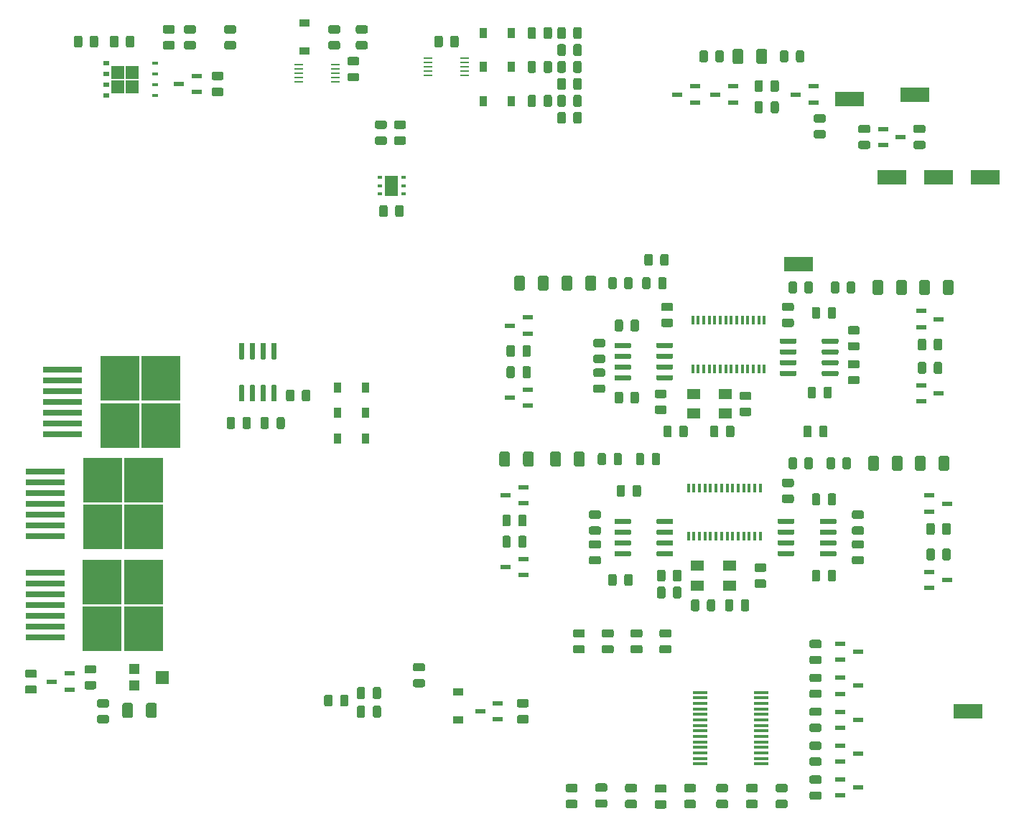
<source format=gbr>
G04 #@! TF.GenerationSoftware,KiCad,Pcbnew,5.1.5-52549c5~86~ubuntu18.04.1*
G04 #@! TF.CreationDate,2020-04-24T23:17:52-07:00*
G04 #@! TF.ProjectId,RPi_Hat,5250695f-4861-4742-9e6b-696361645f70,rev?*
G04 #@! TF.SameCoordinates,Original*
G04 #@! TF.FileFunction,Paste,Top*
G04 #@! TF.FilePolarity,Positive*
%FSLAX46Y46*%
G04 Gerber Fmt 4.6, Leading zero omitted, Abs format (unit mm)*
G04 Created by KiCad (PCBNEW 5.1.5-52549c5~86~ubuntu18.04.1) date 2020-04-24 23:17:52*
%MOMM*%
%LPD*%
G04 APERTURE LIST*
%ADD10R,1.300000X0.600000*%
%ADD11C,0.150000*%
%ADD12R,0.900000X1.200000*%
%ADD13R,1.200000X0.900000*%
%ADD14R,1.500000X1.600000*%
%ADD15R,1.200000X1.200000*%
%ADD16R,4.600000X0.800000*%
%ADD17R,4.550000X5.250000*%
%ADD18R,0.400000X1.100000*%
%ADD19R,1.100000X0.250000*%
%ADD20R,1.600000X1.300000*%
%ADD21R,1.750000X0.450000*%
%ADD22R,3.400000X1.800000*%
%ADD23R,1.500000X2.400000*%
%ADD24R,0.600000X0.400000*%
%ADD25R,0.750000X0.400000*%
%ADD26R,1.500000X1.500000*%
%ADD27R,0.750000X0.500000*%
G04 APERTURE END LIST*
D10*
X64050000Y-119450000D03*
X64050000Y-117550000D03*
X61950000Y-118500000D03*
X151800000Y-50200000D03*
X151800000Y-48300000D03*
X149700000Y-49250000D03*
X142300000Y-50200000D03*
X142300000Y-48300000D03*
X140200000Y-49250000D03*
X137800000Y-50200000D03*
X137800000Y-48300000D03*
X135700000Y-49250000D03*
X118050000Y-77450000D03*
X118050000Y-75550000D03*
X115950000Y-76500000D03*
X164450000Y-83550000D03*
X164450000Y-85450000D03*
X166550000Y-84500000D03*
X118050000Y-85950000D03*
X118050000Y-84050000D03*
X115950000Y-85000000D03*
X164450000Y-74800000D03*
X164450000Y-76700000D03*
X166550000Y-75750000D03*
X117550000Y-97450000D03*
X117550000Y-95550000D03*
X115450000Y-96500000D03*
X165450000Y-105550000D03*
X165450000Y-107450000D03*
X167550000Y-106500000D03*
X117550000Y-105950000D03*
X117550000Y-104050000D03*
X115450000Y-105000000D03*
X165450000Y-96550000D03*
X165450000Y-98450000D03*
X167550000Y-97500000D03*
X114550000Y-122950000D03*
X114550000Y-121050000D03*
X112450000Y-122000000D03*
X154950000Y-130050000D03*
X154950000Y-131950000D03*
X157050000Y-131000000D03*
X154950000Y-126050000D03*
X154950000Y-127950000D03*
X157050000Y-127000000D03*
X154950000Y-122050000D03*
X154950000Y-123950000D03*
X157050000Y-123000000D03*
X159950000Y-53300000D03*
X159950000Y-55200000D03*
X162050000Y-54250000D03*
X154950000Y-118050000D03*
X154950000Y-119950000D03*
X157050000Y-119000000D03*
X154950000Y-114050000D03*
X154950000Y-115950000D03*
X157050000Y-115000000D03*
D11*
G36*
X148580142Y-44051174D02*
G01*
X148603803Y-44054684D01*
X148627007Y-44060496D01*
X148649529Y-44068554D01*
X148671153Y-44078782D01*
X148691670Y-44091079D01*
X148710883Y-44105329D01*
X148728607Y-44121393D01*
X148744671Y-44139117D01*
X148758921Y-44158330D01*
X148771218Y-44178847D01*
X148781446Y-44200471D01*
X148789504Y-44222993D01*
X148795316Y-44246197D01*
X148798826Y-44269858D01*
X148800000Y-44293750D01*
X148800000Y-45206250D01*
X148798826Y-45230142D01*
X148795316Y-45253803D01*
X148789504Y-45277007D01*
X148781446Y-45299529D01*
X148771218Y-45321153D01*
X148758921Y-45341670D01*
X148744671Y-45360883D01*
X148728607Y-45378607D01*
X148710883Y-45394671D01*
X148691670Y-45408921D01*
X148671153Y-45421218D01*
X148649529Y-45431446D01*
X148627007Y-45439504D01*
X148603803Y-45445316D01*
X148580142Y-45448826D01*
X148556250Y-45450000D01*
X148068750Y-45450000D01*
X148044858Y-45448826D01*
X148021197Y-45445316D01*
X147997993Y-45439504D01*
X147975471Y-45431446D01*
X147953847Y-45421218D01*
X147933330Y-45408921D01*
X147914117Y-45394671D01*
X147896393Y-45378607D01*
X147880329Y-45360883D01*
X147866079Y-45341670D01*
X147853782Y-45321153D01*
X147843554Y-45299529D01*
X147835496Y-45277007D01*
X147829684Y-45253803D01*
X147826174Y-45230142D01*
X147825000Y-45206250D01*
X147825000Y-44293750D01*
X147826174Y-44269858D01*
X147829684Y-44246197D01*
X147835496Y-44222993D01*
X147843554Y-44200471D01*
X147853782Y-44178847D01*
X147866079Y-44158330D01*
X147880329Y-44139117D01*
X147896393Y-44121393D01*
X147914117Y-44105329D01*
X147933330Y-44091079D01*
X147953847Y-44078782D01*
X147975471Y-44068554D01*
X147997993Y-44060496D01*
X148021197Y-44054684D01*
X148044858Y-44051174D01*
X148068750Y-44050000D01*
X148556250Y-44050000D01*
X148580142Y-44051174D01*
G37*
G36*
X150455142Y-44051174D02*
G01*
X150478803Y-44054684D01*
X150502007Y-44060496D01*
X150524529Y-44068554D01*
X150546153Y-44078782D01*
X150566670Y-44091079D01*
X150585883Y-44105329D01*
X150603607Y-44121393D01*
X150619671Y-44139117D01*
X150633921Y-44158330D01*
X150646218Y-44178847D01*
X150656446Y-44200471D01*
X150664504Y-44222993D01*
X150670316Y-44246197D01*
X150673826Y-44269858D01*
X150675000Y-44293750D01*
X150675000Y-45206250D01*
X150673826Y-45230142D01*
X150670316Y-45253803D01*
X150664504Y-45277007D01*
X150656446Y-45299529D01*
X150646218Y-45321153D01*
X150633921Y-45341670D01*
X150619671Y-45360883D01*
X150603607Y-45378607D01*
X150585883Y-45394671D01*
X150566670Y-45408921D01*
X150546153Y-45421218D01*
X150524529Y-45431446D01*
X150502007Y-45439504D01*
X150478803Y-45445316D01*
X150455142Y-45448826D01*
X150431250Y-45450000D01*
X149943750Y-45450000D01*
X149919858Y-45448826D01*
X149896197Y-45445316D01*
X149872993Y-45439504D01*
X149850471Y-45431446D01*
X149828847Y-45421218D01*
X149808330Y-45408921D01*
X149789117Y-45394671D01*
X149771393Y-45378607D01*
X149755329Y-45360883D01*
X149741079Y-45341670D01*
X149728782Y-45321153D01*
X149718554Y-45299529D01*
X149710496Y-45277007D01*
X149704684Y-45253803D01*
X149701174Y-45230142D01*
X149700000Y-45206250D01*
X149700000Y-44293750D01*
X149701174Y-44269858D01*
X149704684Y-44246197D01*
X149710496Y-44222993D01*
X149718554Y-44200471D01*
X149728782Y-44178847D01*
X149741079Y-44158330D01*
X149755329Y-44139117D01*
X149771393Y-44121393D01*
X149789117Y-44105329D01*
X149808330Y-44091079D01*
X149828847Y-44078782D01*
X149850471Y-44068554D01*
X149872993Y-44060496D01*
X149896197Y-44054684D01*
X149919858Y-44051174D01*
X149943750Y-44050000D01*
X150431250Y-44050000D01*
X150455142Y-44051174D01*
G37*
G36*
X136705142Y-88301174D02*
G01*
X136728803Y-88304684D01*
X136752007Y-88310496D01*
X136774529Y-88318554D01*
X136796153Y-88328782D01*
X136816670Y-88341079D01*
X136835883Y-88355329D01*
X136853607Y-88371393D01*
X136869671Y-88389117D01*
X136883921Y-88408330D01*
X136896218Y-88428847D01*
X136906446Y-88450471D01*
X136914504Y-88472993D01*
X136920316Y-88496197D01*
X136923826Y-88519858D01*
X136925000Y-88543750D01*
X136925000Y-89456250D01*
X136923826Y-89480142D01*
X136920316Y-89503803D01*
X136914504Y-89527007D01*
X136906446Y-89549529D01*
X136896218Y-89571153D01*
X136883921Y-89591670D01*
X136869671Y-89610883D01*
X136853607Y-89628607D01*
X136835883Y-89644671D01*
X136816670Y-89658921D01*
X136796153Y-89671218D01*
X136774529Y-89681446D01*
X136752007Y-89689504D01*
X136728803Y-89695316D01*
X136705142Y-89698826D01*
X136681250Y-89700000D01*
X136193750Y-89700000D01*
X136169858Y-89698826D01*
X136146197Y-89695316D01*
X136122993Y-89689504D01*
X136100471Y-89681446D01*
X136078847Y-89671218D01*
X136058330Y-89658921D01*
X136039117Y-89644671D01*
X136021393Y-89628607D01*
X136005329Y-89610883D01*
X135991079Y-89591670D01*
X135978782Y-89571153D01*
X135968554Y-89549529D01*
X135960496Y-89527007D01*
X135954684Y-89503803D01*
X135951174Y-89480142D01*
X135950000Y-89456250D01*
X135950000Y-88543750D01*
X135951174Y-88519858D01*
X135954684Y-88496197D01*
X135960496Y-88472993D01*
X135968554Y-88450471D01*
X135978782Y-88428847D01*
X135991079Y-88408330D01*
X136005329Y-88389117D01*
X136021393Y-88371393D01*
X136039117Y-88355329D01*
X136058330Y-88341079D01*
X136078847Y-88328782D01*
X136100471Y-88318554D01*
X136122993Y-88310496D01*
X136146197Y-88304684D01*
X136169858Y-88301174D01*
X136193750Y-88300000D01*
X136681250Y-88300000D01*
X136705142Y-88301174D01*
G37*
G36*
X134830142Y-88301174D02*
G01*
X134853803Y-88304684D01*
X134877007Y-88310496D01*
X134899529Y-88318554D01*
X134921153Y-88328782D01*
X134941670Y-88341079D01*
X134960883Y-88355329D01*
X134978607Y-88371393D01*
X134994671Y-88389117D01*
X135008921Y-88408330D01*
X135021218Y-88428847D01*
X135031446Y-88450471D01*
X135039504Y-88472993D01*
X135045316Y-88496197D01*
X135048826Y-88519858D01*
X135050000Y-88543750D01*
X135050000Y-89456250D01*
X135048826Y-89480142D01*
X135045316Y-89503803D01*
X135039504Y-89527007D01*
X135031446Y-89549529D01*
X135021218Y-89571153D01*
X135008921Y-89591670D01*
X134994671Y-89610883D01*
X134978607Y-89628607D01*
X134960883Y-89644671D01*
X134941670Y-89658921D01*
X134921153Y-89671218D01*
X134899529Y-89681446D01*
X134877007Y-89689504D01*
X134853803Y-89695316D01*
X134830142Y-89698826D01*
X134806250Y-89700000D01*
X134318750Y-89700000D01*
X134294858Y-89698826D01*
X134271197Y-89695316D01*
X134247993Y-89689504D01*
X134225471Y-89681446D01*
X134203847Y-89671218D01*
X134183330Y-89658921D01*
X134164117Y-89644671D01*
X134146393Y-89628607D01*
X134130329Y-89610883D01*
X134116079Y-89591670D01*
X134103782Y-89571153D01*
X134093554Y-89549529D01*
X134085496Y-89527007D01*
X134079684Y-89503803D01*
X134076174Y-89480142D01*
X134075000Y-89456250D01*
X134075000Y-88543750D01*
X134076174Y-88519858D01*
X134079684Y-88496197D01*
X134085496Y-88472993D01*
X134093554Y-88450471D01*
X134103782Y-88428847D01*
X134116079Y-88408330D01*
X134130329Y-88389117D01*
X134146393Y-88371393D01*
X134164117Y-88355329D01*
X134183330Y-88341079D01*
X134203847Y-88328782D01*
X134225471Y-88318554D01*
X134247993Y-88310496D01*
X134271197Y-88304684D01*
X134294858Y-88301174D01*
X134318750Y-88300000D01*
X134806250Y-88300000D01*
X134830142Y-88301174D01*
G37*
G36*
X140330142Y-88301174D02*
G01*
X140353803Y-88304684D01*
X140377007Y-88310496D01*
X140399529Y-88318554D01*
X140421153Y-88328782D01*
X140441670Y-88341079D01*
X140460883Y-88355329D01*
X140478607Y-88371393D01*
X140494671Y-88389117D01*
X140508921Y-88408330D01*
X140521218Y-88428847D01*
X140531446Y-88450471D01*
X140539504Y-88472993D01*
X140545316Y-88496197D01*
X140548826Y-88519858D01*
X140550000Y-88543750D01*
X140550000Y-89456250D01*
X140548826Y-89480142D01*
X140545316Y-89503803D01*
X140539504Y-89527007D01*
X140531446Y-89549529D01*
X140521218Y-89571153D01*
X140508921Y-89591670D01*
X140494671Y-89610883D01*
X140478607Y-89628607D01*
X140460883Y-89644671D01*
X140441670Y-89658921D01*
X140421153Y-89671218D01*
X140399529Y-89681446D01*
X140377007Y-89689504D01*
X140353803Y-89695316D01*
X140330142Y-89698826D01*
X140306250Y-89700000D01*
X139818750Y-89700000D01*
X139794858Y-89698826D01*
X139771197Y-89695316D01*
X139747993Y-89689504D01*
X139725471Y-89681446D01*
X139703847Y-89671218D01*
X139683330Y-89658921D01*
X139664117Y-89644671D01*
X139646393Y-89628607D01*
X139630329Y-89610883D01*
X139616079Y-89591670D01*
X139603782Y-89571153D01*
X139593554Y-89549529D01*
X139585496Y-89527007D01*
X139579684Y-89503803D01*
X139576174Y-89480142D01*
X139575000Y-89456250D01*
X139575000Y-88543750D01*
X139576174Y-88519858D01*
X139579684Y-88496197D01*
X139585496Y-88472993D01*
X139593554Y-88450471D01*
X139603782Y-88428847D01*
X139616079Y-88408330D01*
X139630329Y-88389117D01*
X139646393Y-88371393D01*
X139664117Y-88355329D01*
X139683330Y-88341079D01*
X139703847Y-88328782D01*
X139725471Y-88318554D01*
X139747993Y-88310496D01*
X139771197Y-88304684D01*
X139794858Y-88301174D01*
X139818750Y-88300000D01*
X140306250Y-88300000D01*
X140330142Y-88301174D01*
G37*
G36*
X142205142Y-88301174D02*
G01*
X142228803Y-88304684D01*
X142252007Y-88310496D01*
X142274529Y-88318554D01*
X142296153Y-88328782D01*
X142316670Y-88341079D01*
X142335883Y-88355329D01*
X142353607Y-88371393D01*
X142369671Y-88389117D01*
X142383921Y-88408330D01*
X142396218Y-88428847D01*
X142406446Y-88450471D01*
X142414504Y-88472993D01*
X142420316Y-88496197D01*
X142423826Y-88519858D01*
X142425000Y-88543750D01*
X142425000Y-89456250D01*
X142423826Y-89480142D01*
X142420316Y-89503803D01*
X142414504Y-89527007D01*
X142406446Y-89549529D01*
X142396218Y-89571153D01*
X142383921Y-89591670D01*
X142369671Y-89610883D01*
X142353607Y-89628607D01*
X142335883Y-89644671D01*
X142316670Y-89658921D01*
X142296153Y-89671218D01*
X142274529Y-89681446D01*
X142252007Y-89689504D01*
X142228803Y-89695316D01*
X142205142Y-89698826D01*
X142181250Y-89700000D01*
X141693750Y-89700000D01*
X141669858Y-89698826D01*
X141646197Y-89695316D01*
X141622993Y-89689504D01*
X141600471Y-89681446D01*
X141578847Y-89671218D01*
X141558330Y-89658921D01*
X141539117Y-89644671D01*
X141521393Y-89628607D01*
X141505329Y-89610883D01*
X141491079Y-89591670D01*
X141478782Y-89571153D01*
X141468554Y-89549529D01*
X141460496Y-89527007D01*
X141454684Y-89503803D01*
X141451174Y-89480142D01*
X141450000Y-89456250D01*
X141450000Y-88543750D01*
X141451174Y-88519858D01*
X141454684Y-88496197D01*
X141460496Y-88472993D01*
X141468554Y-88450471D01*
X141478782Y-88428847D01*
X141491079Y-88408330D01*
X141505329Y-88389117D01*
X141521393Y-88371393D01*
X141539117Y-88355329D01*
X141558330Y-88341079D01*
X141578847Y-88328782D01*
X141600471Y-88318554D01*
X141622993Y-88310496D01*
X141646197Y-88304684D01*
X141669858Y-88301174D01*
X141693750Y-88300000D01*
X142181250Y-88300000D01*
X142205142Y-88301174D01*
G37*
G36*
X144230142Y-84326174D02*
G01*
X144253803Y-84329684D01*
X144277007Y-84335496D01*
X144299529Y-84343554D01*
X144321153Y-84353782D01*
X144341670Y-84366079D01*
X144360883Y-84380329D01*
X144378607Y-84396393D01*
X144394671Y-84414117D01*
X144408921Y-84433330D01*
X144421218Y-84453847D01*
X144431446Y-84475471D01*
X144439504Y-84497993D01*
X144445316Y-84521197D01*
X144448826Y-84544858D01*
X144450000Y-84568750D01*
X144450000Y-85056250D01*
X144448826Y-85080142D01*
X144445316Y-85103803D01*
X144439504Y-85127007D01*
X144431446Y-85149529D01*
X144421218Y-85171153D01*
X144408921Y-85191670D01*
X144394671Y-85210883D01*
X144378607Y-85228607D01*
X144360883Y-85244671D01*
X144341670Y-85258921D01*
X144321153Y-85271218D01*
X144299529Y-85281446D01*
X144277007Y-85289504D01*
X144253803Y-85295316D01*
X144230142Y-85298826D01*
X144206250Y-85300000D01*
X143293750Y-85300000D01*
X143269858Y-85298826D01*
X143246197Y-85295316D01*
X143222993Y-85289504D01*
X143200471Y-85281446D01*
X143178847Y-85271218D01*
X143158330Y-85258921D01*
X143139117Y-85244671D01*
X143121393Y-85228607D01*
X143105329Y-85210883D01*
X143091079Y-85191670D01*
X143078782Y-85171153D01*
X143068554Y-85149529D01*
X143060496Y-85127007D01*
X143054684Y-85103803D01*
X143051174Y-85080142D01*
X143050000Y-85056250D01*
X143050000Y-84568750D01*
X143051174Y-84544858D01*
X143054684Y-84521197D01*
X143060496Y-84497993D01*
X143068554Y-84475471D01*
X143078782Y-84453847D01*
X143091079Y-84433330D01*
X143105329Y-84414117D01*
X143121393Y-84396393D01*
X143139117Y-84380329D01*
X143158330Y-84366079D01*
X143178847Y-84353782D01*
X143200471Y-84343554D01*
X143222993Y-84335496D01*
X143246197Y-84329684D01*
X143269858Y-84326174D01*
X143293750Y-84325000D01*
X144206250Y-84325000D01*
X144230142Y-84326174D01*
G37*
G36*
X144230142Y-86201174D02*
G01*
X144253803Y-86204684D01*
X144277007Y-86210496D01*
X144299529Y-86218554D01*
X144321153Y-86228782D01*
X144341670Y-86241079D01*
X144360883Y-86255329D01*
X144378607Y-86271393D01*
X144394671Y-86289117D01*
X144408921Y-86308330D01*
X144421218Y-86328847D01*
X144431446Y-86350471D01*
X144439504Y-86372993D01*
X144445316Y-86396197D01*
X144448826Y-86419858D01*
X144450000Y-86443750D01*
X144450000Y-86931250D01*
X144448826Y-86955142D01*
X144445316Y-86978803D01*
X144439504Y-87002007D01*
X144431446Y-87024529D01*
X144421218Y-87046153D01*
X144408921Y-87066670D01*
X144394671Y-87085883D01*
X144378607Y-87103607D01*
X144360883Y-87119671D01*
X144341670Y-87133921D01*
X144321153Y-87146218D01*
X144299529Y-87156446D01*
X144277007Y-87164504D01*
X144253803Y-87170316D01*
X144230142Y-87173826D01*
X144206250Y-87175000D01*
X143293750Y-87175000D01*
X143269858Y-87173826D01*
X143246197Y-87170316D01*
X143222993Y-87164504D01*
X143200471Y-87156446D01*
X143178847Y-87146218D01*
X143158330Y-87133921D01*
X143139117Y-87119671D01*
X143121393Y-87103607D01*
X143105329Y-87085883D01*
X143091079Y-87066670D01*
X143078782Y-87046153D01*
X143068554Y-87024529D01*
X143060496Y-87002007D01*
X143054684Y-86978803D01*
X143051174Y-86955142D01*
X143050000Y-86931250D01*
X143050000Y-86443750D01*
X143051174Y-86419858D01*
X143054684Y-86396197D01*
X143060496Y-86372993D01*
X143068554Y-86350471D01*
X143078782Y-86328847D01*
X143091079Y-86308330D01*
X143105329Y-86289117D01*
X143121393Y-86271393D01*
X143139117Y-86255329D01*
X143158330Y-86241079D01*
X143178847Y-86228782D01*
X143200471Y-86218554D01*
X143222993Y-86210496D01*
X143246197Y-86204684D01*
X143269858Y-86201174D01*
X143293750Y-86200000D01*
X144206250Y-86200000D01*
X144230142Y-86201174D01*
G37*
G36*
X149230142Y-73826174D02*
G01*
X149253803Y-73829684D01*
X149277007Y-73835496D01*
X149299529Y-73843554D01*
X149321153Y-73853782D01*
X149341670Y-73866079D01*
X149360883Y-73880329D01*
X149378607Y-73896393D01*
X149394671Y-73914117D01*
X149408921Y-73933330D01*
X149421218Y-73953847D01*
X149431446Y-73975471D01*
X149439504Y-73997993D01*
X149445316Y-74021197D01*
X149448826Y-74044858D01*
X149450000Y-74068750D01*
X149450000Y-74556250D01*
X149448826Y-74580142D01*
X149445316Y-74603803D01*
X149439504Y-74627007D01*
X149431446Y-74649529D01*
X149421218Y-74671153D01*
X149408921Y-74691670D01*
X149394671Y-74710883D01*
X149378607Y-74728607D01*
X149360883Y-74744671D01*
X149341670Y-74758921D01*
X149321153Y-74771218D01*
X149299529Y-74781446D01*
X149277007Y-74789504D01*
X149253803Y-74795316D01*
X149230142Y-74798826D01*
X149206250Y-74800000D01*
X148293750Y-74800000D01*
X148269858Y-74798826D01*
X148246197Y-74795316D01*
X148222993Y-74789504D01*
X148200471Y-74781446D01*
X148178847Y-74771218D01*
X148158330Y-74758921D01*
X148139117Y-74744671D01*
X148121393Y-74728607D01*
X148105329Y-74710883D01*
X148091079Y-74691670D01*
X148078782Y-74671153D01*
X148068554Y-74649529D01*
X148060496Y-74627007D01*
X148054684Y-74603803D01*
X148051174Y-74580142D01*
X148050000Y-74556250D01*
X148050000Y-74068750D01*
X148051174Y-74044858D01*
X148054684Y-74021197D01*
X148060496Y-73997993D01*
X148068554Y-73975471D01*
X148078782Y-73953847D01*
X148091079Y-73933330D01*
X148105329Y-73914117D01*
X148121393Y-73896393D01*
X148139117Y-73880329D01*
X148158330Y-73866079D01*
X148178847Y-73853782D01*
X148200471Y-73843554D01*
X148222993Y-73835496D01*
X148246197Y-73829684D01*
X148269858Y-73826174D01*
X148293750Y-73825000D01*
X149206250Y-73825000D01*
X149230142Y-73826174D01*
G37*
G36*
X149230142Y-75701174D02*
G01*
X149253803Y-75704684D01*
X149277007Y-75710496D01*
X149299529Y-75718554D01*
X149321153Y-75728782D01*
X149341670Y-75741079D01*
X149360883Y-75755329D01*
X149378607Y-75771393D01*
X149394671Y-75789117D01*
X149408921Y-75808330D01*
X149421218Y-75828847D01*
X149431446Y-75850471D01*
X149439504Y-75872993D01*
X149445316Y-75896197D01*
X149448826Y-75919858D01*
X149450000Y-75943750D01*
X149450000Y-76431250D01*
X149448826Y-76455142D01*
X149445316Y-76478803D01*
X149439504Y-76502007D01*
X149431446Y-76524529D01*
X149421218Y-76546153D01*
X149408921Y-76566670D01*
X149394671Y-76585883D01*
X149378607Y-76603607D01*
X149360883Y-76619671D01*
X149341670Y-76633921D01*
X149321153Y-76646218D01*
X149299529Y-76656446D01*
X149277007Y-76664504D01*
X149253803Y-76670316D01*
X149230142Y-76673826D01*
X149206250Y-76675000D01*
X148293750Y-76675000D01*
X148269858Y-76673826D01*
X148246197Y-76670316D01*
X148222993Y-76664504D01*
X148200471Y-76656446D01*
X148178847Y-76646218D01*
X148158330Y-76633921D01*
X148139117Y-76619671D01*
X148121393Y-76603607D01*
X148105329Y-76585883D01*
X148091079Y-76566670D01*
X148078782Y-76546153D01*
X148068554Y-76524529D01*
X148060496Y-76502007D01*
X148054684Y-76478803D01*
X148051174Y-76455142D01*
X148050000Y-76431250D01*
X148050000Y-75943750D01*
X148051174Y-75919858D01*
X148054684Y-75896197D01*
X148060496Y-75872993D01*
X148068554Y-75850471D01*
X148078782Y-75828847D01*
X148091079Y-75808330D01*
X148105329Y-75789117D01*
X148121393Y-75771393D01*
X148139117Y-75755329D01*
X148158330Y-75741079D01*
X148178847Y-75728782D01*
X148200471Y-75718554D01*
X148222993Y-75710496D01*
X148246197Y-75704684D01*
X148269858Y-75701174D01*
X148293750Y-75700000D01*
X149206250Y-75700000D01*
X149230142Y-75701174D01*
G37*
G36*
X134980142Y-75701174D02*
G01*
X135003803Y-75704684D01*
X135027007Y-75710496D01*
X135049529Y-75718554D01*
X135071153Y-75728782D01*
X135091670Y-75741079D01*
X135110883Y-75755329D01*
X135128607Y-75771393D01*
X135144671Y-75789117D01*
X135158921Y-75808330D01*
X135171218Y-75828847D01*
X135181446Y-75850471D01*
X135189504Y-75872993D01*
X135195316Y-75896197D01*
X135198826Y-75919858D01*
X135200000Y-75943750D01*
X135200000Y-76431250D01*
X135198826Y-76455142D01*
X135195316Y-76478803D01*
X135189504Y-76502007D01*
X135181446Y-76524529D01*
X135171218Y-76546153D01*
X135158921Y-76566670D01*
X135144671Y-76585883D01*
X135128607Y-76603607D01*
X135110883Y-76619671D01*
X135091670Y-76633921D01*
X135071153Y-76646218D01*
X135049529Y-76656446D01*
X135027007Y-76664504D01*
X135003803Y-76670316D01*
X134980142Y-76673826D01*
X134956250Y-76675000D01*
X134043750Y-76675000D01*
X134019858Y-76673826D01*
X133996197Y-76670316D01*
X133972993Y-76664504D01*
X133950471Y-76656446D01*
X133928847Y-76646218D01*
X133908330Y-76633921D01*
X133889117Y-76619671D01*
X133871393Y-76603607D01*
X133855329Y-76585883D01*
X133841079Y-76566670D01*
X133828782Y-76546153D01*
X133818554Y-76524529D01*
X133810496Y-76502007D01*
X133804684Y-76478803D01*
X133801174Y-76455142D01*
X133800000Y-76431250D01*
X133800000Y-75943750D01*
X133801174Y-75919858D01*
X133804684Y-75896197D01*
X133810496Y-75872993D01*
X133818554Y-75850471D01*
X133828782Y-75828847D01*
X133841079Y-75808330D01*
X133855329Y-75789117D01*
X133871393Y-75771393D01*
X133889117Y-75755329D01*
X133908330Y-75741079D01*
X133928847Y-75728782D01*
X133950471Y-75718554D01*
X133972993Y-75710496D01*
X133996197Y-75704684D01*
X134019858Y-75701174D01*
X134043750Y-75700000D01*
X134956250Y-75700000D01*
X134980142Y-75701174D01*
G37*
G36*
X134980142Y-73826174D02*
G01*
X135003803Y-73829684D01*
X135027007Y-73835496D01*
X135049529Y-73843554D01*
X135071153Y-73853782D01*
X135091670Y-73866079D01*
X135110883Y-73880329D01*
X135128607Y-73896393D01*
X135144671Y-73914117D01*
X135158921Y-73933330D01*
X135171218Y-73953847D01*
X135181446Y-73975471D01*
X135189504Y-73997993D01*
X135195316Y-74021197D01*
X135198826Y-74044858D01*
X135200000Y-74068750D01*
X135200000Y-74556250D01*
X135198826Y-74580142D01*
X135195316Y-74603803D01*
X135189504Y-74627007D01*
X135181446Y-74649529D01*
X135171218Y-74671153D01*
X135158921Y-74691670D01*
X135144671Y-74710883D01*
X135128607Y-74728607D01*
X135110883Y-74744671D01*
X135091670Y-74758921D01*
X135071153Y-74771218D01*
X135049529Y-74781446D01*
X135027007Y-74789504D01*
X135003803Y-74795316D01*
X134980142Y-74798826D01*
X134956250Y-74800000D01*
X134043750Y-74800000D01*
X134019858Y-74798826D01*
X133996197Y-74795316D01*
X133972993Y-74789504D01*
X133950471Y-74781446D01*
X133928847Y-74771218D01*
X133908330Y-74758921D01*
X133889117Y-74744671D01*
X133871393Y-74728607D01*
X133855329Y-74710883D01*
X133841079Y-74691670D01*
X133828782Y-74671153D01*
X133818554Y-74649529D01*
X133810496Y-74627007D01*
X133804684Y-74603803D01*
X133801174Y-74580142D01*
X133800000Y-74556250D01*
X133800000Y-74068750D01*
X133801174Y-74044858D01*
X133804684Y-74021197D01*
X133810496Y-73997993D01*
X133818554Y-73975471D01*
X133828782Y-73953847D01*
X133841079Y-73933330D01*
X133855329Y-73914117D01*
X133871393Y-73896393D01*
X133889117Y-73880329D01*
X133908330Y-73866079D01*
X133928847Y-73853782D01*
X133950471Y-73843554D01*
X133972993Y-73835496D01*
X133996197Y-73829684D01*
X134019858Y-73826174D01*
X134043750Y-73825000D01*
X134956250Y-73825000D01*
X134980142Y-73826174D01*
G37*
G36*
X139955142Y-108801174D02*
G01*
X139978803Y-108804684D01*
X140002007Y-108810496D01*
X140024529Y-108818554D01*
X140046153Y-108828782D01*
X140066670Y-108841079D01*
X140085883Y-108855329D01*
X140103607Y-108871393D01*
X140119671Y-108889117D01*
X140133921Y-108908330D01*
X140146218Y-108928847D01*
X140156446Y-108950471D01*
X140164504Y-108972993D01*
X140170316Y-108996197D01*
X140173826Y-109019858D01*
X140175000Y-109043750D01*
X140175000Y-109956250D01*
X140173826Y-109980142D01*
X140170316Y-110003803D01*
X140164504Y-110027007D01*
X140156446Y-110049529D01*
X140146218Y-110071153D01*
X140133921Y-110091670D01*
X140119671Y-110110883D01*
X140103607Y-110128607D01*
X140085883Y-110144671D01*
X140066670Y-110158921D01*
X140046153Y-110171218D01*
X140024529Y-110181446D01*
X140002007Y-110189504D01*
X139978803Y-110195316D01*
X139955142Y-110198826D01*
X139931250Y-110200000D01*
X139443750Y-110200000D01*
X139419858Y-110198826D01*
X139396197Y-110195316D01*
X139372993Y-110189504D01*
X139350471Y-110181446D01*
X139328847Y-110171218D01*
X139308330Y-110158921D01*
X139289117Y-110144671D01*
X139271393Y-110128607D01*
X139255329Y-110110883D01*
X139241079Y-110091670D01*
X139228782Y-110071153D01*
X139218554Y-110049529D01*
X139210496Y-110027007D01*
X139204684Y-110003803D01*
X139201174Y-109980142D01*
X139200000Y-109956250D01*
X139200000Y-109043750D01*
X139201174Y-109019858D01*
X139204684Y-108996197D01*
X139210496Y-108972993D01*
X139218554Y-108950471D01*
X139228782Y-108928847D01*
X139241079Y-108908330D01*
X139255329Y-108889117D01*
X139271393Y-108871393D01*
X139289117Y-108855329D01*
X139308330Y-108841079D01*
X139328847Y-108828782D01*
X139350471Y-108818554D01*
X139372993Y-108810496D01*
X139396197Y-108804684D01*
X139419858Y-108801174D01*
X139443750Y-108800000D01*
X139931250Y-108800000D01*
X139955142Y-108801174D01*
G37*
G36*
X138080142Y-108801174D02*
G01*
X138103803Y-108804684D01*
X138127007Y-108810496D01*
X138149529Y-108818554D01*
X138171153Y-108828782D01*
X138191670Y-108841079D01*
X138210883Y-108855329D01*
X138228607Y-108871393D01*
X138244671Y-108889117D01*
X138258921Y-108908330D01*
X138271218Y-108928847D01*
X138281446Y-108950471D01*
X138289504Y-108972993D01*
X138295316Y-108996197D01*
X138298826Y-109019858D01*
X138300000Y-109043750D01*
X138300000Y-109956250D01*
X138298826Y-109980142D01*
X138295316Y-110003803D01*
X138289504Y-110027007D01*
X138281446Y-110049529D01*
X138271218Y-110071153D01*
X138258921Y-110091670D01*
X138244671Y-110110883D01*
X138228607Y-110128607D01*
X138210883Y-110144671D01*
X138191670Y-110158921D01*
X138171153Y-110171218D01*
X138149529Y-110181446D01*
X138127007Y-110189504D01*
X138103803Y-110195316D01*
X138080142Y-110198826D01*
X138056250Y-110200000D01*
X137568750Y-110200000D01*
X137544858Y-110198826D01*
X137521197Y-110195316D01*
X137497993Y-110189504D01*
X137475471Y-110181446D01*
X137453847Y-110171218D01*
X137433330Y-110158921D01*
X137414117Y-110144671D01*
X137396393Y-110128607D01*
X137380329Y-110110883D01*
X137366079Y-110091670D01*
X137353782Y-110071153D01*
X137343554Y-110049529D01*
X137335496Y-110027007D01*
X137329684Y-110003803D01*
X137326174Y-109980142D01*
X137325000Y-109956250D01*
X137325000Y-109043750D01*
X137326174Y-109019858D01*
X137329684Y-108996197D01*
X137335496Y-108972993D01*
X137343554Y-108950471D01*
X137353782Y-108928847D01*
X137366079Y-108908330D01*
X137380329Y-108889117D01*
X137396393Y-108871393D01*
X137414117Y-108855329D01*
X137433330Y-108841079D01*
X137453847Y-108828782D01*
X137475471Y-108818554D01*
X137497993Y-108810496D01*
X137521197Y-108804684D01*
X137544858Y-108801174D01*
X137568750Y-108800000D01*
X138056250Y-108800000D01*
X138080142Y-108801174D01*
G37*
G36*
X142080142Y-108801174D02*
G01*
X142103803Y-108804684D01*
X142127007Y-108810496D01*
X142149529Y-108818554D01*
X142171153Y-108828782D01*
X142191670Y-108841079D01*
X142210883Y-108855329D01*
X142228607Y-108871393D01*
X142244671Y-108889117D01*
X142258921Y-108908330D01*
X142271218Y-108928847D01*
X142281446Y-108950471D01*
X142289504Y-108972993D01*
X142295316Y-108996197D01*
X142298826Y-109019858D01*
X142300000Y-109043750D01*
X142300000Y-109956250D01*
X142298826Y-109980142D01*
X142295316Y-110003803D01*
X142289504Y-110027007D01*
X142281446Y-110049529D01*
X142271218Y-110071153D01*
X142258921Y-110091670D01*
X142244671Y-110110883D01*
X142228607Y-110128607D01*
X142210883Y-110144671D01*
X142191670Y-110158921D01*
X142171153Y-110171218D01*
X142149529Y-110181446D01*
X142127007Y-110189504D01*
X142103803Y-110195316D01*
X142080142Y-110198826D01*
X142056250Y-110200000D01*
X141568750Y-110200000D01*
X141544858Y-110198826D01*
X141521197Y-110195316D01*
X141497993Y-110189504D01*
X141475471Y-110181446D01*
X141453847Y-110171218D01*
X141433330Y-110158921D01*
X141414117Y-110144671D01*
X141396393Y-110128607D01*
X141380329Y-110110883D01*
X141366079Y-110091670D01*
X141353782Y-110071153D01*
X141343554Y-110049529D01*
X141335496Y-110027007D01*
X141329684Y-110003803D01*
X141326174Y-109980142D01*
X141325000Y-109956250D01*
X141325000Y-109043750D01*
X141326174Y-109019858D01*
X141329684Y-108996197D01*
X141335496Y-108972993D01*
X141343554Y-108950471D01*
X141353782Y-108928847D01*
X141366079Y-108908330D01*
X141380329Y-108889117D01*
X141396393Y-108871393D01*
X141414117Y-108855329D01*
X141433330Y-108841079D01*
X141453847Y-108828782D01*
X141475471Y-108818554D01*
X141497993Y-108810496D01*
X141521197Y-108804684D01*
X141544858Y-108801174D01*
X141568750Y-108800000D01*
X142056250Y-108800000D01*
X142080142Y-108801174D01*
G37*
G36*
X143955142Y-108801174D02*
G01*
X143978803Y-108804684D01*
X144002007Y-108810496D01*
X144024529Y-108818554D01*
X144046153Y-108828782D01*
X144066670Y-108841079D01*
X144085883Y-108855329D01*
X144103607Y-108871393D01*
X144119671Y-108889117D01*
X144133921Y-108908330D01*
X144146218Y-108928847D01*
X144156446Y-108950471D01*
X144164504Y-108972993D01*
X144170316Y-108996197D01*
X144173826Y-109019858D01*
X144175000Y-109043750D01*
X144175000Y-109956250D01*
X144173826Y-109980142D01*
X144170316Y-110003803D01*
X144164504Y-110027007D01*
X144156446Y-110049529D01*
X144146218Y-110071153D01*
X144133921Y-110091670D01*
X144119671Y-110110883D01*
X144103607Y-110128607D01*
X144085883Y-110144671D01*
X144066670Y-110158921D01*
X144046153Y-110171218D01*
X144024529Y-110181446D01*
X144002007Y-110189504D01*
X143978803Y-110195316D01*
X143955142Y-110198826D01*
X143931250Y-110200000D01*
X143443750Y-110200000D01*
X143419858Y-110198826D01*
X143396197Y-110195316D01*
X143372993Y-110189504D01*
X143350471Y-110181446D01*
X143328847Y-110171218D01*
X143308330Y-110158921D01*
X143289117Y-110144671D01*
X143271393Y-110128607D01*
X143255329Y-110110883D01*
X143241079Y-110091670D01*
X143228782Y-110071153D01*
X143218554Y-110049529D01*
X143210496Y-110027007D01*
X143204684Y-110003803D01*
X143201174Y-109980142D01*
X143200000Y-109956250D01*
X143200000Y-109043750D01*
X143201174Y-109019858D01*
X143204684Y-108996197D01*
X143210496Y-108972993D01*
X143218554Y-108950471D01*
X143228782Y-108928847D01*
X143241079Y-108908330D01*
X143255329Y-108889117D01*
X143271393Y-108871393D01*
X143289117Y-108855329D01*
X143308330Y-108841079D01*
X143328847Y-108828782D01*
X143350471Y-108818554D01*
X143372993Y-108810496D01*
X143396197Y-108804684D01*
X143419858Y-108801174D01*
X143443750Y-108800000D01*
X143931250Y-108800000D01*
X143955142Y-108801174D01*
G37*
G36*
X109705142Y-42301174D02*
G01*
X109728803Y-42304684D01*
X109752007Y-42310496D01*
X109774529Y-42318554D01*
X109796153Y-42328782D01*
X109816670Y-42341079D01*
X109835883Y-42355329D01*
X109853607Y-42371393D01*
X109869671Y-42389117D01*
X109883921Y-42408330D01*
X109896218Y-42428847D01*
X109906446Y-42450471D01*
X109914504Y-42472993D01*
X109920316Y-42496197D01*
X109923826Y-42519858D01*
X109925000Y-42543750D01*
X109925000Y-43456250D01*
X109923826Y-43480142D01*
X109920316Y-43503803D01*
X109914504Y-43527007D01*
X109906446Y-43549529D01*
X109896218Y-43571153D01*
X109883921Y-43591670D01*
X109869671Y-43610883D01*
X109853607Y-43628607D01*
X109835883Y-43644671D01*
X109816670Y-43658921D01*
X109796153Y-43671218D01*
X109774529Y-43681446D01*
X109752007Y-43689504D01*
X109728803Y-43695316D01*
X109705142Y-43698826D01*
X109681250Y-43700000D01*
X109193750Y-43700000D01*
X109169858Y-43698826D01*
X109146197Y-43695316D01*
X109122993Y-43689504D01*
X109100471Y-43681446D01*
X109078847Y-43671218D01*
X109058330Y-43658921D01*
X109039117Y-43644671D01*
X109021393Y-43628607D01*
X109005329Y-43610883D01*
X108991079Y-43591670D01*
X108978782Y-43571153D01*
X108968554Y-43549529D01*
X108960496Y-43527007D01*
X108954684Y-43503803D01*
X108951174Y-43480142D01*
X108950000Y-43456250D01*
X108950000Y-42543750D01*
X108951174Y-42519858D01*
X108954684Y-42496197D01*
X108960496Y-42472993D01*
X108968554Y-42450471D01*
X108978782Y-42428847D01*
X108991079Y-42408330D01*
X109005329Y-42389117D01*
X109021393Y-42371393D01*
X109039117Y-42355329D01*
X109058330Y-42341079D01*
X109078847Y-42328782D01*
X109100471Y-42318554D01*
X109122993Y-42310496D01*
X109146197Y-42304684D01*
X109169858Y-42301174D01*
X109193750Y-42300000D01*
X109681250Y-42300000D01*
X109705142Y-42301174D01*
G37*
G36*
X107830142Y-42301174D02*
G01*
X107853803Y-42304684D01*
X107877007Y-42310496D01*
X107899529Y-42318554D01*
X107921153Y-42328782D01*
X107941670Y-42341079D01*
X107960883Y-42355329D01*
X107978607Y-42371393D01*
X107994671Y-42389117D01*
X108008921Y-42408330D01*
X108021218Y-42428847D01*
X108031446Y-42450471D01*
X108039504Y-42472993D01*
X108045316Y-42496197D01*
X108048826Y-42519858D01*
X108050000Y-42543750D01*
X108050000Y-43456250D01*
X108048826Y-43480142D01*
X108045316Y-43503803D01*
X108039504Y-43527007D01*
X108031446Y-43549529D01*
X108021218Y-43571153D01*
X108008921Y-43591670D01*
X107994671Y-43610883D01*
X107978607Y-43628607D01*
X107960883Y-43644671D01*
X107941670Y-43658921D01*
X107921153Y-43671218D01*
X107899529Y-43681446D01*
X107877007Y-43689504D01*
X107853803Y-43695316D01*
X107830142Y-43698826D01*
X107806250Y-43700000D01*
X107318750Y-43700000D01*
X107294858Y-43698826D01*
X107271197Y-43695316D01*
X107247993Y-43689504D01*
X107225471Y-43681446D01*
X107203847Y-43671218D01*
X107183330Y-43658921D01*
X107164117Y-43644671D01*
X107146393Y-43628607D01*
X107130329Y-43610883D01*
X107116079Y-43591670D01*
X107103782Y-43571153D01*
X107093554Y-43549529D01*
X107085496Y-43527007D01*
X107079684Y-43503803D01*
X107076174Y-43480142D01*
X107075000Y-43456250D01*
X107075000Y-42543750D01*
X107076174Y-42519858D01*
X107079684Y-42496197D01*
X107085496Y-42472993D01*
X107093554Y-42450471D01*
X107103782Y-42428847D01*
X107116079Y-42408330D01*
X107130329Y-42389117D01*
X107146393Y-42371393D01*
X107164117Y-42355329D01*
X107183330Y-42341079D01*
X107203847Y-42328782D01*
X107225471Y-42318554D01*
X107247993Y-42310496D01*
X107271197Y-42304684D01*
X107294858Y-42301174D01*
X107318750Y-42300000D01*
X107806250Y-42300000D01*
X107830142Y-42301174D01*
G37*
G36*
X97980142Y-44826174D02*
G01*
X98003803Y-44829684D01*
X98027007Y-44835496D01*
X98049529Y-44843554D01*
X98071153Y-44853782D01*
X98091670Y-44866079D01*
X98110883Y-44880329D01*
X98128607Y-44896393D01*
X98144671Y-44914117D01*
X98158921Y-44933330D01*
X98171218Y-44953847D01*
X98181446Y-44975471D01*
X98189504Y-44997993D01*
X98195316Y-45021197D01*
X98198826Y-45044858D01*
X98200000Y-45068750D01*
X98200000Y-45556250D01*
X98198826Y-45580142D01*
X98195316Y-45603803D01*
X98189504Y-45627007D01*
X98181446Y-45649529D01*
X98171218Y-45671153D01*
X98158921Y-45691670D01*
X98144671Y-45710883D01*
X98128607Y-45728607D01*
X98110883Y-45744671D01*
X98091670Y-45758921D01*
X98071153Y-45771218D01*
X98049529Y-45781446D01*
X98027007Y-45789504D01*
X98003803Y-45795316D01*
X97980142Y-45798826D01*
X97956250Y-45800000D01*
X97043750Y-45800000D01*
X97019858Y-45798826D01*
X96996197Y-45795316D01*
X96972993Y-45789504D01*
X96950471Y-45781446D01*
X96928847Y-45771218D01*
X96908330Y-45758921D01*
X96889117Y-45744671D01*
X96871393Y-45728607D01*
X96855329Y-45710883D01*
X96841079Y-45691670D01*
X96828782Y-45671153D01*
X96818554Y-45649529D01*
X96810496Y-45627007D01*
X96804684Y-45603803D01*
X96801174Y-45580142D01*
X96800000Y-45556250D01*
X96800000Y-45068750D01*
X96801174Y-45044858D01*
X96804684Y-45021197D01*
X96810496Y-44997993D01*
X96818554Y-44975471D01*
X96828782Y-44953847D01*
X96841079Y-44933330D01*
X96855329Y-44914117D01*
X96871393Y-44896393D01*
X96889117Y-44880329D01*
X96908330Y-44866079D01*
X96928847Y-44853782D01*
X96950471Y-44843554D01*
X96972993Y-44835496D01*
X96996197Y-44829684D01*
X97019858Y-44826174D01*
X97043750Y-44825000D01*
X97956250Y-44825000D01*
X97980142Y-44826174D01*
G37*
G36*
X97980142Y-46701174D02*
G01*
X98003803Y-46704684D01*
X98027007Y-46710496D01*
X98049529Y-46718554D01*
X98071153Y-46728782D01*
X98091670Y-46741079D01*
X98110883Y-46755329D01*
X98128607Y-46771393D01*
X98144671Y-46789117D01*
X98158921Y-46808330D01*
X98171218Y-46828847D01*
X98181446Y-46850471D01*
X98189504Y-46872993D01*
X98195316Y-46896197D01*
X98198826Y-46919858D01*
X98200000Y-46943750D01*
X98200000Y-47431250D01*
X98198826Y-47455142D01*
X98195316Y-47478803D01*
X98189504Y-47502007D01*
X98181446Y-47524529D01*
X98171218Y-47546153D01*
X98158921Y-47566670D01*
X98144671Y-47585883D01*
X98128607Y-47603607D01*
X98110883Y-47619671D01*
X98091670Y-47633921D01*
X98071153Y-47646218D01*
X98049529Y-47656446D01*
X98027007Y-47664504D01*
X98003803Y-47670316D01*
X97980142Y-47673826D01*
X97956250Y-47675000D01*
X97043750Y-47675000D01*
X97019858Y-47673826D01*
X96996197Y-47670316D01*
X96972993Y-47664504D01*
X96950471Y-47656446D01*
X96928847Y-47646218D01*
X96908330Y-47633921D01*
X96889117Y-47619671D01*
X96871393Y-47603607D01*
X96855329Y-47585883D01*
X96841079Y-47566670D01*
X96828782Y-47546153D01*
X96818554Y-47524529D01*
X96810496Y-47502007D01*
X96804684Y-47478803D01*
X96801174Y-47455142D01*
X96800000Y-47431250D01*
X96800000Y-46943750D01*
X96801174Y-46919858D01*
X96804684Y-46896197D01*
X96810496Y-46872993D01*
X96818554Y-46850471D01*
X96828782Y-46828847D01*
X96841079Y-46808330D01*
X96855329Y-46789117D01*
X96871393Y-46771393D01*
X96889117Y-46755329D01*
X96908330Y-46741079D01*
X96928847Y-46728782D01*
X96950471Y-46718554D01*
X96972993Y-46710496D01*
X96996197Y-46704684D01*
X97019858Y-46701174D01*
X97043750Y-46700000D01*
X97956250Y-46700000D01*
X97980142Y-46701174D01*
G37*
G36*
X145980142Y-106451174D02*
G01*
X146003803Y-106454684D01*
X146027007Y-106460496D01*
X146049529Y-106468554D01*
X146071153Y-106478782D01*
X146091670Y-106491079D01*
X146110883Y-106505329D01*
X146128607Y-106521393D01*
X146144671Y-106539117D01*
X146158921Y-106558330D01*
X146171218Y-106578847D01*
X146181446Y-106600471D01*
X146189504Y-106622993D01*
X146195316Y-106646197D01*
X146198826Y-106669858D01*
X146200000Y-106693750D01*
X146200000Y-107181250D01*
X146198826Y-107205142D01*
X146195316Y-107228803D01*
X146189504Y-107252007D01*
X146181446Y-107274529D01*
X146171218Y-107296153D01*
X146158921Y-107316670D01*
X146144671Y-107335883D01*
X146128607Y-107353607D01*
X146110883Y-107369671D01*
X146091670Y-107383921D01*
X146071153Y-107396218D01*
X146049529Y-107406446D01*
X146027007Y-107414504D01*
X146003803Y-107420316D01*
X145980142Y-107423826D01*
X145956250Y-107425000D01*
X145043750Y-107425000D01*
X145019858Y-107423826D01*
X144996197Y-107420316D01*
X144972993Y-107414504D01*
X144950471Y-107406446D01*
X144928847Y-107396218D01*
X144908330Y-107383921D01*
X144889117Y-107369671D01*
X144871393Y-107353607D01*
X144855329Y-107335883D01*
X144841079Y-107316670D01*
X144828782Y-107296153D01*
X144818554Y-107274529D01*
X144810496Y-107252007D01*
X144804684Y-107228803D01*
X144801174Y-107205142D01*
X144800000Y-107181250D01*
X144800000Y-106693750D01*
X144801174Y-106669858D01*
X144804684Y-106646197D01*
X144810496Y-106622993D01*
X144818554Y-106600471D01*
X144828782Y-106578847D01*
X144841079Y-106558330D01*
X144855329Y-106539117D01*
X144871393Y-106521393D01*
X144889117Y-106505329D01*
X144908330Y-106491079D01*
X144928847Y-106478782D01*
X144950471Y-106468554D01*
X144972993Y-106460496D01*
X144996197Y-106454684D01*
X145019858Y-106451174D01*
X145043750Y-106450000D01*
X145956250Y-106450000D01*
X145980142Y-106451174D01*
G37*
G36*
X145980142Y-104576174D02*
G01*
X146003803Y-104579684D01*
X146027007Y-104585496D01*
X146049529Y-104593554D01*
X146071153Y-104603782D01*
X146091670Y-104616079D01*
X146110883Y-104630329D01*
X146128607Y-104646393D01*
X146144671Y-104664117D01*
X146158921Y-104683330D01*
X146171218Y-104703847D01*
X146181446Y-104725471D01*
X146189504Y-104747993D01*
X146195316Y-104771197D01*
X146198826Y-104794858D01*
X146200000Y-104818750D01*
X146200000Y-105306250D01*
X146198826Y-105330142D01*
X146195316Y-105353803D01*
X146189504Y-105377007D01*
X146181446Y-105399529D01*
X146171218Y-105421153D01*
X146158921Y-105441670D01*
X146144671Y-105460883D01*
X146128607Y-105478607D01*
X146110883Y-105494671D01*
X146091670Y-105508921D01*
X146071153Y-105521218D01*
X146049529Y-105531446D01*
X146027007Y-105539504D01*
X146003803Y-105545316D01*
X145980142Y-105548826D01*
X145956250Y-105550000D01*
X145043750Y-105550000D01*
X145019858Y-105548826D01*
X144996197Y-105545316D01*
X144972993Y-105539504D01*
X144950471Y-105531446D01*
X144928847Y-105521218D01*
X144908330Y-105508921D01*
X144889117Y-105494671D01*
X144871393Y-105478607D01*
X144855329Y-105460883D01*
X144841079Y-105441670D01*
X144828782Y-105421153D01*
X144818554Y-105399529D01*
X144810496Y-105377007D01*
X144804684Y-105353803D01*
X144801174Y-105330142D01*
X144800000Y-105306250D01*
X144800000Y-104818750D01*
X144801174Y-104794858D01*
X144804684Y-104771197D01*
X144810496Y-104747993D01*
X144818554Y-104725471D01*
X144828782Y-104703847D01*
X144841079Y-104683330D01*
X144855329Y-104664117D01*
X144871393Y-104646393D01*
X144889117Y-104630329D01*
X144908330Y-104616079D01*
X144928847Y-104603782D01*
X144950471Y-104593554D01*
X144972993Y-104585496D01*
X144996197Y-104579684D01*
X145019858Y-104576174D01*
X145043750Y-104575000D01*
X145956250Y-104575000D01*
X145980142Y-104576174D01*
G37*
G36*
X149230142Y-96451174D02*
G01*
X149253803Y-96454684D01*
X149277007Y-96460496D01*
X149299529Y-96468554D01*
X149321153Y-96478782D01*
X149341670Y-96491079D01*
X149360883Y-96505329D01*
X149378607Y-96521393D01*
X149394671Y-96539117D01*
X149408921Y-96558330D01*
X149421218Y-96578847D01*
X149431446Y-96600471D01*
X149439504Y-96622993D01*
X149445316Y-96646197D01*
X149448826Y-96669858D01*
X149450000Y-96693750D01*
X149450000Y-97181250D01*
X149448826Y-97205142D01*
X149445316Y-97228803D01*
X149439504Y-97252007D01*
X149431446Y-97274529D01*
X149421218Y-97296153D01*
X149408921Y-97316670D01*
X149394671Y-97335883D01*
X149378607Y-97353607D01*
X149360883Y-97369671D01*
X149341670Y-97383921D01*
X149321153Y-97396218D01*
X149299529Y-97406446D01*
X149277007Y-97414504D01*
X149253803Y-97420316D01*
X149230142Y-97423826D01*
X149206250Y-97425000D01*
X148293750Y-97425000D01*
X148269858Y-97423826D01*
X148246197Y-97420316D01*
X148222993Y-97414504D01*
X148200471Y-97406446D01*
X148178847Y-97396218D01*
X148158330Y-97383921D01*
X148139117Y-97369671D01*
X148121393Y-97353607D01*
X148105329Y-97335883D01*
X148091079Y-97316670D01*
X148078782Y-97296153D01*
X148068554Y-97274529D01*
X148060496Y-97252007D01*
X148054684Y-97228803D01*
X148051174Y-97205142D01*
X148050000Y-97181250D01*
X148050000Y-96693750D01*
X148051174Y-96669858D01*
X148054684Y-96646197D01*
X148060496Y-96622993D01*
X148068554Y-96600471D01*
X148078782Y-96578847D01*
X148091079Y-96558330D01*
X148105329Y-96539117D01*
X148121393Y-96521393D01*
X148139117Y-96505329D01*
X148158330Y-96491079D01*
X148178847Y-96478782D01*
X148200471Y-96468554D01*
X148222993Y-96460496D01*
X148246197Y-96454684D01*
X148269858Y-96451174D01*
X148293750Y-96450000D01*
X149206250Y-96450000D01*
X149230142Y-96451174D01*
G37*
G36*
X149230142Y-94576174D02*
G01*
X149253803Y-94579684D01*
X149277007Y-94585496D01*
X149299529Y-94593554D01*
X149321153Y-94603782D01*
X149341670Y-94616079D01*
X149360883Y-94630329D01*
X149378607Y-94646393D01*
X149394671Y-94664117D01*
X149408921Y-94683330D01*
X149421218Y-94703847D01*
X149431446Y-94725471D01*
X149439504Y-94747993D01*
X149445316Y-94771197D01*
X149448826Y-94794858D01*
X149450000Y-94818750D01*
X149450000Y-95306250D01*
X149448826Y-95330142D01*
X149445316Y-95353803D01*
X149439504Y-95377007D01*
X149431446Y-95399529D01*
X149421218Y-95421153D01*
X149408921Y-95441670D01*
X149394671Y-95460883D01*
X149378607Y-95478607D01*
X149360883Y-95494671D01*
X149341670Y-95508921D01*
X149321153Y-95521218D01*
X149299529Y-95531446D01*
X149277007Y-95539504D01*
X149253803Y-95545316D01*
X149230142Y-95548826D01*
X149206250Y-95550000D01*
X148293750Y-95550000D01*
X148269858Y-95548826D01*
X148246197Y-95545316D01*
X148222993Y-95539504D01*
X148200471Y-95531446D01*
X148178847Y-95521218D01*
X148158330Y-95508921D01*
X148139117Y-95494671D01*
X148121393Y-95478607D01*
X148105329Y-95460883D01*
X148091079Y-95441670D01*
X148078782Y-95421153D01*
X148068554Y-95399529D01*
X148060496Y-95377007D01*
X148054684Y-95353803D01*
X148051174Y-95330142D01*
X148050000Y-95306250D01*
X148050000Y-94818750D01*
X148051174Y-94794858D01*
X148054684Y-94771197D01*
X148060496Y-94747993D01*
X148068554Y-94725471D01*
X148078782Y-94703847D01*
X148091079Y-94683330D01*
X148105329Y-94664117D01*
X148121393Y-94646393D01*
X148139117Y-94630329D01*
X148158330Y-94616079D01*
X148178847Y-94603782D01*
X148200471Y-94593554D01*
X148222993Y-94585496D01*
X148246197Y-94579684D01*
X148269858Y-94576174D01*
X148293750Y-94575000D01*
X149206250Y-94575000D01*
X149230142Y-94576174D01*
G37*
G36*
X134080142Y-107301174D02*
G01*
X134103803Y-107304684D01*
X134127007Y-107310496D01*
X134149529Y-107318554D01*
X134171153Y-107328782D01*
X134191670Y-107341079D01*
X134210883Y-107355329D01*
X134228607Y-107371393D01*
X134244671Y-107389117D01*
X134258921Y-107408330D01*
X134271218Y-107428847D01*
X134281446Y-107450471D01*
X134289504Y-107472993D01*
X134295316Y-107496197D01*
X134298826Y-107519858D01*
X134300000Y-107543750D01*
X134300000Y-108456250D01*
X134298826Y-108480142D01*
X134295316Y-108503803D01*
X134289504Y-108527007D01*
X134281446Y-108549529D01*
X134271218Y-108571153D01*
X134258921Y-108591670D01*
X134244671Y-108610883D01*
X134228607Y-108628607D01*
X134210883Y-108644671D01*
X134191670Y-108658921D01*
X134171153Y-108671218D01*
X134149529Y-108681446D01*
X134127007Y-108689504D01*
X134103803Y-108695316D01*
X134080142Y-108698826D01*
X134056250Y-108700000D01*
X133568750Y-108700000D01*
X133544858Y-108698826D01*
X133521197Y-108695316D01*
X133497993Y-108689504D01*
X133475471Y-108681446D01*
X133453847Y-108671218D01*
X133433330Y-108658921D01*
X133414117Y-108644671D01*
X133396393Y-108628607D01*
X133380329Y-108610883D01*
X133366079Y-108591670D01*
X133353782Y-108571153D01*
X133343554Y-108549529D01*
X133335496Y-108527007D01*
X133329684Y-108503803D01*
X133326174Y-108480142D01*
X133325000Y-108456250D01*
X133325000Y-107543750D01*
X133326174Y-107519858D01*
X133329684Y-107496197D01*
X133335496Y-107472993D01*
X133343554Y-107450471D01*
X133353782Y-107428847D01*
X133366079Y-107408330D01*
X133380329Y-107389117D01*
X133396393Y-107371393D01*
X133414117Y-107355329D01*
X133433330Y-107341079D01*
X133453847Y-107328782D01*
X133475471Y-107318554D01*
X133497993Y-107310496D01*
X133521197Y-107304684D01*
X133544858Y-107301174D01*
X133568750Y-107300000D01*
X134056250Y-107300000D01*
X134080142Y-107301174D01*
G37*
G36*
X135955142Y-107301174D02*
G01*
X135978803Y-107304684D01*
X136002007Y-107310496D01*
X136024529Y-107318554D01*
X136046153Y-107328782D01*
X136066670Y-107341079D01*
X136085883Y-107355329D01*
X136103607Y-107371393D01*
X136119671Y-107389117D01*
X136133921Y-107408330D01*
X136146218Y-107428847D01*
X136156446Y-107450471D01*
X136164504Y-107472993D01*
X136170316Y-107496197D01*
X136173826Y-107519858D01*
X136175000Y-107543750D01*
X136175000Y-108456250D01*
X136173826Y-108480142D01*
X136170316Y-108503803D01*
X136164504Y-108527007D01*
X136156446Y-108549529D01*
X136146218Y-108571153D01*
X136133921Y-108591670D01*
X136119671Y-108610883D01*
X136103607Y-108628607D01*
X136085883Y-108644671D01*
X136066670Y-108658921D01*
X136046153Y-108671218D01*
X136024529Y-108681446D01*
X136002007Y-108689504D01*
X135978803Y-108695316D01*
X135955142Y-108698826D01*
X135931250Y-108700000D01*
X135443750Y-108700000D01*
X135419858Y-108698826D01*
X135396197Y-108695316D01*
X135372993Y-108689504D01*
X135350471Y-108681446D01*
X135328847Y-108671218D01*
X135308330Y-108658921D01*
X135289117Y-108644671D01*
X135271393Y-108628607D01*
X135255329Y-108610883D01*
X135241079Y-108591670D01*
X135228782Y-108571153D01*
X135218554Y-108549529D01*
X135210496Y-108527007D01*
X135204684Y-108503803D01*
X135201174Y-108480142D01*
X135200000Y-108456250D01*
X135200000Y-107543750D01*
X135201174Y-107519858D01*
X135204684Y-107496197D01*
X135210496Y-107472993D01*
X135218554Y-107450471D01*
X135228782Y-107428847D01*
X135241079Y-107408330D01*
X135255329Y-107389117D01*
X135271393Y-107371393D01*
X135289117Y-107355329D01*
X135308330Y-107341079D01*
X135328847Y-107328782D01*
X135350471Y-107318554D01*
X135372993Y-107310496D01*
X135396197Y-107304684D01*
X135419858Y-107301174D01*
X135443750Y-107300000D01*
X135931250Y-107300000D01*
X135955142Y-107301174D01*
G37*
G36*
X125899504Y-70626204D02*
G01*
X125923773Y-70629804D01*
X125947571Y-70635765D01*
X125970671Y-70644030D01*
X125992849Y-70654520D01*
X126013893Y-70667133D01*
X126033598Y-70681747D01*
X126051777Y-70698223D01*
X126068253Y-70716402D01*
X126082867Y-70736107D01*
X126095480Y-70757151D01*
X126105970Y-70779329D01*
X126114235Y-70802429D01*
X126120196Y-70826227D01*
X126123796Y-70850496D01*
X126125000Y-70875000D01*
X126125000Y-72125000D01*
X126123796Y-72149504D01*
X126120196Y-72173773D01*
X126114235Y-72197571D01*
X126105970Y-72220671D01*
X126095480Y-72242849D01*
X126082867Y-72263893D01*
X126068253Y-72283598D01*
X126051777Y-72301777D01*
X126033598Y-72318253D01*
X126013893Y-72332867D01*
X125992849Y-72345480D01*
X125970671Y-72355970D01*
X125947571Y-72364235D01*
X125923773Y-72370196D01*
X125899504Y-72373796D01*
X125875000Y-72375000D01*
X125125000Y-72375000D01*
X125100496Y-72373796D01*
X125076227Y-72370196D01*
X125052429Y-72364235D01*
X125029329Y-72355970D01*
X125007151Y-72345480D01*
X124986107Y-72332867D01*
X124966402Y-72318253D01*
X124948223Y-72301777D01*
X124931747Y-72283598D01*
X124917133Y-72263893D01*
X124904520Y-72242849D01*
X124894030Y-72220671D01*
X124885765Y-72197571D01*
X124879804Y-72173773D01*
X124876204Y-72149504D01*
X124875000Y-72125000D01*
X124875000Y-70875000D01*
X124876204Y-70850496D01*
X124879804Y-70826227D01*
X124885765Y-70802429D01*
X124894030Y-70779329D01*
X124904520Y-70757151D01*
X124917133Y-70736107D01*
X124931747Y-70716402D01*
X124948223Y-70698223D01*
X124966402Y-70681747D01*
X124986107Y-70667133D01*
X125007151Y-70654520D01*
X125029329Y-70644030D01*
X125052429Y-70635765D01*
X125076227Y-70629804D01*
X125100496Y-70626204D01*
X125125000Y-70625000D01*
X125875000Y-70625000D01*
X125899504Y-70626204D01*
G37*
G36*
X123099504Y-70626204D02*
G01*
X123123773Y-70629804D01*
X123147571Y-70635765D01*
X123170671Y-70644030D01*
X123192849Y-70654520D01*
X123213893Y-70667133D01*
X123233598Y-70681747D01*
X123251777Y-70698223D01*
X123268253Y-70716402D01*
X123282867Y-70736107D01*
X123295480Y-70757151D01*
X123305970Y-70779329D01*
X123314235Y-70802429D01*
X123320196Y-70826227D01*
X123323796Y-70850496D01*
X123325000Y-70875000D01*
X123325000Y-72125000D01*
X123323796Y-72149504D01*
X123320196Y-72173773D01*
X123314235Y-72197571D01*
X123305970Y-72220671D01*
X123295480Y-72242849D01*
X123282867Y-72263893D01*
X123268253Y-72283598D01*
X123251777Y-72301777D01*
X123233598Y-72318253D01*
X123213893Y-72332867D01*
X123192849Y-72345480D01*
X123170671Y-72355970D01*
X123147571Y-72364235D01*
X123123773Y-72370196D01*
X123099504Y-72373796D01*
X123075000Y-72375000D01*
X122325000Y-72375000D01*
X122300496Y-72373796D01*
X122276227Y-72370196D01*
X122252429Y-72364235D01*
X122229329Y-72355970D01*
X122207151Y-72345480D01*
X122186107Y-72332867D01*
X122166402Y-72318253D01*
X122148223Y-72301777D01*
X122131747Y-72283598D01*
X122117133Y-72263893D01*
X122104520Y-72242849D01*
X122094030Y-72220671D01*
X122085765Y-72197571D01*
X122079804Y-72173773D01*
X122076204Y-72149504D01*
X122075000Y-72125000D01*
X122075000Y-70875000D01*
X122076204Y-70850496D01*
X122079804Y-70826227D01*
X122085765Y-70802429D01*
X122094030Y-70779329D01*
X122104520Y-70757151D01*
X122117133Y-70736107D01*
X122131747Y-70716402D01*
X122148223Y-70698223D01*
X122166402Y-70681747D01*
X122186107Y-70667133D01*
X122207151Y-70654520D01*
X122229329Y-70644030D01*
X122252429Y-70635765D01*
X122276227Y-70629804D01*
X122300496Y-70626204D01*
X122325000Y-70625000D01*
X123075000Y-70625000D01*
X123099504Y-70626204D01*
G37*
G36*
X117499504Y-70626204D02*
G01*
X117523773Y-70629804D01*
X117547571Y-70635765D01*
X117570671Y-70644030D01*
X117592849Y-70654520D01*
X117613893Y-70667133D01*
X117633598Y-70681747D01*
X117651777Y-70698223D01*
X117668253Y-70716402D01*
X117682867Y-70736107D01*
X117695480Y-70757151D01*
X117705970Y-70779329D01*
X117714235Y-70802429D01*
X117720196Y-70826227D01*
X117723796Y-70850496D01*
X117725000Y-70875000D01*
X117725000Y-72125000D01*
X117723796Y-72149504D01*
X117720196Y-72173773D01*
X117714235Y-72197571D01*
X117705970Y-72220671D01*
X117695480Y-72242849D01*
X117682867Y-72263893D01*
X117668253Y-72283598D01*
X117651777Y-72301777D01*
X117633598Y-72318253D01*
X117613893Y-72332867D01*
X117592849Y-72345480D01*
X117570671Y-72355970D01*
X117547571Y-72364235D01*
X117523773Y-72370196D01*
X117499504Y-72373796D01*
X117475000Y-72375000D01*
X116725000Y-72375000D01*
X116700496Y-72373796D01*
X116676227Y-72370196D01*
X116652429Y-72364235D01*
X116629329Y-72355970D01*
X116607151Y-72345480D01*
X116586107Y-72332867D01*
X116566402Y-72318253D01*
X116548223Y-72301777D01*
X116531747Y-72283598D01*
X116517133Y-72263893D01*
X116504520Y-72242849D01*
X116494030Y-72220671D01*
X116485765Y-72197571D01*
X116479804Y-72173773D01*
X116476204Y-72149504D01*
X116475000Y-72125000D01*
X116475000Y-70875000D01*
X116476204Y-70850496D01*
X116479804Y-70826227D01*
X116485765Y-70802429D01*
X116494030Y-70779329D01*
X116504520Y-70757151D01*
X116517133Y-70736107D01*
X116531747Y-70716402D01*
X116548223Y-70698223D01*
X116566402Y-70681747D01*
X116586107Y-70667133D01*
X116607151Y-70654520D01*
X116629329Y-70644030D01*
X116652429Y-70635765D01*
X116676227Y-70629804D01*
X116700496Y-70626204D01*
X116725000Y-70625000D01*
X117475000Y-70625000D01*
X117499504Y-70626204D01*
G37*
G36*
X120299504Y-70626204D02*
G01*
X120323773Y-70629804D01*
X120347571Y-70635765D01*
X120370671Y-70644030D01*
X120392849Y-70654520D01*
X120413893Y-70667133D01*
X120433598Y-70681747D01*
X120451777Y-70698223D01*
X120468253Y-70716402D01*
X120482867Y-70736107D01*
X120495480Y-70757151D01*
X120505970Y-70779329D01*
X120514235Y-70802429D01*
X120520196Y-70826227D01*
X120523796Y-70850496D01*
X120525000Y-70875000D01*
X120525000Y-72125000D01*
X120523796Y-72149504D01*
X120520196Y-72173773D01*
X120514235Y-72197571D01*
X120505970Y-72220671D01*
X120495480Y-72242849D01*
X120482867Y-72263893D01*
X120468253Y-72283598D01*
X120451777Y-72301777D01*
X120433598Y-72318253D01*
X120413893Y-72332867D01*
X120392849Y-72345480D01*
X120370671Y-72355970D01*
X120347571Y-72364235D01*
X120323773Y-72370196D01*
X120299504Y-72373796D01*
X120275000Y-72375000D01*
X119525000Y-72375000D01*
X119500496Y-72373796D01*
X119476227Y-72370196D01*
X119452429Y-72364235D01*
X119429329Y-72355970D01*
X119407151Y-72345480D01*
X119386107Y-72332867D01*
X119366402Y-72318253D01*
X119348223Y-72301777D01*
X119331747Y-72283598D01*
X119317133Y-72263893D01*
X119304520Y-72242849D01*
X119294030Y-72220671D01*
X119285765Y-72197571D01*
X119279804Y-72173773D01*
X119276204Y-72149504D01*
X119275000Y-72125000D01*
X119275000Y-70875000D01*
X119276204Y-70850496D01*
X119279804Y-70826227D01*
X119285765Y-70802429D01*
X119294030Y-70779329D01*
X119304520Y-70757151D01*
X119317133Y-70736107D01*
X119331747Y-70716402D01*
X119348223Y-70698223D01*
X119366402Y-70681747D01*
X119386107Y-70667133D01*
X119407151Y-70654520D01*
X119429329Y-70644030D01*
X119452429Y-70635765D01*
X119476227Y-70629804D01*
X119500496Y-70626204D01*
X119525000Y-70625000D01*
X120275000Y-70625000D01*
X120299504Y-70626204D01*
G37*
G36*
X159749504Y-71126204D02*
G01*
X159773773Y-71129804D01*
X159797571Y-71135765D01*
X159820671Y-71144030D01*
X159842849Y-71154520D01*
X159863893Y-71167133D01*
X159883598Y-71181747D01*
X159901777Y-71198223D01*
X159918253Y-71216402D01*
X159932867Y-71236107D01*
X159945480Y-71257151D01*
X159955970Y-71279329D01*
X159964235Y-71302429D01*
X159970196Y-71326227D01*
X159973796Y-71350496D01*
X159975000Y-71375000D01*
X159975000Y-72625000D01*
X159973796Y-72649504D01*
X159970196Y-72673773D01*
X159964235Y-72697571D01*
X159955970Y-72720671D01*
X159945480Y-72742849D01*
X159932867Y-72763893D01*
X159918253Y-72783598D01*
X159901777Y-72801777D01*
X159883598Y-72818253D01*
X159863893Y-72832867D01*
X159842849Y-72845480D01*
X159820671Y-72855970D01*
X159797571Y-72864235D01*
X159773773Y-72870196D01*
X159749504Y-72873796D01*
X159725000Y-72875000D01*
X158975000Y-72875000D01*
X158950496Y-72873796D01*
X158926227Y-72870196D01*
X158902429Y-72864235D01*
X158879329Y-72855970D01*
X158857151Y-72845480D01*
X158836107Y-72832867D01*
X158816402Y-72818253D01*
X158798223Y-72801777D01*
X158781747Y-72783598D01*
X158767133Y-72763893D01*
X158754520Y-72742849D01*
X158744030Y-72720671D01*
X158735765Y-72697571D01*
X158729804Y-72673773D01*
X158726204Y-72649504D01*
X158725000Y-72625000D01*
X158725000Y-71375000D01*
X158726204Y-71350496D01*
X158729804Y-71326227D01*
X158735765Y-71302429D01*
X158744030Y-71279329D01*
X158754520Y-71257151D01*
X158767133Y-71236107D01*
X158781747Y-71216402D01*
X158798223Y-71198223D01*
X158816402Y-71181747D01*
X158836107Y-71167133D01*
X158857151Y-71154520D01*
X158879329Y-71144030D01*
X158902429Y-71135765D01*
X158926227Y-71129804D01*
X158950496Y-71126204D01*
X158975000Y-71125000D01*
X159725000Y-71125000D01*
X159749504Y-71126204D01*
G37*
G36*
X162549504Y-71126204D02*
G01*
X162573773Y-71129804D01*
X162597571Y-71135765D01*
X162620671Y-71144030D01*
X162642849Y-71154520D01*
X162663893Y-71167133D01*
X162683598Y-71181747D01*
X162701777Y-71198223D01*
X162718253Y-71216402D01*
X162732867Y-71236107D01*
X162745480Y-71257151D01*
X162755970Y-71279329D01*
X162764235Y-71302429D01*
X162770196Y-71326227D01*
X162773796Y-71350496D01*
X162775000Y-71375000D01*
X162775000Y-72625000D01*
X162773796Y-72649504D01*
X162770196Y-72673773D01*
X162764235Y-72697571D01*
X162755970Y-72720671D01*
X162745480Y-72742849D01*
X162732867Y-72763893D01*
X162718253Y-72783598D01*
X162701777Y-72801777D01*
X162683598Y-72818253D01*
X162663893Y-72832867D01*
X162642849Y-72845480D01*
X162620671Y-72855970D01*
X162597571Y-72864235D01*
X162573773Y-72870196D01*
X162549504Y-72873796D01*
X162525000Y-72875000D01*
X161775000Y-72875000D01*
X161750496Y-72873796D01*
X161726227Y-72870196D01*
X161702429Y-72864235D01*
X161679329Y-72855970D01*
X161657151Y-72845480D01*
X161636107Y-72832867D01*
X161616402Y-72818253D01*
X161598223Y-72801777D01*
X161581747Y-72783598D01*
X161567133Y-72763893D01*
X161554520Y-72742849D01*
X161544030Y-72720671D01*
X161535765Y-72697571D01*
X161529804Y-72673773D01*
X161526204Y-72649504D01*
X161525000Y-72625000D01*
X161525000Y-71375000D01*
X161526204Y-71350496D01*
X161529804Y-71326227D01*
X161535765Y-71302429D01*
X161544030Y-71279329D01*
X161554520Y-71257151D01*
X161567133Y-71236107D01*
X161581747Y-71216402D01*
X161598223Y-71198223D01*
X161616402Y-71181747D01*
X161636107Y-71167133D01*
X161657151Y-71154520D01*
X161679329Y-71144030D01*
X161702429Y-71135765D01*
X161726227Y-71129804D01*
X161750496Y-71126204D01*
X161775000Y-71125000D01*
X162525000Y-71125000D01*
X162549504Y-71126204D01*
G37*
G36*
X168049504Y-71126204D02*
G01*
X168073773Y-71129804D01*
X168097571Y-71135765D01*
X168120671Y-71144030D01*
X168142849Y-71154520D01*
X168163893Y-71167133D01*
X168183598Y-71181747D01*
X168201777Y-71198223D01*
X168218253Y-71216402D01*
X168232867Y-71236107D01*
X168245480Y-71257151D01*
X168255970Y-71279329D01*
X168264235Y-71302429D01*
X168270196Y-71326227D01*
X168273796Y-71350496D01*
X168275000Y-71375000D01*
X168275000Y-72625000D01*
X168273796Y-72649504D01*
X168270196Y-72673773D01*
X168264235Y-72697571D01*
X168255970Y-72720671D01*
X168245480Y-72742849D01*
X168232867Y-72763893D01*
X168218253Y-72783598D01*
X168201777Y-72801777D01*
X168183598Y-72818253D01*
X168163893Y-72832867D01*
X168142849Y-72845480D01*
X168120671Y-72855970D01*
X168097571Y-72864235D01*
X168073773Y-72870196D01*
X168049504Y-72873796D01*
X168025000Y-72875000D01*
X167275000Y-72875000D01*
X167250496Y-72873796D01*
X167226227Y-72870196D01*
X167202429Y-72864235D01*
X167179329Y-72855970D01*
X167157151Y-72845480D01*
X167136107Y-72832867D01*
X167116402Y-72818253D01*
X167098223Y-72801777D01*
X167081747Y-72783598D01*
X167067133Y-72763893D01*
X167054520Y-72742849D01*
X167044030Y-72720671D01*
X167035765Y-72697571D01*
X167029804Y-72673773D01*
X167026204Y-72649504D01*
X167025000Y-72625000D01*
X167025000Y-71375000D01*
X167026204Y-71350496D01*
X167029804Y-71326227D01*
X167035765Y-71302429D01*
X167044030Y-71279329D01*
X167054520Y-71257151D01*
X167067133Y-71236107D01*
X167081747Y-71216402D01*
X167098223Y-71198223D01*
X167116402Y-71181747D01*
X167136107Y-71167133D01*
X167157151Y-71154520D01*
X167179329Y-71144030D01*
X167202429Y-71135765D01*
X167226227Y-71129804D01*
X167250496Y-71126204D01*
X167275000Y-71125000D01*
X168025000Y-71125000D01*
X168049504Y-71126204D01*
G37*
G36*
X165249504Y-71126204D02*
G01*
X165273773Y-71129804D01*
X165297571Y-71135765D01*
X165320671Y-71144030D01*
X165342849Y-71154520D01*
X165363893Y-71167133D01*
X165383598Y-71181747D01*
X165401777Y-71198223D01*
X165418253Y-71216402D01*
X165432867Y-71236107D01*
X165445480Y-71257151D01*
X165455970Y-71279329D01*
X165464235Y-71302429D01*
X165470196Y-71326227D01*
X165473796Y-71350496D01*
X165475000Y-71375000D01*
X165475000Y-72625000D01*
X165473796Y-72649504D01*
X165470196Y-72673773D01*
X165464235Y-72697571D01*
X165455970Y-72720671D01*
X165445480Y-72742849D01*
X165432867Y-72763893D01*
X165418253Y-72783598D01*
X165401777Y-72801777D01*
X165383598Y-72818253D01*
X165363893Y-72832867D01*
X165342849Y-72845480D01*
X165320671Y-72855970D01*
X165297571Y-72864235D01*
X165273773Y-72870196D01*
X165249504Y-72873796D01*
X165225000Y-72875000D01*
X164475000Y-72875000D01*
X164450496Y-72873796D01*
X164426227Y-72870196D01*
X164402429Y-72864235D01*
X164379329Y-72855970D01*
X164357151Y-72845480D01*
X164336107Y-72832867D01*
X164316402Y-72818253D01*
X164298223Y-72801777D01*
X164281747Y-72783598D01*
X164267133Y-72763893D01*
X164254520Y-72742849D01*
X164244030Y-72720671D01*
X164235765Y-72697571D01*
X164229804Y-72673773D01*
X164226204Y-72649504D01*
X164225000Y-72625000D01*
X164225000Y-71375000D01*
X164226204Y-71350496D01*
X164229804Y-71326227D01*
X164235765Y-71302429D01*
X164244030Y-71279329D01*
X164254520Y-71257151D01*
X164267133Y-71236107D01*
X164281747Y-71216402D01*
X164298223Y-71198223D01*
X164316402Y-71181747D01*
X164336107Y-71167133D01*
X164357151Y-71154520D01*
X164379329Y-71144030D01*
X164402429Y-71135765D01*
X164426227Y-71129804D01*
X164450496Y-71126204D01*
X164475000Y-71125000D01*
X165225000Y-71125000D01*
X165249504Y-71126204D01*
G37*
D12*
X98950000Y-89800000D03*
X95650000Y-89800000D03*
X95650000Y-86800000D03*
X98950000Y-86800000D03*
X95650000Y-83800000D03*
X98950000Y-83800000D03*
D11*
G36*
X74099504Y-121026204D02*
G01*
X74123773Y-121029804D01*
X74147571Y-121035765D01*
X74170671Y-121044030D01*
X74192849Y-121054520D01*
X74213893Y-121067133D01*
X74233598Y-121081747D01*
X74251777Y-121098223D01*
X74268253Y-121116402D01*
X74282867Y-121136107D01*
X74295480Y-121157151D01*
X74305970Y-121179329D01*
X74314235Y-121202429D01*
X74320196Y-121226227D01*
X74323796Y-121250496D01*
X74325000Y-121275000D01*
X74325000Y-122525000D01*
X74323796Y-122549504D01*
X74320196Y-122573773D01*
X74314235Y-122597571D01*
X74305970Y-122620671D01*
X74295480Y-122642849D01*
X74282867Y-122663893D01*
X74268253Y-122683598D01*
X74251777Y-122701777D01*
X74233598Y-122718253D01*
X74213893Y-122732867D01*
X74192849Y-122745480D01*
X74170671Y-122755970D01*
X74147571Y-122764235D01*
X74123773Y-122770196D01*
X74099504Y-122773796D01*
X74075000Y-122775000D01*
X73325000Y-122775000D01*
X73300496Y-122773796D01*
X73276227Y-122770196D01*
X73252429Y-122764235D01*
X73229329Y-122755970D01*
X73207151Y-122745480D01*
X73186107Y-122732867D01*
X73166402Y-122718253D01*
X73148223Y-122701777D01*
X73131747Y-122683598D01*
X73117133Y-122663893D01*
X73104520Y-122642849D01*
X73094030Y-122620671D01*
X73085765Y-122597571D01*
X73079804Y-122573773D01*
X73076204Y-122549504D01*
X73075000Y-122525000D01*
X73075000Y-121275000D01*
X73076204Y-121250496D01*
X73079804Y-121226227D01*
X73085765Y-121202429D01*
X73094030Y-121179329D01*
X73104520Y-121157151D01*
X73117133Y-121136107D01*
X73131747Y-121116402D01*
X73148223Y-121098223D01*
X73166402Y-121081747D01*
X73186107Y-121067133D01*
X73207151Y-121054520D01*
X73229329Y-121044030D01*
X73252429Y-121035765D01*
X73276227Y-121029804D01*
X73300496Y-121026204D01*
X73325000Y-121025000D01*
X74075000Y-121025000D01*
X74099504Y-121026204D01*
G37*
G36*
X71299504Y-121026204D02*
G01*
X71323773Y-121029804D01*
X71347571Y-121035765D01*
X71370671Y-121044030D01*
X71392849Y-121054520D01*
X71413893Y-121067133D01*
X71433598Y-121081747D01*
X71451777Y-121098223D01*
X71468253Y-121116402D01*
X71482867Y-121136107D01*
X71495480Y-121157151D01*
X71505970Y-121179329D01*
X71514235Y-121202429D01*
X71520196Y-121226227D01*
X71523796Y-121250496D01*
X71525000Y-121275000D01*
X71525000Y-122525000D01*
X71523796Y-122549504D01*
X71520196Y-122573773D01*
X71514235Y-122597571D01*
X71505970Y-122620671D01*
X71495480Y-122642849D01*
X71482867Y-122663893D01*
X71468253Y-122683598D01*
X71451777Y-122701777D01*
X71433598Y-122718253D01*
X71413893Y-122732867D01*
X71392849Y-122745480D01*
X71370671Y-122755970D01*
X71347571Y-122764235D01*
X71323773Y-122770196D01*
X71299504Y-122773796D01*
X71275000Y-122775000D01*
X70525000Y-122775000D01*
X70500496Y-122773796D01*
X70476227Y-122770196D01*
X70452429Y-122764235D01*
X70429329Y-122755970D01*
X70407151Y-122745480D01*
X70386107Y-122732867D01*
X70366402Y-122718253D01*
X70348223Y-122701777D01*
X70331747Y-122683598D01*
X70317133Y-122663893D01*
X70304520Y-122642849D01*
X70294030Y-122620671D01*
X70285765Y-122597571D01*
X70279804Y-122573773D01*
X70276204Y-122549504D01*
X70275000Y-122525000D01*
X70275000Y-121275000D01*
X70276204Y-121250496D01*
X70279804Y-121226227D01*
X70285765Y-121202429D01*
X70294030Y-121179329D01*
X70304520Y-121157151D01*
X70317133Y-121136107D01*
X70331747Y-121116402D01*
X70348223Y-121098223D01*
X70366402Y-121081747D01*
X70386107Y-121067133D01*
X70407151Y-121054520D01*
X70429329Y-121044030D01*
X70452429Y-121035765D01*
X70476227Y-121029804D01*
X70500496Y-121026204D01*
X70525000Y-121025000D01*
X71275000Y-121025000D01*
X71299504Y-121026204D01*
G37*
G36*
X124549504Y-91376204D02*
G01*
X124573773Y-91379804D01*
X124597571Y-91385765D01*
X124620671Y-91394030D01*
X124642849Y-91404520D01*
X124663893Y-91417133D01*
X124683598Y-91431747D01*
X124701777Y-91448223D01*
X124718253Y-91466402D01*
X124732867Y-91486107D01*
X124745480Y-91507151D01*
X124755970Y-91529329D01*
X124764235Y-91552429D01*
X124770196Y-91576227D01*
X124773796Y-91600496D01*
X124775000Y-91625000D01*
X124775000Y-92875000D01*
X124773796Y-92899504D01*
X124770196Y-92923773D01*
X124764235Y-92947571D01*
X124755970Y-92970671D01*
X124745480Y-92992849D01*
X124732867Y-93013893D01*
X124718253Y-93033598D01*
X124701777Y-93051777D01*
X124683598Y-93068253D01*
X124663893Y-93082867D01*
X124642849Y-93095480D01*
X124620671Y-93105970D01*
X124597571Y-93114235D01*
X124573773Y-93120196D01*
X124549504Y-93123796D01*
X124525000Y-93125000D01*
X123775000Y-93125000D01*
X123750496Y-93123796D01*
X123726227Y-93120196D01*
X123702429Y-93114235D01*
X123679329Y-93105970D01*
X123657151Y-93095480D01*
X123636107Y-93082867D01*
X123616402Y-93068253D01*
X123598223Y-93051777D01*
X123581747Y-93033598D01*
X123567133Y-93013893D01*
X123554520Y-92992849D01*
X123544030Y-92970671D01*
X123535765Y-92947571D01*
X123529804Y-92923773D01*
X123526204Y-92899504D01*
X123525000Y-92875000D01*
X123525000Y-91625000D01*
X123526204Y-91600496D01*
X123529804Y-91576227D01*
X123535765Y-91552429D01*
X123544030Y-91529329D01*
X123554520Y-91507151D01*
X123567133Y-91486107D01*
X123581747Y-91466402D01*
X123598223Y-91448223D01*
X123616402Y-91431747D01*
X123636107Y-91417133D01*
X123657151Y-91404520D01*
X123679329Y-91394030D01*
X123702429Y-91385765D01*
X123726227Y-91379804D01*
X123750496Y-91376204D01*
X123775000Y-91375000D01*
X124525000Y-91375000D01*
X124549504Y-91376204D01*
G37*
G36*
X121749504Y-91376204D02*
G01*
X121773773Y-91379804D01*
X121797571Y-91385765D01*
X121820671Y-91394030D01*
X121842849Y-91404520D01*
X121863893Y-91417133D01*
X121883598Y-91431747D01*
X121901777Y-91448223D01*
X121918253Y-91466402D01*
X121932867Y-91486107D01*
X121945480Y-91507151D01*
X121955970Y-91529329D01*
X121964235Y-91552429D01*
X121970196Y-91576227D01*
X121973796Y-91600496D01*
X121975000Y-91625000D01*
X121975000Y-92875000D01*
X121973796Y-92899504D01*
X121970196Y-92923773D01*
X121964235Y-92947571D01*
X121955970Y-92970671D01*
X121945480Y-92992849D01*
X121932867Y-93013893D01*
X121918253Y-93033598D01*
X121901777Y-93051777D01*
X121883598Y-93068253D01*
X121863893Y-93082867D01*
X121842849Y-93095480D01*
X121820671Y-93105970D01*
X121797571Y-93114235D01*
X121773773Y-93120196D01*
X121749504Y-93123796D01*
X121725000Y-93125000D01*
X120975000Y-93125000D01*
X120950496Y-93123796D01*
X120926227Y-93120196D01*
X120902429Y-93114235D01*
X120879329Y-93105970D01*
X120857151Y-93095480D01*
X120836107Y-93082867D01*
X120816402Y-93068253D01*
X120798223Y-93051777D01*
X120781747Y-93033598D01*
X120767133Y-93013893D01*
X120754520Y-92992849D01*
X120744030Y-92970671D01*
X120735765Y-92947571D01*
X120729804Y-92923773D01*
X120726204Y-92899504D01*
X120725000Y-92875000D01*
X120725000Y-91625000D01*
X120726204Y-91600496D01*
X120729804Y-91576227D01*
X120735765Y-91552429D01*
X120744030Y-91529329D01*
X120754520Y-91507151D01*
X120767133Y-91486107D01*
X120781747Y-91466402D01*
X120798223Y-91448223D01*
X120816402Y-91431747D01*
X120836107Y-91417133D01*
X120857151Y-91404520D01*
X120879329Y-91394030D01*
X120902429Y-91385765D01*
X120926227Y-91379804D01*
X120950496Y-91376204D01*
X120975000Y-91375000D01*
X121725000Y-91375000D01*
X121749504Y-91376204D01*
G37*
G36*
X118549504Y-91376204D02*
G01*
X118573773Y-91379804D01*
X118597571Y-91385765D01*
X118620671Y-91394030D01*
X118642849Y-91404520D01*
X118663893Y-91417133D01*
X118683598Y-91431747D01*
X118701777Y-91448223D01*
X118718253Y-91466402D01*
X118732867Y-91486107D01*
X118745480Y-91507151D01*
X118755970Y-91529329D01*
X118764235Y-91552429D01*
X118770196Y-91576227D01*
X118773796Y-91600496D01*
X118775000Y-91625000D01*
X118775000Y-92875000D01*
X118773796Y-92899504D01*
X118770196Y-92923773D01*
X118764235Y-92947571D01*
X118755970Y-92970671D01*
X118745480Y-92992849D01*
X118732867Y-93013893D01*
X118718253Y-93033598D01*
X118701777Y-93051777D01*
X118683598Y-93068253D01*
X118663893Y-93082867D01*
X118642849Y-93095480D01*
X118620671Y-93105970D01*
X118597571Y-93114235D01*
X118573773Y-93120196D01*
X118549504Y-93123796D01*
X118525000Y-93125000D01*
X117775000Y-93125000D01*
X117750496Y-93123796D01*
X117726227Y-93120196D01*
X117702429Y-93114235D01*
X117679329Y-93105970D01*
X117657151Y-93095480D01*
X117636107Y-93082867D01*
X117616402Y-93068253D01*
X117598223Y-93051777D01*
X117581747Y-93033598D01*
X117567133Y-93013893D01*
X117554520Y-92992849D01*
X117544030Y-92970671D01*
X117535765Y-92947571D01*
X117529804Y-92923773D01*
X117526204Y-92899504D01*
X117525000Y-92875000D01*
X117525000Y-91625000D01*
X117526204Y-91600496D01*
X117529804Y-91576227D01*
X117535765Y-91552429D01*
X117544030Y-91529329D01*
X117554520Y-91507151D01*
X117567133Y-91486107D01*
X117581747Y-91466402D01*
X117598223Y-91448223D01*
X117616402Y-91431747D01*
X117636107Y-91417133D01*
X117657151Y-91404520D01*
X117679329Y-91394030D01*
X117702429Y-91385765D01*
X117726227Y-91379804D01*
X117750496Y-91376204D01*
X117775000Y-91375000D01*
X118525000Y-91375000D01*
X118549504Y-91376204D01*
G37*
G36*
X115749504Y-91376204D02*
G01*
X115773773Y-91379804D01*
X115797571Y-91385765D01*
X115820671Y-91394030D01*
X115842849Y-91404520D01*
X115863893Y-91417133D01*
X115883598Y-91431747D01*
X115901777Y-91448223D01*
X115918253Y-91466402D01*
X115932867Y-91486107D01*
X115945480Y-91507151D01*
X115955970Y-91529329D01*
X115964235Y-91552429D01*
X115970196Y-91576227D01*
X115973796Y-91600496D01*
X115975000Y-91625000D01*
X115975000Y-92875000D01*
X115973796Y-92899504D01*
X115970196Y-92923773D01*
X115964235Y-92947571D01*
X115955970Y-92970671D01*
X115945480Y-92992849D01*
X115932867Y-93013893D01*
X115918253Y-93033598D01*
X115901777Y-93051777D01*
X115883598Y-93068253D01*
X115863893Y-93082867D01*
X115842849Y-93095480D01*
X115820671Y-93105970D01*
X115797571Y-93114235D01*
X115773773Y-93120196D01*
X115749504Y-93123796D01*
X115725000Y-93125000D01*
X114975000Y-93125000D01*
X114950496Y-93123796D01*
X114926227Y-93120196D01*
X114902429Y-93114235D01*
X114879329Y-93105970D01*
X114857151Y-93095480D01*
X114836107Y-93082867D01*
X114816402Y-93068253D01*
X114798223Y-93051777D01*
X114781747Y-93033598D01*
X114767133Y-93013893D01*
X114754520Y-92992849D01*
X114744030Y-92970671D01*
X114735765Y-92947571D01*
X114729804Y-92923773D01*
X114726204Y-92899504D01*
X114725000Y-92875000D01*
X114725000Y-91625000D01*
X114726204Y-91600496D01*
X114729804Y-91576227D01*
X114735765Y-91552429D01*
X114744030Y-91529329D01*
X114754520Y-91507151D01*
X114767133Y-91486107D01*
X114781747Y-91466402D01*
X114798223Y-91448223D01*
X114816402Y-91431747D01*
X114836107Y-91417133D01*
X114857151Y-91404520D01*
X114879329Y-91394030D01*
X114902429Y-91385765D01*
X114926227Y-91379804D01*
X114950496Y-91376204D01*
X114975000Y-91375000D01*
X115725000Y-91375000D01*
X115749504Y-91376204D01*
G37*
G36*
X162049504Y-91876204D02*
G01*
X162073773Y-91879804D01*
X162097571Y-91885765D01*
X162120671Y-91894030D01*
X162142849Y-91904520D01*
X162163893Y-91917133D01*
X162183598Y-91931747D01*
X162201777Y-91948223D01*
X162218253Y-91966402D01*
X162232867Y-91986107D01*
X162245480Y-92007151D01*
X162255970Y-92029329D01*
X162264235Y-92052429D01*
X162270196Y-92076227D01*
X162273796Y-92100496D01*
X162275000Y-92125000D01*
X162275000Y-93375000D01*
X162273796Y-93399504D01*
X162270196Y-93423773D01*
X162264235Y-93447571D01*
X162255970Y-93470671D01*
X162245480Y-93492849D01*
X162232867Y-93513893D01*
X162218253Y-93533598D01*
X162201777Y-93551777D01*
X162183598Y-93568253D01*
X162163893Y-93582867D01*
X162142849Y-93595480D01*
X162120671Y-93605970D01*
X162097571Y-93614235D01*
X162073773Y-93620196D01*
X162049504Y-93623796D01*
X162025000Y-93625000D01*
X161275000Y-93625000D01*
X161250496Y-93623796D01*
X161226227Y-93620196D01*
X161202429Y-93614235D01*
X161179329Y-93605970D01*
X161157151Y-93595480D01*
X161136107Y-93582867D01*
X161116402Y-93568253D01*
X161098223Y-93551777D01*
X161081747Y-93533598D01*
X161067133Y-93513893D01*
X161054520Y-93492849D01*
X161044030Y-93470671D01*
X161035765Y-93447571D01*
X161029804Y-93423773D01*
X161026204Y-93399504D01*
X161025000Y-93375000D01*
X161025000Y-92125000D01*
X161026204Y-92100496D01*
X161029804Y-92076227D01*
X161035765Y-92052429D01*
X161044030Y-92029329D01*
X161054520Y-92007151D01*
X161067133Y-91986107D01*
X161081747Y-91966402D01*
X161098223Y-91948223D01*
X161116402Y-91931747D01*
X161136107Y-91917133D01*
X161157151Y-91904520D01*
X161179329Y-91894030D01*
X161202429Y-91885765D01*
X161226227Y-91879804D01*
X161250496Y-91876204D01*
X161275000Y-91875000D01*
X162025000Y-91875000D01*
X162049504Y-91876204D01*
G37*
G36*
X159249504Y-91876204D02*
G01*
X159273773Y-91879804D01*
X159297571Y-91885765D01*
X159320671Y-91894030D01*
X159342849Y-91904520D01*
X159363893Y-91917133D01*
X159383598Y-91931747D01*
X159401777Y-91948223D01*
X159418253Y-91966402D01*
X159432867Y-91986107D01*
X159445480Y-92007151D01*
X159455970Y-92029329D01*
X159464235Y-92052429D01*
X159470196Y-92076227D01*
X159473796Y-92100496D01*
X159475000Y-92125000D01*
X159475000Y-93375000D01*
X159473796Y-93399504D01*
X159470196Y-93423773D01*
X159464235Y-93447571D01*
X159455970Y-93470671D01*
X159445480Y-93492849D01*
X159432867Y-93513893D01*
X159418253Y-93533598D01*
X159401777Y-93551777D01*
X159383598Y-93568253D01*
X159363893Y-93582867D01*
X159342849Y-93595480D01*
X159320671Y-93605970D01*
X159297571Y-93614235D01*
X159273773Y-93620196D01*
X159249504Y-93623796D01*
X159225000Y-93625000D01*
X158475000Y-93625000D01*
X158450496Y-93623796D01*
X158426227Y-93620196D01*
X158402429Y-93614235D01*
X158379329Y-93605970D01*
X158357151Y-93595480D01*
X158336107Y-93582867D01*
X158316402Y-93568253D01*
X158298223Y-93551777D01*
X158281747Y-93533598D01*
X158267133Y-93513893D01*
X158254520Y-93492849D01*
X158244030Y-93470671D01*
X158235765Y-93447571D01*
X158229804Y-93423773D01*
X158226204Y-93399504D01*
X158225000Y-93375000D01*
X158225000Y-92125000D01*
X158226204Y-92100496D01*
X158229804Y-92076227D01*
X158235765Y-92052429D01*
X158244030Y-92029329D01*
X158254520Y-92007151D01*
X158267133Y-91986107D01*
X158281747Y-91966402D01*
X158298223Y-91948223D01*
X158316402Y-91931747D01*
X158336107Y-91917133D01*
X158357151Y-91904520D01*
X158379329Y-91894030D01*
X158402429Y-91885765D01*
X158426227Y-91879804D01*
X158450496Y-91876204D01*
X158475000Y-91875000D01*
X159225000Y-91875000D01*
X159249504Y-91876204D01*
G37*
G36*
X164749504Y-91876204D02*
G01*
X164773773Y-91879804D01*
X164797571Y-91885765D01*
X164820671Y-91894030D01*
X164842849Y-91904520D01*
X164863893Y-91917133D01*
X164883598Y-91931747D01*
X164901777Y-91948223D01*
X164918253Y-91966402D01*
X164932867Y-91986107D01*
X164945480Y-92007151D01*
X164955970Y-92029329D01*
X164964235Y-92052429D01*
X164970196Y-92076227D01*
X164973796Y-92100496D01*
X164975000Y-92125000D01*
X164975000Y-93375000D01*
X164973796Y-93399504D01*
X164970196Y-93423773D01*
X164964235Y-93447571D01*
X164955970Y-93470671D01*
X164945480Y-93492849D01*
X164932867Y-93513893D01*
X164918253Y-93533598D01*
X164901777Y-93551777D01*
X164883598Y-93568253D01*
X164863893Y-93582867D01*
X164842849Y-93595480D01*
X164820671Y-93605970D01*
X164797571Y-93614235D01*
X164773773Y-93620196D01*
X164749504Y-93623796D01*
X164725000Y-93625000D01*
X163975000Y-93625000D01*
X163950496Y-93623796D01*
X163926227Y-93620196D01*
X163902429Y-93614235D01*
X163879329Y-93605970D01*
X163857151Y-93595480D01*
X163836107Y-93582867D01*
X163816402Y-93568253D01*
X163798223Y-93551777D01*
X163781747Y-93533598D01*
X163767133Y-93513893D01*
X163754520Y-93492849D01*
X163744030Y-93470671D01*
X163735765Y-93447571D01*
X163729804Y-93423773D01*
X163726204Y-93399504D01*
X163725000Y-93375000D01*
X163725000Y-92125000D01*
X163726204Y-92100496D01*
X163729804Y-92076227D01*
X163735765Y-92052429D01*
X163744030Y-92029329D01*
X163754520Y-92007151D01*
X163767133Y-91986107D01*
X163781747Y-91966402D01*
X163798223Y-91948223D01*
X163816402Y-91931747D01*
X163836107Y-91917133D01*
X163857151Y-91904520D01*
X163879329Y-91894030D01*
X163902429Y-91885765D01*
X163926227Y-91879804D01*
X163950496Y-91876204D01*
X163975000Y-91875000D01*
X164725000Y-91875000D01*
X164749504Y-91876204D01*
G37*
G36*
X167549504Y-91876204D02*
G01*
X167573773Y-91879804D01*
X167597571Y-91885765D01*
X167620671Y-91894030D01*
X167642849Y-91904520D01*
X167663893Y-91917133D01*
X167683598Y-91931747D01*
X167701777Y-91948223D01*
X167718253Y-91966402D01*
X167732867Y-91986107D01*
X167745480Y-92007151D01*
X167755970Y-92029329D01*
X167764235Y-92052429D01*
X167770196Y-92076227D01*
X167773796Y-92100496D01*
X167775000Y-92125000D01*
X167775000Y-93375000D01*
X167773796Y-93399504D01*
X167770196Y-93423773D01*
X167764235Y-93447571D01*
X167755970Y-93470671D01*
X167745480Y-93492849D01*
X167732867Y-93513893D01*
X167718253Y-93533598D01*
X167701777Y-93551777D01*
X167683598Y-93568253D01*
X167663893Y-93582867D01*
X167642849Y-93595480D01*
X167620671Y-93605970D01*
X167597571Y-93614235D01*
X167573773Y-93620196D01*
X167549504Y-93623796D01*
X167525000Y-93625000D01*
X166775000Y-93625000D01*
X166750496Y-93623796D01*
X166726227Y-93620196D01*
X166702429Y-93614235D01*
X166679329Y-93605970D01*
X166657151Y-93595480D01*
X166636107Y-93582867D01*
X166616402Y-93568253D01*
X166598223Y-93551777D01*
X166581747Y-93533598D01*
X166567133Y-93513893D01*
X166554520Y-93492849D01*
X166544030Y-93470671D01*
X166535765Y-93447571D01*
X166529804Y-93423773D01*
X166526204Y-93399504D01*
X166525000Y-93375000D01*
X166525000Y-92125000D01*
X166526204Y-92100496D01*
X166529804Y-92076227D01*
X166535765Y-92052429D01*
X166544030Y-92029329D01*
X166554520Y-92007151D01*
X166567133Y-91986107D01*
X166581747Y-91966402D01*
X166598223Y-91948223D01*
X166616402Y-91931747D01*
X166636107Y-91917133D01*
X166657151Y-91904520D01*
X166679329Y-91894030D01*
X166702429Y-91885765D01*
X166726227Y-91879804D01*
X166750496Y-91876204D01*
X166775000Y-91875000D01*
X167525000Y-91875000D01*
X167549504Y-91876204D01*
G37*
D12*
X116150000Y-42000000D03*
X112850000Y-42000000D03*
X116150000Y-46000000D03*
X112850000Y-46000000D03*
D13*
X91750000Y-44150000D03*
X91750000Y-40850000D03*
D12*
X112850000Y-50000000D03*
X116150000Y-50000000D03*
D14*
X74950000Y-118000000D03*
D15*
X71700000Y-117000000D03*
X71700000Y-119000000D03*
D11*
G36*
X128330142Y-70801174D02*
G01*
X128353803Y-70804684D01*
X128377007Y-70810496D01*
X128399529Y-70818554D01*
X128421153Y-70828782D01*
X128441670Y-70841079D01*
X128460883Y-70855329D01*
X128478607Y-70871393D01*
X128494671Y-70889117D01*
X128508921Y-70908330D01*
X128521218Y-70928847D01*
X128531446Y-70950471D01*
X128539504Y-70972993D01*
X128545316Y-70996197D01*
X128548826Y-71019858D01*
X128550000Y-71043750D01*
X128550000Y-71956250D01*
X128548826Y-71980142D01*
X128545316Y-72003803D01*
X128539504Y-72027007D01*
X128531446Y-72049529D01*
X128521218Y-72071153D01*
X128508921Y-72091670D01*
X128494671Y-72110883D01*
X128478607Y-72128607D01*
X128460883Y-72144671D01*
X128441670Y-72158921D01*
X128421153Y-72171218D01*
X128399529Y-72181446D01*
X128377007Y-72189504D01*
X128353803Y-72195316D01*
X128330142Y-72198826D01*
X128306250Y-72200000D01*
X127818750Y-72200000D01*
X127794858Y-72198826D01*
X127771197Y-72195316D01*
X127747993Y-72189504D01*
X127725471Y-72181446D01*
X127703847Y-72171218D01*
X127683330Y-72158921D01*
X127664117Y-72144671D01*
X127646393Y-72128607D01*
X127630329Y-72110883D01*
X127616079Y-72091670D01*
X127603782Y-72071153D01*
X127593554Y-72049529D01*
X127585496Y-72027007D01*
X127579684Y-72003803D01*
X127576174Y-71980142D01*
X127575000Y-71956250D01*
X127575000Y-71043750D01*
X127576174Y-71019858D01*
X127579684Y-70996197D01*
X127585496Y-70972993D01*
X127593554Y-70950471D01*
X127603782Y-70928847D01*
X127616079Y-70908330D01*
X127630329Y-70889117D01*
X127646393Y-70871393D01*
X127664117Y-70855329D01*
X127683330Y-70841079D01*
X127703847Y-70828782D01*
X127725471Y-70818554D01*
X127747993Y-70810496D01*
X127771197Y-70804684D01*
X127794858Y-70801174D01*
X127818750Y-70800000D01*
X128306250Y-70800000D01*
X128330142Y-70801174D01*
G37*
G36*
X130205142Y-70801174D02*
G01*
X130228803Y-70804684D01*
X130252007Y-70810496D01*
X130274529Y-70818554D01*
X130296153Y-70828782D01*
X130316670Y-70841079D01*
X130335883Y-70855329D01*
X130353607Y-70871393D01*
X130369671Y-70889117D01*
X130383921Y-70908330D01*
X130396218Y-70928847D01*
X130406446Y-70950471D01*
X130414504Y-70972993D01*
X130420316Y-70996197D01*
X130423826Y-71019858D01*
X130425000Y-71043750D01*
X130425000Y-71956250D01*
X130423826Y-71980142D01*
X130420316Y-72003803D01*
X130414504Y-72027007D01*
X130406446Y-72049529D01*
X130396218Y-72071153D01*
X130383921Y-72091670D01*
X130369671Y-72110883D01*
X130353607Y-72128607D01*
X130335883Y-72144671D01*
X130316670Y-72158921D01*
X130296153Y-72171218D01*
X130274529Y-72181446D01*
X130252007Y-72189504D01*
X130228803Y-72195316D01*
X130205142Y-72198826D01*
X130181250Y-72200000D01*
X129693750Y-72200000D01*
X129669858Y-72198826D01*
X129646197Y-72195316D01*
X129622993Y-72189504D01*
X129600471Y-72181446D01*
X129578847Y-72171218D01*
X129558330Y-72158921D01*
X129539117Y-72144671D01*
X129521393Y-72128607D01*
X129505329Y-72110883D01*
X129491079Y-72091670D01*
X129478782Y-72071153D01*
X129468554Y-72049529D01*
X129460496Y-72027007D01*
X129454684Y-72003803D01*
X129451174Y-71980142D01*
X129450000Y-71956250D01*
X129450000Y-71043750D01*
X129451174Y-71019858D01*
X129454684Y-70996197D01*
X129460496Y-70972993D01*
X129468554Y-70950471D01*
X129478782Y-70928847D01*
X129491079Y-70908330D01*
X129505329Y-70889117D01*
X129521393Y-70871393D01*
X129539117Y-70855329D01*
X129558330Y-70841079D01*
X129578847Y-70828782D01*
X129600471Y-70818554D01*
X129622993Y-70810496D01*
X129646197Y-70804684D01*
X129669858Y-70801174D01*
X129693750Y-70800000D01*
X130181250Y-70800000D01*
X130205142Y-70801174D01*
G37*
G36*
X132330142Y-70801174D02*
G01*
X132353803Y-70804684D01*
X132377007Y-70810496D01*
X132399529Y-70818554D01*
X132421153Y-70828782D01*
X132441670Y-70841079D01*
X132460883Y-70855329D01*
X132478607Y-70871393D01*
X132494671Y-70889117D01*
X132508921Y-70908330D01*
X132521218Y-70928847D01*
X132531446Y-70950471D01*
X132539504Y-70972993D01*
X132545316Y-70996197D01*
X132548826Y-71019858D01*
X132550000Y-71043750D01*
X132550000Y-71956250D01*
X132548826Y-71980142D01*
X132545316Y-72003803D01*
X132539504Y-72027007D01*
X132531446Y-72049529D01*
X132521218Y-72071153D01*
X132508921Y-72091670D01*
X132494671Y-72110883D01*
X132478607Y-72128607D01*
X132460883Y-72144671D01*
X132441670Y-72158921D01*
X132421153Y-72171218D01*
X132399529Y-72181446D01*
X132377007Y-72189504D01*
X132353803Y-72195316D01*
X132330142Y-72198826D01*
X132306250Y-72200000D01*
X131818750Y-72200000D01*
X131794858Y-72198826D01*
X131771197Y-72195316D01*
X131747993Y-72189504D01*
X131725471Y-72181446D01*
X131703847Y-72171218D01*
X131683330Y-72158921D01*
X131664117Y-72144671D01*
X131646393Y-72128607D01*
X131630329Y-72110883D01*
X131616079Y-72091670D01*
X131603782Y-72071153D01*
X131593554Y-72049529D01*
X131585496Y-72027007D01*
X131579684Y-72003803D01*
X131576174Y-71980142D01*
X131575000Y-71956250D01*
X131575000Y-71043750D01*
X131576174Y-71019858D01*
X131579684Y-70996197D01*
X131585496Y-70972993D01*
X131593554Y-70950471D01*
X131603782Y-70928847D01*
X131616079Y-70908330D01*
X131630329Y-70889117D01*
X131646393Y-70871393D01*
X131664117Y-70855329D01*
X131683330Y-70841079D01*
X131703847Y-70828782D01*
X131725471Y-70818554D01*
X131747993Y-70810496D01*
X131771197Y-70804684D01*
X131794858Y-70801174D01*
X131818750Y-70800000D01*
X132306250Y-70800000D01*
X132330142Y-70801174D01*
G37*
G36*
X134205142Y-70801174D02*
G01*
X134228803Y-70804684D01*
X134252007Y-70810496D01*
X134274529Y-70818554D01*
X134296153Y-70828782D01*
X134316670Y-70841079D01*
X134335883Y-70855329D01*
X134353607Y-70871393D01*
X134369671Y-70889117D01*
X134383921Y-70908330D01*
X134396218Y-70928847D01*
X134406446Y-70950471D01*
X134414504Y-70972993D01*
X134420316Y-70996197D01*
X134423826Y-71019858D01*
X134425000Y-71043750D01*
X134425000Y-71956250D01*
X134423826Y-71980142D01*
X134420316Y-72003803D01*
X134414504Y-72027007D01*
X134406446Y-72049529D01*
X134396218Y-72071153D01*
X134383921Y-72091670D01*
X134369671Y-72110883D01*
X134353607Y-72128607D01*
X134335883Y-72144671D01*
X134316670Y-72158921D01*
X134296153Y-72171218D01*
X134274529Y-72181446D01*
X134252007Y-72189504D01*
X134228803Y-72195316D01*
X134205142Y-72198826D01*
X134181250Y-72200000D01*
X133693750Y-72200000D01*
X133669858Y-72198826D01*
X133646197Y-72195316D01*
X133622993Y-72189504D01*
X133600471Y-72181446D01*
X133578847Y-72171218D01*
X133558330Y-72158921D01*
X133539117Y-72144671D01*
X133521393Y-72128607D01*
X133505329Y-72110883D01*
X133491079Y-72091670D01*
X133478782Y-72071153D01*
X133468554Y-72049529D01*
X133460496Y-72027007D01*
X133454684Y-72003803D01*
X133451174Y-71980142D01*
X133450000Y-71956250D01*
X133450000Y-71043750D01*
X133451174Y-71019858D01*
X133454684Y-70996197D01*
X133460496Y-70972993D01*
X133468554Y-70950471D01*
X133478782Y-70928847D01*
X133491079Y-70908330D01*
X133505329Y-70889117D01*
X133521393Y-70871393D01*
X133539117Y-70855329D01*
X133558330Y-70841079D01*
X133578847Y-70828782D01*
X133600471Y-70818554D01*
X133622993Y-70810496D01*
X133646197Y-70804684D01*
X133669858Y-70801174D01*
X133693750Y-70800000D01*
X134181250Y-70800000D01*
X134205142Y-70801174D01*
G37*
G36*
X154580142Y-71301174D02*
G01*
X154603803Y-71304684D01*
X154627007Y-71310496D01*
X154649529Y-71318554D01*
X154671153Y-71328782D01*
X154691670Y-71341079D01*
X154710883Y-71355329D01*
X154728607Y-71371393D01*
X154744671Y-71389117D01*
X154758921Y-71408330D01*
X154771218Y-71428847D01*
X154781446Y-71450471D01*
X154789504Y-71472993D01*
X154795316Y-71496197D01*
X154798826Y-71519858D01*
X154800000Y-71543750D01*
X154800000Y-72456250D01*
X154798826Y-72480142D01*
X154795316Y-72503803D01*
X154789504Y-72527007D01*
X154781446Y-72549529D01*
X154771218Y-72571153D01*
X154758921Y-72591670D01*
X154744671Y-72610883D01*
X154728607Y-72628607D01*
X154710883Y-72644671D01*
X154691670Y-72658921D01*
X154671153Y-72671218D01*
X154649529Y-72681446D01*
X154627007Y-72689504D01*
X154603803Y-72695316D01*
X154580142Y-72698826D01*
X154556250Y-72700000D01*
X154068750Y-72700000D01*
X154044858Y-72698826D01*
X154021197Y-72695316D01*
X153997993Y-72689504D01*
X153975471Y-72681446D01*
X153953847Y-72671218D01*
X153933330Y-72658921D01*
X153914117Y-72644671D01*
X153896393Y-72628607D01*
X153880329Y-72610883D01*
X153866079Y-72591670D01*
X153853782Y-72571153D01*
X153843554Y-72549529D01*
X153835496Y-72527007D01*
X153829684Y-72503803D01*
X153826174Y-72480142D01*
X153825000Y-72456250D01*
X153825000Y-71543750D01*
X153826174Y-71519858D01*
X153829684Y-71496197D01*
X153835496Y-71472993D01*
X153843554Y-71450471D01*
X153853782Y-71428847D01*
X153866079Y-71408330D01*
X153880329Y-71389117D01*
X153896393Y-71371393D01*
X153914117Y-71355329D01*
X153933330Y-71341079D01*
X153953847Y-71328782D01*
X153975471Y-71318554D01*
X153997993Y-71310496D01*
X154021197Y-71304684D01*
X154044858Y-71301174D01*
X154068750Y-71300000D01*
X154556250Y-71300000D01*
X154580142Y-71301174D01*
G37*
G36*
X156455142Y-71301174D02*
G01*
X156478803Y-71304684D01*
X156502007Y-71310496D01*
X156524529Y-71318554D01*
X156546153Y-71328782D01*
X156566670Y-71341079D01*
X156585883Y-71355329D01*
X156603607Y-71371393D01*
X156619671Y-71389117D01*
X156633921Y-71408330D01*
X156646218Y-71428847D01*
X156656446Y-71450471D01*
X156664504Y-71472993D01*
X156670316Y-71496197D01*
X156673826Y-71519858D01*
X156675000Y-71543750D01*
X156675000Y-72456250D01*
X156673826Y-72480142D01*
X156670316Y-72503803D01*
X156664504Y-72527007D01*
X156656446Y-72549529D01*
X156646218Y-72571153D01*
X156633921Y-72591670D01*
X156619671Y-72610883D01*
X156603607Y-72628607D01*
X156585883Y-72644671D01*
X156566670Y-72658921D01*
X156546153Y-72671218D01*
X156524529Y-72681446D01*
X156502007Y-72689504D01*
X156478803Y-72695316D01*
X156455142Y-72698826D01*
X156431250Y-72700000D01*
X155943750Y-72700000D01*
X155919858Y-72698826D01*
X155896197Y-72695316D01*
X155872993Y-72689504D01*
X155850471Y-72681446D01*
X155828847Y-72671218D01*
X155808330Y-72658921D01*
X155789117Y-72644671D01*
X155771393Y-72628607D01*
X155755329Y-72610883D01*
X155741079Y-72591670D01*
X155728782Y-72571153D01*
X155718554Y-72549529D01*
X155710496Y-72527007D01*
X155704684Y-72503803D01*
X155701174Y-72480142D01*
X155700000Y-72456250D01*
X155700000Y-71543750D01*
X155701174Y-71519858D01*
X155704684Y-71496197D01*
X155710496Y-71472993D01*
X155718554Y-71450471D01*
X155728782Y-71428847D01*
X155741079Y-71408330D01*
X155755329Y-71389117D01*
X155771393Y-71371393D01*
X155789117Y-71355329D01*
X155808330Y-71341079D01*
X155828847Y-71328782D01*
X155850471Y-71318554D01*
X155872993Y-71310496D01*
X155896197Y-71304684D01*
X155919858Y-71301174D01*
X155943750Y-71300000D01*
X156431250Y-71300000D01*
X156455142Y-71301174D01*
G37*
G36*
X151455142Y-71301174D02*
G01*
X151478803Y-71304684D01*
X151502007Y-71310496D01*
X151524529Y-71318554D01*
X151546153Y-71328782D01*
X151566670Y-71341079D01*
X151585883Y-71355329D01*
X151603607Y-71371393D01*
X151619671Y-71389117D01*
X151633921Y-71408330D01*
X151646218Y-71428847D01*
X151656446Y-71450471D01*
X151664504Y-71472993D01*
X151670316Y-71496197D01*
X151673826Y-71519858D01*
X151675000Y-71543750D01*
X151675000Y-72456250D01*
X151673826Y-72480142D01*
X151670316Y-72503803D01*
X151664504Y-72527007D01*
X151656446Y-72549529D01*
X151646218Y-72571153D01*
X151633921Y-72591670D01*
X151619671Y-72610883D01*
X151603607Y-72628607D01*
X151585883Y-72644671D01*
X151566670Y-72658921D01*
X151546153Y-72671218D01*
X151524529Y-72681446D01*
X151502007Y-72689504D01*
X151478803Y-72695316D01*
X151455142Y-72698826D01*
X151431250Y-72700000D01*
X150943750Y-72700000D01*
X150919858Y-72698826D01*
X150896197Y-72695316D01*
X150872993Y-72689504D01*
X150850471Y-72681446D01*
X150828847Y-72671218D01*
X150808330Y-72658921D01*
X150789117Y-72644671D01*
X150771393Y-72628607D01*
X150755329Y-72610883D01*
X150741079Y-72591670D01*
X150728782Y-72571153D01*
X150718554Y-72549529D01*
X150710496Y-72527007D01*
X150704684Y-72503803D01*
X150701174Y-72480142D01*
X150700000Y-72456250D01*
X150700000Y-71543750D01*
X150701174Y-71519858D01*
X150704684Y-71496197D01*
X150710496Y-71472993D01*
X150718554Y-71450471D01*
X150728782Y-71428847D01*
X150741079Y-71408330D01*
X150755329Y-71389117D01*
X150771393Y-71371393D01*
X150789117Y-71355329D01*
X150808330Y-71341079D01*
X150828847Y-71328782D01*
X150850471Y-71318554D01*
X150872993Y-71310496D01*
X150896197Y-71304684D01*
X150919858Y-71301174D01*
X150943750Y-71300000D01*
X151431250Y-71300000D01*
X151455142Y-71301174D01*
G37*
G36*
X149580142Y-71301174D02*
G01*
X149603803Y-71304684D01*
X149627007Y-71310496D01*
X149649529Y-71318554D01*
X149671153Y-71328782D01*
X149691670Y-71341079D01*
X149710883Y-71355329D01*
X149728607Y-71371393D01*
X149744671Y-71389117D01*
X149758921Y-71408330D01*
X149771218Y-71428847D01*
X149781446Y-71450471D01*
X149789504Y-71472993D01*
X149795316Y-71496197D01*
X149798826Y-71519858D01*
X149800000Y-71543750D01*
X149800000Y-72456250D01*
X149798826Y-72480142D01*
X149795316Y-72503803D01*
X149789504Y-72527007D01*
X149781446Y-72549529D01*
X149771218Y-72571153D01*
X149758921Y-72591670D01*
X149744671Y-72610883D01*
X149728607Y-72628607D01*
X149710883Y-72644671D01*
X149691670Y-72658921D01*
X149671153Y-72671218D01*
X149649529Y-72681446D01*
X149627007Y-72689504D01*
X149603803Y-72695316D01*
X149580142Y-72698826D01*
X149556250Y-72700000D01*
X149068750Y-72700000D01*
X149044858Y-72698826D01*
X149021197Y-72695316D01*
X148997993Y-72689504D01*
X148975471Y-72681446D01*
X148953847Y-72671218D01*
X148933330Y-72658921D01*
X148914117Y-72644671D01*
X148896393Y-72628607D01*
X148880329Y-72610883D01*
X148866079Y-72591670D01*
X148853782Y-72571153D01*
X148843554Y-72549529D01*
X148835496Y-72527007D01*
X148829684Y-72503803D01*
X148826174Y-72480142D01*
X148825000Y-72456250D01*
X148825000Y-71543750D01*
X148826174Y-71519858D01*
X148829684Y-71496197D01*
X148835496Y-71472993D01*
X148843554Y-71450471D01*
X148853782Y-71428847D01*
X148866079Y-71408330D01*
X148880329Y-71389117D01*
X148896393Y-71371393D01*
X148914117Y-71355329D01*
X148933330Y-71341079D01*
X148953847Y-71328782D01*
X148975471Y-71318554D01*
X148997993Y-71310496D01*
X149021197Y-71304684D01*
X149044858Y-71301174D01*
X149068750Y-71300000D01*
X149556250Y-71300000D01*
X149580142Y-71301174D01*
G37*
G36*
X134230142Y-84076174D02*
G01*
X134253803Y-84079684D01*
X134277007Y-84085496D01*
X134299529Y-84093554D01*
X134321153Y-84103782D01*
X134341670Y-84116079D01*
X134360883Y-84130329D01*
X134378607Y-84146393D01*
X134394671Y-84164117D01*
X134408921Y-84183330D01*
X134421218Y-84203847D01*
X134431446Y-84225471D01*
X134439504Y-84247993D01*
X134445316Y-84271197D01*
X134448826Y-84294858D01*
X134450000Y-84318750D01*
X134450000Y-84806250D01*
X134448826Y-84830142D01*
X134445316Y-84853803D01*
X134439504Y-84877007D01*
X134431446Y-84899529D01*
X134421218Y-84921153D01*
X134408921Y-84941670D01*
X134394671Y-84960883D01*
X134378607Y-84978607D01*
X134360883Y-84994671D01*
X134341670Y-85008921D01*
X134321153Y-85021218D01*
X134299529Y-85031446D01*
X134277007Y-85039504D01*
X134253803Y-85045316D01*
X134230142Y-85048826D01*
X134206250Y-85050000D01*
X133293750Y-85050000D01*
X133269858Y-85048826D01*
X133246197Y-85045316D01*
X133222993Y-85039504D01*
X133200471Y-85031446D01*
X133178847Y-85021218D01*
X133158330Y-85008921D01*
X133139117Y-84994671D01*
X133121393Y-84978607D01*
X133105329Y-84960883D01*
X133091079Y-84941670D01*
X133078782Y-84921153D01*
X133068554Y-84899529D01*
X133060496Y-84877007D01*
X133054684Y-84853803D01*
X133051174Y-84830142D01*
X133050000Y-84806250D01*
X133050000Y-84318750D01*
X133051174Y-84294858D01*
X133054684Y-84271197D01*
X133060496Y-84247993D01*
X133068554Y-84225471D01*
X133078782Y-84203847D01*
X133091079Y-84183330D01*
X133105329Y-84164117D01*
X133121393Y-84146393D01*
X133139117Y-84130329D01*
X133158330Y-84116079D01*
X133178847Y-84103782D01*
X133200471Y-84093554D01*
X133222993Y-84085496D01*
X133246197Y-84079684D01*
X133269858Y-84076174D01*
X133293750Y-84075000D01*
X134206250Y-84075000D01*
X134230142Y-84076174D01*
G37*
G36*
X134230142Y-85951174D02*
G01*
X134253803Y-85954684D01*
X134277007Y-85960496D01*
X134299529Y-85968554D01*
X134321153Y-85978782D01*
X134341670Y-85991079D01*
X134360883Y-86005329D01*
X134378607Y-86021393D01*
X134394671Y-86039117D01*
X134408921Y-86058330D01*
X134421218Y-86078847D01*
X134431446Y-86100471D01*
X134439504Y-86122993D01*
X134445316Y-86146197D01*
X134448826Y-86169858D01*
X134450000Y-86193750D01*
X134450000Y-86681250D01*
X134448826Y-86705142D01*
X134445316Y-86728803D01*
X134439504Y-86752007D01*
X134431446Y-86774529D01*
X134421218Y-86796153D01*
X134408921Y-86816670D01*
X134394671Y-86835883D01*
X134378607Y-86853607D01*
X134360883Y-86869671D01*
X134341670Y-86883921D01*
X134321153Y-86896218D01*
X134299529Y-86906446D01*
X134277007Y-86914504D01*
X134253803Y-86920316D01*
X134230142Y-86923826D01*
X134206250Y-86925000D01*
X133293750Y-86925000D01*
X133269858Y-86923826D01*
X133246197Y-86920316D01*
X133222993Y-86914504D01*
X133200471Y-86906446D01*
X133178847Y-86896218D01*
X133158330Y-86883921D01*
X133139117Y-86869671D01*
X133121393Y-86853607D01*
X133105329Y-86835883D01*
X133091079Y-86816670D01*
X133078782Y-86796153D01*
X133068554Y-86774529D01*
X133060496Y-86752007D01*
X133054684Y-86728803D01*
X133051174Y-86705142D01*
X133050000Y-86681250D01*
X133050000Y-86193750D01*
X133051174Y-86169858D01*
X133054684Y-86146197D01*
X133060496Y-86122993D01*
X133068554Y-86100471D01*
X133078782Y-86078847D01*
X133091079Y-86058330D01*
X133105329Y-86039117D01*
X133121393Y-86021393D01*
X133139117Y-86005329D01*
X133158330Y-85991079D01*
X133178847Y-85978782D01*
X133200471Y-85968554D01*
X133222993Y-85960496D01*
X133246197Y-85954684D01*
X133269858Y-85951174D01*
X133293750Y-85950000D01*
X134206250Y-85950000D01*
X134230142Y-85951174D01*
G37*
G36*
X132580142Y-68051174D02*
G01*
X132603803Y-68054684D01*
X132627007Y-68060496D01*
X132649529Y-68068554D01*
X132671153Y-68078782D01*
X132691670Y-68091079D01*
X132710883Y-68105329D01*
X132728607Y-68121393D01*
X132744671Y-68139117D01*
X132758921Y-68158330D01*
X132771218Y-68178847D01*
X132781446Y-68200471D01*
X132789504Y-68222993D01*
X132795316Y-68246197D01*
X132798826Y-68269858D01*
X132800000Y-68293750D01*
X132800000Y-69206250D01*
X132798826Y-69230142D01*
X132795316Y-69253803D01*
X132789504Y-69277007D01*
X132781446Y-69299529D01*
X132771218Y-69321153D01*
X132758921Y-69341670D01*
X132744671Y-69360883D01*
X132728607Y-69378607D01*
X132710883Y-69394671D01*
X132691670Y-69408921D01*
X132671153Y-69421218D01*
X132649529Y-69431446D01*
X132627007Y-69439504D01*
X132603803Y-69445316D01*
X132580142Y-69448826D01*
X132556250Y-69450000D01*
X132068750Y-69450000D01*
X132044858Y-69448826D01*
X132021197Y-69445316D01*
X131997993Y-69439504D01*
X131975471Y-69431446D01*
X131953847Y-69421218D01*
X131933330Y-69408921D01*
X131914117Y-69394671D01*
X131896393Y-69378607D01*
X131880329Y-69360883D01*
X131866079Y-69341670D01*
X131853782Y-69321153D01*
X131843554Y-69299529D01*
X131835496Y-69277007D01*
X131829684Y-69253803D01*
X131826174Y-69230142D01*
X131825000Y-69206250D01*
X131825000Y-68293750D01*
X131826174Y-68269858D01*
X131829684Y-68246197D01*
X131835496Y-68222993D01*
X131843554Y-68200471D01*
X131853782Y-68178847D01*
X131866079Y-68158330D01*
X131880329Y-68139117D01*
X131896393Y-68121393D01*
X131914117Y-68105329D01*
X131933330Y-68091079D01*
X131953847Y-68078782D01*
X131975471Y-68068554D01*
X131997993Y-68060496D01*
X132021197Y-68054684D01*
X132044858Y-68051174D01*
X132068750Y-68050000D01*
X132556250Y-68050000D01*
X132580142Y-68051174D01*
G37*
G36*
X134455142Y-68051174D02*
G01*
X134478803Y-68054684D01*
X134502007Y-68060496D01*
X134524529Y-68068554D01*
X134546153Y-68078782D01*
X134566670Y-68091079D01*
X134585883Y-68105329D01*
X134603607Y-68121393D01*
X134619671Y-68139117D01*
X134633921Y-68158330D01*
X134646218Y-68178847D01*
X134656446Y-68200471D01*
X134664504Y-68222993D01*
X134670316Y-68246197D01*
X134673826Y-68269858D01*
X134675000Y-68293750D01*
X134675000Y-69206250D01*
X134673826Y-69230142D01*
X134670316Y-69253803D01*
X134664504Y-69277007D01*
X134656446Y-69299529D01*
X134646218Y-69321153D01*
X134633921Y-69341670D01*
X134619671Y-69360883D01*
X134603607Y-69378607D01*
X134585883Y-69394671D01*
X134566670Y-69408921D01*
X134546153Y-69421218D01*
X134524529Y-69431446D01*
X134502007Y-69439504D01*
X134478803Y-69445316D01*
X134455142Y-69448826D01*
X134431250Y-69450000D01*
X133943750Y-69450000D01*
X133919858Y-69448826D01*
X133896197Y-69445316D01*
X133872993Y-69439504D01*
X133850471Y-69431446D01*
X133828847Y-69421218D01*
X133808330Y-69408921D01*
X133789117Y-69394671D01*
X133771393Y-69378607D01*
X133755329Y-69360883D01*
X133741079Y-69341670D01*
X133728782Y-69321153D01*
X133718554Y-69299529D01*
X133710496Y-69277007D01*
X133704684Y-69253803D01*
X133701174Y-69230142D01*
X133700000Y-69206250D01*
X133700000Y-68293750D01*
X133701174Y-68269858D01*
X133704684Y-68246197D01*
X133710496Y-68222993D01*
X133718554Y-68200471D01*
X133728782Y-68178847D01*
X133741079Y-68158330D01*
X133755329Y-68139117D01*
X133771393Y-68121393D01*
X133789117Y-68105329D01*
X133808330Y-68091079D01*
X133828847Y-68078782D01*
X133850471Y-68068554D01*
X133872993Y-68060496D01*
X133896197Y-68054684D01*
X133919858Y-68051174D01*
X133943750Y-68050000D01*
X134431250Y-68050000D01*
X134455142Y-68051174D01*
G37*
G36*
X66980142Y-116576174D02*
G01*
X67003803Y-116579684D01*
X67027007Y-116585496D01*
X67049529Y-116593554D01*
X67071153Y-116603782D01*
X67091670Y-116616079D01*
X67110883Y-116630329D01*
X67128607Y-116646393D01*
X67144671Y-116664117D01*
X67158921Y-116683330D01*
X67171218Y-116703847D01*
X67181446Y-116725471D01*
X67189504Y-116747993D01*
X67195316Y-116771197D01*
X67198826Y-116794858D01*
X67200000Y-116818750D01*
X67200000Y-117306250D01*
X67198826Y-117330142D01*
X67195316Y-117353803D01*
X67189504Y-117377007D01*
X67181446Y-117399529D01*
X67171218Y-117421153D01*
X67158921Y-117441670D01*
X67144671Y-117460883D01*
X67128607Y-117478607D01*
X67110883Y-117494671D01*
X67091670Y-117508921D01*
X67071153Y-117521218D01*
X67049529Y-117531446D01*
X67027007Y-117539504D01*
X67003803Y-117545316D01*
X66980142Y-117548826D01*
X66956250Y-117550000D01*
X66043750Y-117550000D01*
X66019858Y-117548826D01*
X65996197Y-117545316D01*
X65972993Y-117539504D01*
X65950471Y-117531446D01*
X65928847Y-117521218D01*
X65908330Y-117508921D01*
X65889117Y-117494671D01*
X65871393Y-117478607D01*
X65855329Y-117460883D01*
X65841079Y-117441670D01*
X65828782Y-117421153D01*
X65818554Y-117399529D01*
X65810496Y-117377007D01*
X65804684Y-117353803D01*
X65801174Y-117330142D01*
X65800000Y-117306250D01*
X65800000Y-116818750D01*
X65801174Y-116794858D01*
X65804684Y-116771197D01*
X65810496Y-116747993D01*
X65818554Y-116725471D01*
X65828782Y-116703847D01*
X65841079Y-116683330D01*
X65855329Y-116664117D01*
X65871393Y-116646393D01*
X65889117Y-116630329D01*
X65908330Y-116616079D01*
X65928847Y-116603782D01*
X65950471Y-116593554D01*
X65972993Y-116585496D01*
X65996197Y-116579684D01*
X66019858Y-116576174D01*
X66043750Y-116575000D01*
X66956250Y-116575000D01*
X66980142Y-116576174D01*
G37*
G36*
X66980142Y-118451174D02*
G01*
X67003803Y-118454684D01*
X67027007Y-118460496D01*
X67049529Y-118468554D01*
X67071153Y-118478782D01*
X67091670Y-118491079D01*
X67110883Y-118505329D01*
X67128607Y-118521393D01*
X67144671Y-118539117D01*
X67158921Y-118558330D01*
X67171218Y-118578847D01*
X67181446Y-118600471D01*
X67189504Y-118622993D01*
X67195316Y-118646197D01*
X67198826Y-118669858D01*
X67200000Y-118693750D01*
X67200000Y-119181250D01*
X67198826Y-119205142D01*
X67195316Y-119228803D01*
X67189504Y-119252007D01*
X67181446Y-119274529D01*
X67171218Y-119296153D01*
X67158921Y-119316670D01*
X67144671Y-119335883D01*
X67128607Y-119353607D01*
X67110883Y-119369671D01*
X67091670Y-119383921D01*
X67071153Y-119396218D01*
X67049529Y-119406446D01*
X67027007Y-119414504D01*
X67003803Y-119420316D01*
X66980142Y-119423826D01*
X66956250Y-119425000D01*
X66043750Y-119425000D01*
X66019858Y-119423826D01*
X65996197Y-119420316D01*
X65972993Y-119414504D01*
X65950471Y-119406446D01*
X65928847Y-119396218D01*
X65908330Y-119383921D01*
X65889117Y-119369671D01*
X65871393Y-119353607D01*
X65855329Y-119335883D01*
X65841079Y-119316670D01*
X65828782Y-119296153D01*
X65818554Y-119274529D01*
X65810496Y-119252007D01*
X65804684Y-119228803D01*
X65801174Y-119205142D01*
X65800000Y-119181250D01*
X65800000Y-118693750D01*
X65801174Y-118669858D01*
X65804684Y-118646197D01*
X65810496Y-118622993D01*
X65818554Y-118600471D01*
X65828782Y-118578847D01*
X65841079Y-118558330D01*
X65855329Y-118539117D01*
X65871393Y-118521393D01*
X65889117Y-118505329D01*
X65908330Y-118491079D01*
X65928847Y-118478782D01*
X65950471Y-118468554D01*
X65972993Y-118460496D01*
X65996197Y-118454684D01*
X66019858Y-118451174D01*
X66043750Y-118450000D01*
X66956250Y-118450000D01*
X66980142Y-118451174D01*
G37*
G36*
X59980142Y-117076174D02*
G01*
X60003803Y-117079684D01*
X60027007Y-117085496D01*
X60049529Y-117093554D01*
X60071153Y-117103782D01*
X60091670Y-117116079D01*
X60110883Y-117130329D01*
X60128607Y-117146393D01*
X60144671Y-117164117D01*
X60158921Y-117183330D01*
X60171218Y-117203847D01*
X60181446Y-117225471D01*
X60189504Y-117247993D01*
X60195316Y-117271197D01*
X60198826Y-117294858D01*
X60200000Y-117318750D01*
X60200000Y-117806250D01*
X60198826Y-117830142D01*
X60195316Y-117853803D01*
X60189504Y-117877007D01*
X60181446Y-117899529D01*
X60171218Y-117921153D01*
X60158921Y-117941670D01*
X60144671Y-117960883D01*
X60128607Y-117978607D01*
X60110883Y-117994671D01*
X60091670Y-118008921D01*
X60071153Y-118021218D01*
X60049529Y-118031446D01*
X60027007Y-118039504D01*
X60003803Y-118045316D01*
X59980142Y-118048826D01*
X59956250Y-118050000D01*
X59043750Y-118050000D01*
X59019858Y-118048826D01*
X58996197Y-118045316D01*
X58972993Y-118039504D01*
X58950471Y-118031446D01*
X58928847Y-118021218D01*
X58908330Y-118008921D01*
X58889117Y-117994671D01*
X58871393Y-117978607D01*
X58855329Y-117960883D01*
X58841079Y-117941670D01*
X58828782Y-117921153D01*
X58818554Y-117899529D01*
X58810496Y-117877007D01*
X58804684Y-117853803D01*
X58801174Y-117830142D01*
X58800000Y-117806250D01*
X58800000Y-117318750D01*
X58801174Y-117294858D01*
X58804684Y-117271197D01*
X58810496Y-117247993D01*
X58818554Y-117225471D01*
X58828782Y-117203847D01*
X58841079Y-117183330D01*
X58855329Y-117164117D01*
X58871393Y-117146393D01*
X58889117Y-117130329D01*
X58908330Y-117116079D01*
X58928847Y-117103782D01*
X58950471Y-117093554D01*
X58972993Y-117085496D01*
X58996197Y-117079684D01*
X59019858Y-117076174D01*
X59043750Y-117075000D01*
X59956250Y-117075000D01*
X59980142Y-117076174D01*
G37*
G36*
X59980142Y-118951174D02*
G01*
X60003803Y-118954684D01*
X60027007Y-118960496D01*
X60049529Y-118968554D01*
X60071153Y-118978782D01*
X60091670Y-118991079D01*
X60110883Y-119005329D01*
X60128607Y-119021393D01*
X60144671Y-119039117D01*
X60158921Y-119058330D01*
X60171218Y-119078847D01*
X60181446Y-119100471D01*
X60189504Y-119122993D01*
X60195316Y-119146197D01*
X60198826Y-119169858D01*
X60200000Y-119193750D01*
X60200000Y-119681250D01*
X60198826Y-119705142D01*
X60195316Y-119728803D01*
X60189504Y-119752007D01*
X60181446Y-119774529D01*
X60171218Y-119796153D01*
X60158921Y-119816670D01*
X60144671Y-119835883D01*
X60128607Y-119853607D01*
X60110883Y-119869671D01*
X60091670Y-119883921D01*
X60071153Y-119896218D01*
X60049529Y-119906446D01*
X60027007Y-119914504D01*
X60003803Y-119920316D01*
X59980142Y-119923826D01*
X59956250Y-119925000D01*
X59043750Y-119925000D01*
X59019858Y-119923826D01*
X58996197Y-119920316D01*
X58972993Y-119914504D01*
X58950471Y-119906446D01*
X58928847Y-119896218D01*
X58908330Y-119883921D01*
X58889117Y-119869671D01*
X58871393Y-119853607D01*
X58855329Y-119835883D01*
X58841079Y-119816670D01*
X58828782Y-119796153D01*
X58818554Y-119774529D01*
X58810496Y-119752007D01*
X58804684Y-119728803D01*
X58801174Y-119705142D01*
X58800000Y-119681250D01*
X58800000Y-119193750D01*
X58801174Y-119169858D01*
X58804684Y-119146197D01*
X58810496Y-119122993D01*
X58818554Y-119100471D01*
X58828782Y-119078847D01*
X58841079Y-119058330D01*
X58855329Y-119039117D01*
X58871393Y-119021393D01*
X58889117Y-119005329D01*
X58908330Y-118991079D01*
X58928847Y-118978782D01*
X58950471Y-118968554D01*
X58972993Y-118960496D01*
X58996197Y-118954684D01*
X59019858Y-118951174D01*
X59043750Y-118950000D01*
X59956250Y-118950000D01*
X59980142Y-118951174D01*
G37*
G36*
X68480142Y-120576174D02*
G01*
X68503803Y-120579684D01*
X68527007Y-120585496D01*
X68549529Y-120593554D01*
X68571153Y-120603782D01*
X68591670Y-120616079D01*
X68610883Y-120630329D01*
X68628607Y-120646393D01*
X68644671Y-120664117D01*
X68658921Y-120683330D01*
X68671218Y-120703847D01*
X68681446Y-120725471D01*
X68689504Y-120747993D01*
X68695316Y-120771197D01*
X68698826Y-120794858D01*
X68700000Y-120818750D01*
X68700000Y-121306250D01*
X68698826Y-121330142D01*
X68695316Y-121353803D01*
X68689504Y-121377007D01*
X68681446Y-121399529D01*
X68671218Y-121421153D01*
X68658921Y-121441670D01*
X68644671Y-121460883D01*
X68628607Y-121478607D01*
X68610883Y-121494671D01*
X68591670Y-121508921D01*
X68571153Y-121521218D01*
X68549529Y-121531446D01*
X68527007Y-121539504D01*
X68503803Y-121545316D01*
X68480142Y-121548826D01*
X68456250Y-121550000D01*
X67543750Y-121550000D01*
X67519858Y-121548826D01*
X67496197Y-121545316D01*
X67472993Y-121539504D01*
X67450471Y-121531446D01*
X67428847Y-121521218D01*
X67408330Y-121508921D01*
X67389117Y-121494671D01*
X67371393Y-121478607D01*
X67355329Y-121460883D01*
X67341079Y-121441670D01*
X67328782Y-121421153D01*
X67318554Y-121399529D01*
X67310496Y-121377007D01*
X67304684Y-121353803D01*
X67301174Y-121330142D01*
X67300000Y-121306250D01*
X67300000Y-120818750D01*
X67301174Y-120794858D01*
X67304684Y-120771197D01*
X67310496Y-120747993D01*
X67318554Y-120725471D01*
X67328782Y-120703847D01*
X67341079Y-120683330D01*
X67355329Y-120664117D01*
X67371393Y-120646393D01*
X67389117Y-120630329D01*
X67408330Y-120616079D01*
X67428847Y-120603782D01*
X67450471Y-120593554D01*
X67472993Y-120585496D01*
X67496197Y-120579684D01*
X67519858Y-120576174D01*
X67543750Y-120575000D01*
X68456250Y-120575000D01*
X68480142Y-120576174D01*
G37*
G36*
X68480142Y-122451174D02*
G01*
X68503803Y-122454684D01*
X68527007Y-122460496D01*
X68549529Y-122468554D01*
X68571153Y-122478782D01*
X68591670Y-122491079D01*
X68610883Y-122505329D01*
X68628607Y-122521393D01*
X68644671Y-122539117D01*
X68658921Y-122558330D01*
X68671218Y-122578847D01*
X68681446Y-122600471D01*
X68689504Y-122622993D01*
X68695316Y-122646197D01*
X68698826Y-122669858D01*
X68700000Y-122693750D01*
X68700000Y-123181250D01*
X68698826Y-123205142D01*
X68695316Y-123228803D01*
X68689504Y-123252007D01*
X68681446Y-123274529D01*
X68671218Y-123296153D01*
X68658921Y-123316670D01*
X68644671Y-123335883D01*
X68628607Y-123353607D01*
X68610883Y-123369671D01*
X68591670Y-123383921D01*
X68571153Y-123396218D01*
X68549529Y-123406446D01*
X68527007Y-123414504D01*
X68503803Y-123420316D01*
X68480142Y-123423826D01*
X68456250Y-123425000D01*
X67543750Y-123425000D01*
X67519858Y-123423826D01*
X67496197Y-123420316D01*
X67472993Y-123414504D01*
X67450471Y-123406446D01*
X67428847Y-123396218D01*
X67408330Y-123383921D01*
X67389117Y-123369671D01*
X67371393Y-123353607D01*
X67355329Y-123335883D01*
X67341079Y-123316670D01*
X67328782Y-123296153D01*
X67318554Y-123274529D01*
X67310496Y-123252007D01*
X67304684Y-123228803D01*
X67301174Y-123205142D01*
X67300000Y-123181250D01*
X67300000Y-122693750D01*
X67301174Y-122669858D01*
X67304684Y-122646197D01*
X67310496Y-122622993D01*
X67318554Y-122600471D01*
X67328782Y-122578847D01*
X67341079Y-122558330D01*
X67355329Y-122539117D01*
X67371393Y-122521393D01*
X67389117Y-122505329D01*
X67408330Y-122491079D01*
X67428847Y-122478782D01*
X67450471Y-122468554D01*
X67472993Y-122460496D01*
X67496197Y-122454684D01*
X67519858Y-122451174D01*
X67543750Y-122450000D01*
X68456250Y-122450000D01*
X68480142Y-122451174D01*
G37*
G36*
X128955142Y-91551174D02*
G01*
X128978803Y-91554684D01*
X129002007Y-91560496D01*
X129024529Y-91568554D01*
X129046153Y-91578782D01*
X129066670Y-91591079D01*
X129085883Y-91605329D01*
X129103607Y-91621393D01*
X129119671Y-91639117D01*
X129133921Y-91658330D01*
X129146218Y-91678847D01*
X129156446Y-91700471D01*
X129164504Y-91722993D01*
X129170316Y-91746197D01*
X129173826Y-91769858D01*
X129175000Y-91793750D01*
X129175000Y-92706250D01*
X129173826Y-92730142D01*
X129170316Y-92753803D01*
X129164504Y-92777007D01*
X129156446Y-92799529D01*
X129146218Y-92821153D01*
X129133921Y-92841670D01*
X129119671Y-92860883D01*
X129103607Y-92878607D01*
X129085883Y-92894671D01*
X129066670Y-92908921D01*
X129046153Y-92921218D01*
X129024529Y-92931446D01*
X129002007Y-92939504D01*
X128978803Y-92945316D01*
X128955142Y-92948826D01*
X128931250Y-92950000D01*
X128443750Y-92950000D01*
X128419858Y-92948826D01*
X128396197Y-92945316D01*
X128372993Y-92939504D01*
X128350471Y-92931446D01*
X128328847Y-92921218D01*
X128308330Y-92908921D01*
X128289117Y-92894671D01*
X128271393Y-92878607D01*
X128255329Y-92860883D01*
X128241079Y-92841670D01*
X128228782Y-92821153D01*
X128218554Y-92799529D01*
X128210496Y-92777007D01*
X128204684Y-92753803D01*
X128201174Y-92730142D01*
X128200000Y-92706250D01*
X128200000Y-91793750D01*
X128201174Y-91769858D01*
X128204684Y-91746197D01*
X128210496Y-91722993D01*
X128218554Y-91700471D01*
X128228782Y-91678847D01*
X128241079Y-91658330D01*
X128255329Y-91639117D01*
X128271393Y-91621393D01*
X128289117Y-91605329D01*
X128308330Y-91591079D01*
X128328847Y-91578782D01*
X128350471Y-91568554D01*
X128372993Y-91560496D01*
X128396197Y-91554684D01*
X128419858Y-91551174D01*
X128443750Y-91550000D01*
X128931250Y-91550000D01*
X128955142Y-91551174D01*
G37*
G36*
X127080142Y-91551174D02*
G01*
X127103803Y-91554684D01*
X127127007Y-91560496D01*
X127149529Y-91568554D01*
X127171153Y-91578782D01*
X127191670Y-91591079D01*
X127210883Y-91605329D01*
X127228607Y-91621393D01*
X127244671Y-91639117D01*
X127258921Y-91658330D01*
X127271218Y-91678847D01*
X127281446Y-91700471D01*
X127289504Y-91722993D01*
X127295316Y-91746197D01*
X127298826Y-91769858D01*
X127300000Y-91793750D01*
X127300000Y-92706250D01*
X127298826Y-92730142D01*
X127295316Y-92753803D01*
X127289504Y-92777007D01*
X127281446Y-92799529D01*
X127271218Y-92821153D01*
X127258921Y-92841670D01*
X127244671Y-92860883D01*
X127228607Y-92878607D01*
X127210883Y-92894671D01*
X127191670Y-92908921D01*
X127171153Y-92921218D01*
X127149529Y-92931446D01*
X127127007Y-92939504D01*
X127103803Y-92945316D01*
X127080142Y-92948826D01*
X127056250Y-92950000D01*
X126568750Y-92950000D01*
X126544858Y-92948826D01*
X126521197Y-92945316D01*
X126497993Y-92939504D01*
X126475471Y-92931446D01*
X126453847Y-92921218D01*
X126433330Y-92908921D01*
X126414117Y-92894671D01*
X126396393Y-92878607D01*
X126380329Y-92860883D01*
X126366079Y-92841670D01*
X126353782Y-92821153D01*
X126343554Y-92799529D01*
X126335496Y-92777007D01*
X126329684Y-92753803D01*
X126326174Y-92730142D01*
X126325000Y-92706250D01*
X126325000Y-91793750D01*
X126326174Y-91769858D01*
X126329684Y-91746197D01*
X126335496Y-91722993D01*
X126343554Y-91700471D01*
X126353782Y-91678847D01*
X126366079Y-91658330D01*
X126380329Y-91639117D01*
X126396393Y-91621393D01*
X126414117Y-91605329D01*
X126433330Y-91591079D01*
X126453847Y-91578782D01*
X126475471Y-91568554D01*
X126497993Y-91560496D01*
X126521197Y-91554684D01*
X126544858Y-91551174D01*
X126568750Y-91550000D01*
X127056250Y-91550000D01*
X127080142Y-91551174D01*
G37*
G36*
X131580142Y-91551174D02*
G01*
X131603803Y-91554684D01*
X131627007Y-91560496D01*
X131649529Y-91568554D01*
X131671153Y-91578782D01*
X131691670Y-91591079D01*
X131710883Y-91605329D01*
X131728607Y-91621393D01*
X131744671Y-91639117D01*
X131758921Y-91658330D01*
X131771218Y-91678847D01*
X131781446Y-91700471D01*
X131789504Y-91722993D01*
X131795316Y-91746197D01*
X131798826Y-91769858D01*
X131800000Y-91793750D01*
X131800000Y-92706250D01*
X131798826Y-92730142D01*
X131795316Y-92753803D01*
X131789504Y-92777007D01*
X131781446Y-92799529D01*
X131771218Y-92821153D01*
X131758921Y-92841670D01*
X131744671Y-92860883D01*
X131728607Y-92878607D01*
X131710883Y-92894671D01*
X131691670Y-92908921D01*
X131671153Y-92921218D01*
X131649529Y-92931446D01*
X131627007Y-92939504D01*
X131603803Y-92945316D01*
X131580142Y-92948826D01*
X131556250Y-92950000D01*
X131068750Y-92950000D01*
X131044858Y-92948826D01*
X131021197Y-92945316D01*
X130997993Y-92939504D01*
X130975471Y-92931446D01*
X130953847Y-92921218D01*
X130933330Y-92908921D01*
X130914117Y-92894671D01*
X130896393Y-92878607D01*
X130880329Y-92860883D01*
X130866079Y-92841670D01*
X130853782Y-92821153D01*
X130843554Y-92799529D01*
X130835496Y-92777007D01*
X130829684Y-92753803D01*
X130826174Y-92730142D01*
X130825000Y-92706250D01*
X130825000Y-91793750D01*
X130826174Y-91769858D01*
X130829684Y-91746197D01*
X130835496Y-91722993D01*
X130843554Y-91700471D01*
X130853782Y-91678847D01*
X130866079Y-91658330D01*
X130880329Y-91639117D01*
X130896393Y-91621393D01*
X130914117Y-91605329D01*
X130933330Y-91591079D01*
X130953847Y-91578782D01*
X130975471Y-91568554D01*
X130997993Y-91560496D01*
X131021197Y-91554684D01*
X131044858Y-91551174D01*
X131068750Y-91550000D01*
X131556250Y-91550000D01*
X131580142Y-91551174D01*
G37*
G36*
X133455142Y-91551174D02*
G01*
X133478803Y-91554684D01*
X133502007Y-91560496D01*
X133524529Y-91568554D01*
X133546153Y-91578782D01*
X133566670Y-91591079D01*
X133585883Y-91605329D01*
X133603607Y-91621393D01*
X133619671Y-91639117D01*
X133633921Y-91658330D01*
X133646218Y-91678847D01*
X133656446Y-91700471D01*
X133664504Y-91722993D01*
X133670316Y-91746197D01*
X133673826Y-91769858D01*
X133675000Y-91793750D01*
X133675000Y-92706250D01*
X133673826Y-92730142D01*
X133670316Y-92753803D01*
X133664504Y-92777007D01*
X133656446Y-92799529D01*
X133646218Y-92821153D01*
X133633921Y-92841670D01*
X133619671Y-92860883D01*
X133603607Y-92878607D01*
X133585883Y-92894671D01*
X133566670Y-92908921D01*
X133546153Y-92921218D01*
X133524529Y-92931446D01*
X133502007Y-92939504D01*
X133478803Y-92945316D01*
X133455142Y-92948826D01*
X133431250Y-92950000D01*
X132943750Y-92950000D01*
X132919858Y-92948826D01*
X132896197Y-92945316D01*
X132872993Y-92939504D01*
X132850471Y-92931446D01*
X132828847Y-92921218D01*
X132808330Y-92908921D01*
X132789117Y-92894671D01*
X132771393Y-92878607D01*
X132755329Y-92860883D01*
X132741079Y-92841670D01*
X132728782Y-92821153D01*
X132718554Y-92799529D01*
X132710496Y-92777007D01*
X132704684Y-92753803D01*
X132701174Y-92730142D01*
X132700000Y-92706250D01*
X132700000Y-91793750D01*
X132701174Y-91769858D01*
X132704684Y-91746197D01*
X132710496Y-91722993D01*
X132718554Y-91700471D01*
X132728782Y-91678847D01*
X132741079Y-91658330D01*
X132755329Y-91639117D01*
X132771393Y-91621393D01*
X132789117Y-91605329D01*
X132808330Y-91591079D01*
X132828847Y-91578782D01*
X132850471Y-91568554D01*
X132872993Y-91560496D01*
X132896197Y-91554684D01*
X132919858Y-91551174D01*
X132943750Y-91550000D01*
X133431250Y-91550000D01*
X133455142Y-91551174D01*
G37*
G36*
X154080142Y-92051174D02*
G01*
X154103803Y-92054684D01*
X154127007Y-92060496D01*
X154149529Y-92068554D01*
X154171153Y-92078782D01*
X154191670Y-92091079D01*
X154210883Y-92105329D01*
X154228607Y-92121393D01*
X154244671Y-92139117D01*
X154258921Y-92158330D01*
X154271218Y-92178847D01*
X154281446Y-92200471D01*
X154289504Y-92222993D01*
X154295316Y-92246197D01*
X154298826Y-92269858D01*
X154300000Y-92293750D01*
X154300000Y-93206250D01*
X154298826Y-93230142D01*
X154295316Y-93253803D01*
X154289504Y-93277007D01*
X154281446Y-93299529D01*
X154271218Y-93321153D01*
X154258921Y-93341670D01*
X154244671Y-93360883D01*
X154228607Y-93378607D01*
X154210883Y-93394671D01*
X154191670Y-93408921D01*
X154171153Y-93421218D01*
X154149529Y-93431446D01*
X154127007Y-93439504D01*
X154103803Y-93445316D01*
X154080142Y-93448826D01*
X154056250Y-93450000D01*
X153568750Y-93450000D01*
X153544858Y-93448826D01*
X153521197Y-93445316D01*
X153497993Y-93439504D01*
X153475471Y-93431446D01*
X153453847Y-93421218D01*
X153433330Y-93408921D01*
X153414117Y-93394671D01*
X153396393Y-93378607D01*
X153380329Y-93360883D01*
X153366079Y-93341670D01*
X153353782Y-93321153D01*
X153343554Y-93299529D01*
X153335496Y-93277007D01*
X153329684Y-93253803D01*
X153326174Y-93230142D01*
X153325000Y-93206250D01*
X153325000Y-92293750D01*
X153326174Y-92269858D01*
X153329684Y-92246197D01*
X153335496Y-92222993D01*
X153343554Y-92200471D01*
X153353782Y-92178847D01*
X153366079Y-92158330D01*
X153380329Y-92139117D01*
X153396393Y-92121393D01*
X153414117Y-92105329D01*
X153433330Y-92091079D01*
X153453847Y-92078782D01*
X153475471Y-92068554D01*
X153497993Y-92060496D01*
X153521197Y-92054684D01*
X153544858Y-92051174D01*
X153568750Y-92050000D01*
X154056250Y-92050000D01*
X154080142Y-92051174D01*
G37*
G36*
X155955142Y-92051174D02*
G01*
X155978803Y-92054684D01*
X156002007Y-92060496D01*
X156024529Y-92068554D01*
X156046153Y-92078782D01*
X156066670Y-92091079D01*
X156085883Y-92105329D01*
X156103607Y-92121393D01*
X156119671Y-92139117D01*
X156133921Y-92158330D01*
X156146218Y-92178847D01*
X156156446Y-92200471D01*
X156164504Y-92222993D01*
X156170316Y-92246197D01*
X156173826Y-92269858D01*
X156175000Y-92293750D01*
X156175000Y-93206250D01*
X156173826Y-93230142D01*
X156170316Y-93253803D01*
X156164504Y-93277007D01*
X156156446Y-93299529D01*
X156146218Y-93321153D01*
X156133921Y-93341670D01*
X156119671Y-93360883D01*
X156103607Y-93378607D01*
X156085883Y-93394671D01*
X156066670Y-93408921D01*
X156046153Y-93421218D01*
X156024529Y-93431446D01*
X156002007Y-93439504D01*
X155978803Y-93445316D01*
X155955142Y-93448826D01*
X155931250Y-93450000D01*
X155443750Y-93450000D01*
X155419858Y-93448826D01*
X155396197Y-93445316D01*
X155372993Y-93439504D01*
X155350471Y-93431446D01*
X155328847Y-93421218D01*
X155308330Y-93408921D01*
X155289117Y-93394671D01*
X155271393Y-93378607D01*
X155255329Y-93360883D01*
X155241079Y-93341670D01*
X155228782Y-93321153D01*
X155218554Y-93299529D01*
X155210496Y-93277007D01*
X155204684Y-93253803D01*
X155201174Y-93230142D01*
X155200000Y-93206250D01*
X155200000Y-92293750D01*
X155201174Y-92269858D01*
X155204684Y-92246197D01*
X155210496Y-92222993D01*
X155218554Y-92200471D01*
X155228782Y-92178847D01*
X155241079Y-92158330D01*
X155255329Y-92139117D01*
X155271393Y-92121393D01*
X155289117Y-92105329D01*
X155308330Y-92091079D01*
X155328847Y-92078782D01*
X155350471Y-92068554D01*
X155372993Y-92060496D01*
X155396197Y-92054684D01*
X155419858Y-92051174D01*
X155443750Y-92050000D01*
X155931250Y-92050000D01*
X155955142Y-92051174D01*
G37*
G36*
X151455142Y-92051174D02*
G01*
X151478803Y-92054684D01*
X151502007Y-92060496D01*
X151524529Y-92068554D01*
X151546153Y-92078782D01*
X151566670Y-92091079D01*
X151585883Y-92105329D01*
X151603607Y-92121393D01*
X151619671Y-92139117D01*
X151633921Y-92158330D01*
X151646218Y-92178847D01*
X151656446Y-92200471D01*
X151664504Y-92222993D01*
X151670316Y-92246197D01*
X151673826Y-92269858D01*
X151675000Y-92293750D01*
X151675000Y-93206250D01*
X151673826Y-93230142D01*
X151670316Y-93253803D01*
X151664504Y-93277007D01*
X151656446Y-93299529D01*
X151646218Y-93321153D01*
X151633921Y-93341670D01*
X151619671Y-93360883D01*
X151603607Y-93378607D01*
X151585883Y-93394671D01*
X151566670Y-93408921D01*
X151546153Y-93421218D01*
X151524529Y-93431446D01*
X151502007Y-93439504D01*
X151478803Y-93445316D01*
X151455142Y-93448826D01*
X151431250Y-93450000D01*
X150943750Y-93450000D01*
X150919858Y-93448826D01*
X150896197Y-93445316D01*
X150872993Y-93439504D01*
X150850471Y-93431446D01*
X150828847Y-93421218D01*
X150808330Y-93408921D01*
X150789117Y-93394671D01*
X150771393Y-93378607D01*
X150755329Y-93360883D01*
X150741079Y-93341670D01*
X150728782Y-93321153D01*
X150718554Y-93299529D01*
X150710496Y-93277007D01*
X150704684Y-93253803D01*
X150701174Y-93230142D01*
X150700000Y-93206250D01*
X150700000Y-92293750D01*
X150701174Y-92269858D01*
X150704684Y-92246197D01*
X150710496Y-92222993D01*
X150718554Y-92200471D01*
X150728782Y-92178847D01*
X150741079Y-92158330D01*
X150755329Y-92139117D01*
X150771393Y-92121393D01*
X150789117Y-92105329D01*
X150808330Y-92091079D01*
X150828847Y-92078782D01*
X150850471Y-92068554D01*
X150872993Y-92060496D01*
X150896197Y-92054684D01*
X150919858Y-92051174D01*
X150943750Y-92050000D01*
X151431250Y-92050000D01*
X151455142Y-92051174D01*
G37*
G36*
X149580142Y-92051174D02*
G01*
X149603803Y-92054684D01*
X149627007Y-92060496D01*
X149649529Y-92068554D01*
X149671153Y-92078782D01*
X149691670Y-92091079D01*
X149710883Y-92105329D01*
X149728607Y-92121393D01*
X149744671Y-92139117D01*
X149758921Y-92158330D01*
X149771218Y-92178847D01*
X149781446Y-92200471D01*
X149789504Y-92222993D01*
X149795316Y-92246197D01*
X149798826Y-92269858D01*
X149800000Y-92293750D01*
X149800000Y-93206250D01*
X149798826Y-93230142D01*
X149795316Y-93253803D01*
X149789504Y-93277007D01*
X149781446Y-93299529D01*
X149771218Y-93321153D01*
X149758921Y-93341670D01*
X149744671Y-93360883D01*
X149728607Y-93378607D01*
X149710883Y-93394671D01*
X149691670Y-93408921D01*
X149671153Y-93421218D01*
X149649529Y-93431446D01*
X149627007Y-93439504D01*
X149603803Y-93445316D01*
X149580142Y-93448826D01*
X149556250Y-93450000D01*
X149068750Y-93450000D01*
X149044858Y-93448826D01*
X149021197Y-93445316D01*
X148997993Y-93439504D01*
X148975471Y-93431446D01*
X148953847Y-93421218D01*
X148933330Y-93408921D01*
X148914117Y-93394671D01*
X148896393Y-93378607D01*
X148880329Y-93360883D01*
X148866079Y-93341670D01*
X148853782Y-93321153D01*
X148843554Y-93299529D01*
X148835496Y-93277007D01*
X148829684Y-93253803D01*
X148826174Y-93230142D01*
X148825000Y-93206250D01*
X148825000Y-92293750D01*
X148826174Y-92269858D01*
X148829684Y-92246197D01*
X148835496Y-92222993D01*
X148843554Y-92200471D01*
X148853782Y-92178847D01*
X148866079Y-92158330D01*
X148880329Y-92139117D01*
X148896393Y-92121393D01*
X148914117Y-92105329D01*
X148933330Y-92091079D01*
X148953847Y-92078782D01*
X148975471Y-92068554D01*
X148997993Y-92060496D01*
X149021197Y-92054684D01*
X149044858Y-92051174D01*
X149068750Y-92050000D01*
X149556250Y-92050000D01*
X149580142Y-92051174D01*
G37*
G36*
X135955142Y-105301174D02*
G01*
X135978803Y-105304684D01*
X136002007Y-105310496D01*
X136024529Y-105318554D01*
X136046153Y-105328782D01*
X136066670Y-105341079D01*
X136085883Y-105355329D01*
X136103607Y-105371393D01*
X136119671Y-105389117D01*
X136133921Y-105408330D01*
X136146218Y-105428847D01*
X136156446Y-105450471D01*
X136164504Y-105472993D01*
X136170316Y-105496197D01*
X136173826Y-105519858D01*
X136175000Y-105543750D01*
X136175000Y-106456250D01*
X136173826Y-106480142D01*
X136170316Y-106503803D01*
X136164504Y-106527007D01*
X136156446Y-106549529D01*
X136146218Y-106571153D01*
X136133921Y-106591670D01*
X136119671Y-106610883D01*
X136103607Y-106628607D01*
X136085883Y-106644671D01*
X136066670Y-106658921D01*
X136046153Y-106671218D01*
X136024529Y-106681446D01*
X136002007Y-106689504D01*
X135978803Y-106695316D01*
X135955142Y-106698826D01*
X135931250Y-106700000D01*
X135443750Y-106700000D01*
X135419858Y-106698826D01*
X135396197Y-106695316D01*
X135372993Y-106689504D01*
X135350471Y-106681446D01*
X135328847Y-106671218D01*
X135308330Y-106658921D01*
X135289117Y-106644671D01*
X135271393Y-106628607D01*
X135255329Y-106610883D01*
X135241079Y-106591670D01*
X135228782Y-106571153D01*
X135218554Y-106549529D01*
X135210496Y-106527007D01*
X135204684Y-106503803D01*
X135201174Y-106480142D01*
X135200000Y-106456250D01*
X135200000Y-105543750D01*
X135201174Y-105519858D01*
X135204684Y-105496197D01*
X135210496Y-105472993D01*
X135218554Y-105450471D01*
X135228782Y-105428847D01*
X135241079Y-105408330D01*
X135255329Y-105389117D01*
X135271393Y-105371393D01*
X135289117Y-105355329D01*
X135308330Y-105341079D01*
X135328847Y-105328782D01*
X135350471Y-105318554D01*
X135372993Y-105310496D01*
X135396197Y-105304684D01*
X135419858Y-105301174D01*
X135443750Y-105300000D01*
X135931250Y-105300000D01*
X135955142Y-105301174D01*
G37*
G36*
X134080142Y-105301174D02*
G01*
X134103803Y-105304684D01*
X134127007Y-105310496D01*
X134149529Y-105318554D01*
X134171153Y-105328782D01*
X134191670Y-105341079D01*
X134210883Y-105355329D01*
X134228607Y-105371393D01*
X134244671Y-105389117D01*
X134258921Y-105408330D01*
X134271218Y-105428847D01*
X134281446Y-105450471D01*
X134289504Y-105472993D01*
X134295316Y-105496197D01*
X134298826Y-105519858D01*
X134300000Y-105543750D01*
X134300000Y-106456250D01*
X134298826Y-106480142D01*
X134295316Y-106503803D01*
X134289504Y-106527007D01*
X134281446Y-106549529D01*
X134271218Y-106571153D01*
X134258921Y-106591670D01*
X134244671Y-106610883D01*
X134228607Y-106628607D01*
X134210883Y-106644671D01*
X134191670Y-106658921D01*
X134171153Y-106671218D01*
X134149529Y-106681446D01*
X134127007Y-106689504D01*
X134103803Y-106695316D01*
X134080142Y-106698826D01*
X134056250Y-106700000D01*
X133568750Y-106700000D01*
X133544858Y-106698826D01*
X133521197Y-106695316D01*
X133497993Y-106689504D01*
X133475471Y-106681446D01*
X133453847Y-106671218D01*
X133433330Y-106658921D01*
X133414117Y-106644671D01*
X133396393Y-106628607D01*
X133380329Y-106610883D01*
X133366079Y-106591670D01*
X133353782Y-106571153D01*
X133343554Y-106549529D01*
X133335496Y-106527007D01*
X133329684Y-106503803D01*
X133326174Y-106480142D01*
X133325000Y-106456250D01*
X133325000Y-105543750D01*
X133326174Y-105519858D01*
X133329684Y-105496197D01*
X133335496Y-105472993D01*
X133343554Y-105450471D01*
X133353782Y-105428847D01*
X133366079Y-105408330D01*
X133380329Y-105389117D01*
X133396393Y-105371393D01*
X133414117Y-105355329D01*
X133433330Y-105341079D01*
X133453847Y-105328782D01*
X133475471Y-105318554D01*
X133497993Y-105310496D01*
X133521197Y-105304684D01*
X133544858Y-105301174D01*
X133568750Y-105300000D01*
X134056250Y-105300000D01*
X134080142Y-105301174D01*
G37*
G36*
X153205142Y-88301174D02*
G01*
X153228803Y-88304684D01*
X153252007Y-88310496D01*
X153274529Y-88318554D01*
X153296153Y-88328782D01*
X153316670Y-88341079D01*
X153335883Y-88355329D01*
X153353607Y-88371393D01*
X153369671Y-88389117D01*
X153383921Y-88408330D01*
X153396218Y-88428847D01*
X153406446Y-88450471D01*
X153414504Y-88472993D01*
X153420316Y-88496197D01*
X153423826Y-88519858D01*
X153425000Y-88543750D01*
X153425000Y-89456250D01*
X153423826Y-89480142D01*
X153420316Y-89503803D01*
X153414504Y-89527007D01*
X153406446Y-89549529D01*
X153396218Y-89571153D01*
X153383921Y-89591670D01*
X153369671Y-89610883D01*
X153353607Y-89628607D01*
X153335883Y-89644671D01*
X153316670Y-89658921D01*
X153296153Y-89671218D01*
X153274529Y-89681446D01*
X153252007Y-89689504D01*
X153228803Y-89695316D01*
X153205142Y-89698826D01*
X153181250Y-89700000D01*
X152693750Y-89700000D01*
X152669858Y-89698826D01*
X152646197Y-89695316D01*
X152622993Y-89689504D01*
X152600471Y-89681446D01*
X152578847Y-89671218D01*
X152558330Y-89658921D01*
X152539117Y-89644671D01*
X152521393Y-89628607D01*
X152505329Y-89610883D01*
X152491079Y-89591670D01*
X152478782Y-89571153D01*
X152468554Y-89549529D01*
X152460496Y-89527007D01*
X152454684Y-89503803D01*
X152451174Y-89480142D01*
X152450000Y-89456250D01*
X152450000Y-88543750D01*
X152451174Y-88519858D01*
X152454684Y-88496197D01*
X152460496Y-88472993D01*
X152468554Y-88450471D01*
X152478782Y-88428847D01*
X152491079Y-88408330D01*
X152505329Y-88389117D01*
X152521393Y-88371393D01*
X152539117Y-88355329D01*
X152558330Y-88341079D01*
X152578847Y-88328782D01*
X152600471Y-88318554D01*
X152622993Y-88310496D01*
X152646197Y-88304684D01*
X152669858Y-88301174D01*
X152693750Y-88300000D01*
X153181250Y-88300000D01*
X153205142Y-88301174D01*
G37*
G36*
X151330142Y-88301174D02*
G01*
X151353803Y-88304684D01*
X151377007Y-88310496D01*
X151399529Y-88318554D01*
X151421153Y-88328782D01*
X151441670Y-88341079D01*
X151460883Y-88355329D01*
X151478607Y-88371393D01*
X151494671Y-88389117D01*
X151508921Y-88408330D01*
X151521218Y-88428847D01*
X151531446Y-88450471D01*
X151539504Y-88472993D01*
X151545316Y-88496197D01*
X151548826Y-88519858D01*
X151550000Y-88543750D01*
X151550000Y-89456250D01*
X151548826Y-89480142D01*
X151545316Y-89503803D01*
X151539504Y-89527007D01*
X151531446Y-89549529D01*
X151521218Y-89571153D01*
X151508921Y-89591670D01*
X151494671Y-89610883D01*
X151478607Y-89628607D01*
X151460883Y-89644671D01*
X151441670Y-89658921D01*
X151421153Y-89671218D01*
X151399529Y-89681446D01*
X151377007Y-89689504D01*
X151353803Y-89695316D01*
X151330142Y-89698826D01*
X151306250Y-89700000D01*
X150818750Y-89700000D01*
X150794858Y-89698826D01*
X150771197Y-89695316D01*
X150747993Y-89689504D01*
X150725471Y-89681446D01*
X150703847Y-89671218D01*
X150683330Y-89658921D01*
X150664117Y-89644671D01*
X150646393Y-89628607D01*
X150630329Y-89610883D01*
X150616079Y-89591670D01*
X150603782Y-89571153D01*
X150593554Y-89549529D01*
X150585496Y-89527007D01*
X150579684Y-89503803D01*
X150576174Y-89480142D01*
X150575000Y-89456250D01*
X150575000Y-88543750D01*
X150576174Y-88519858D01*
X150579684Y-88496197D01*
X150585496Y-88472993D01*
X150593554Y-88450471D01*
X150603782Y-88428847D01*
X150616079Y-88408330D01*
X150630329Y-88389117D01*
X150646393Y-88371393D01*
X150664117Y-88355329D01*
X150683330Y-88341079D01*
X150703847Y-88328782D01*
X150725471Y-88318554D01*
X150747993Y-88310496D01*
X150771197Y-88304684D01*
X150794858Y-88301174D01*
X150818750Y-88300000D01*
X151306250Y-88300000D01*
X151330142Y-88301174D01*
G37*
G36*
X118830142Y-41301174D02*
G01*
X118853803Y-41304684D01*
X118877007Y-41310496D01*
X118899529Y-41318554D01*
X118921153Y-41328782D01*
X118941670Y-41341079D01*
X118960883Y-41355329D01*
X118978607Y-41371393D01*
X118994671Y-41389117D01*
X119008921Y-41408330D01*
X119021218Y-41428847D01*
X119031446Y-41450471D01*
X119039504Y-41472993D01*
X119045316Y-41496197D01*
X119048826Y-41519858D01*
X119050000Y-41543750D01*
X119050000Y-42456250D01*
X119048826Y-42480142D01*
X119045316Y-42503803D01*
X119039504Y-42527007D01*
X119031446Y-42549529D01*
X119021218Y-42571153D01*
X119008921Y-42591670D01*
X118994671Y-42610883D01*
X118978607Y-42628607D01*
X118960883Y-42644671D01*
X118941670Y-42658921D01*
X118921153Y-42671218D01*
X118899529Y-42681446D01*
X118877007Y-42689504D01*
X118853803Y-42695316D01*
X118830142Y-42698826D01*
X118806250Y-42700000D01*
X118318750Y-42700000D01*
X118294858Y-42698826D01*
X118271197Y-42695316D01*
X118247993Y-42689504D01*
X118225471Y-42681446D01*
X118203847Y-42671218D01*
X118183330Y-42658921D01*
X118164117Y-42644671D01*
X118146393Y-42628607D01*
X118130329Y-42610883D01*
X118116079Y-42591670D01*
X118103782Y-42571153D01*
X118093554Y-42549529D01*
X118085496Y-42527007D01*
X118079684Y-42503803D01*
X118076174Y-42480142D01*
X118075000Y-42456250D01*
X118075000Y-41543750D01*
X118076174Y-41519858D01*
X118079684Y-41496197D01*
X118085496Y-41472993D01*
X118093554Y-41450471D01*
X118103782Y-41428847D01*
X118116079Y-41408330D01*
X118130329Y-41389117D01*
X118146393Y-41371393D01*
X118164117Y-41355329D01*
X118183330Y-41341079D01*
X118203847Y-41328782D01*
X118225471Y-41318554D01*
X118247993Y-41310496D01*
X118271197Y-41304684D01*
X118294858Y-41301174D01*
X118318750Y-41300000D01*
X118806250Y-41300000D01*
X118830142Y-41301174D01*
G37*
G36*
X120705142Y-41301174D02*
G01*
X120728803Y-41304684D01*
X120752007Y-41310496D01*
X120774529Y-41318554D01*
X120796153Y-41328782D01*
X120816670Y-41341079D01*
X120835883Y-41355329D01*
X120853607Y-41371393D01*
X120869671Y-41389117D01*
X120883921Y-41408330D01*
X120896218Y-41428847D01*
X120906446Y-41450471D01*
X120914504Y-41472993D01*
X120920316Y-41496197D01*
X120923826Y-41519858D01*
X120925000Y-41543750D01*
X120925000Y-42456250D01*
X120923826Y-42480142D01*
X120920316Y-42503803D01*
X120914504Y-42527007D01*
X120906446Y-42549529D01*
X120896218Y-42571153D01*
X120883921Y-42591670D01*
X120869671Y-42610883D01*
X120853607Y-42628607D01*
X120835883Y-42644671D01*
X120816670Y-42658921D01*
X120796153Y-42671218D01*
X120774529Y-42681446D01*
X120752007Y-42689504D01*
X120728803Y-42695316D01*
X120705142Y-42698826D01*
X120681250Y-42700000D01*
X120193750Y-42700000D01*
X120169858Y-42698826D01*
X120146197Y-42695316D01*
X120122993Y-42689504D01*
X120100471Y-42681446D01*
X120078847Y-42671218D01*
X120058330Y-42658921D01*
X120039117Y-42644671D01*
X120021393Y-42628607D01*
X120005329Y-42610883D01*
X119991079Y-42591670D01*
X119978782Y-42571153D01*
X119968554Y-42549529D01*
X119960496Y-42527007D01*
X119954684Y-42503803D01*
X119951174Y-42480142D01*
X119950000Y-42456250D01*
X119950000Y-41543750D01*
X119951174Y-41519858D01*
X119954684Y-41496197D01*
X119960496Y-41472993D01*
X119968554Y-41450471D01*
X119978782Y-41428847D01*
X119991079Y-41408330D01*
X120005329Y-41389117D01*
X120021393Y-41371393D01*
X120039117Y-41355329D01*
X120058330Y-41341079D01*
X120078847Y-41328782D01*
X120100471Y-41318554D01*
X120122993Y-41310496D01*
X120146197Y-41304684D01*
X120169858Y-41301174D01*
X120193750Y-41300000D01*
X120681250Y-41300000D01*
X120705142Y-41301174D01*
G37*
G36*
X124205142Y-43301174D02*
G01*
X124228803Y-43304684D01*
X124252007Y-43310496D01*
X124274529Y-43318554D01*
X124296153Y-43328782D01*
X124316670Y-43341079D01*
X124335883Y-43355329D01*
X124353607Y-43371393D01*
X124369671Y-43389117D01*
X124383921Y-43408330D01*
X124396218Y-43428847D01*
X124406446Y-43450471D01*
X124414504Y-43472993D01*
X124420316Y-43496197D01*
X124423826Y-43519858D01*
X124425000Y-43543750D01*
X124425000Y-44456250D01*
X124423826Y-44480142D01*
X124420316Y-44503803D01*
X124414504Y-44527007D01*
X124406446Y-44549529D01*
X124396218Y-44571153D01*
X124383921Y-44591670D01*
X124369671Y-44610883D01*
X124353607Y-44628607D01*
X124335883Y-44644671D01*
X124316670Y-44658921D01*
X124296153Y-44671218D01*
X124274529Y-44681446D01*
X124252007Y-44689504D01*
X124228803Y-44695316D01*
X124205142Y-44698826D01*
X124181250Y-44700000D01*
X123693750Y-44700000D01*
X123669858Y-44698826D01*
X123646197Y-44695316D01*
X123622993Y-44689504D01*
X123600471Y-44681446D01*
X123578847Y-44671218D01*
X123558330Y-44658921D01*
X123539117Y-44644671D01*
X123521393Y-44628607D01*
X123505329Y-44610883D01*
X123491079Y-44591670D01*
X123478782Y-44571153D01*
X123468554Y-44549529D01*
X123460496Y-44527007D01*
X123454684Y-44503803D01*
X123451174Y-44480142D01*
X123450000Y-44456250D01*
X123450000Y-43543750D01*
X123451174Y-43519858D01*
X123454684Y-43496197D01*
X123460496Y-43472993D01*
X123468554Y-43450471D01*
X123478782Y-43428847D01*
X123491079Y-43408330D01*
X123505329Y-43389117D01*
X123521393Y-43371393D01*
X123539117Y-43355329D01*
X123558330Y-43341079D01*
X123578847Y-43328782D01*
X123600471Y-43318554D01*
X123622993Y-43310496D01*
X123646197Y-43304684D01*
X123669858Y-43301174D01*
X123693750Y-43300000D01*
X124181250Y-43300000D01*
X124205142Y-43301174D01*
G37*
G36*
X122330142Y-43301174D02*
G01*
X122353803Y-43304684D01*
X122377007Y-43310496D01*
X122399529Y-43318554D01*
X122421153Y-43328782D01*
X122441670Y-43341079D01*
X122460883Y-43355329D01*
X122478607Y-43371393D01*
X122494671Y-43389117D01*
X122508921Y-43408330D01*
X122521218Y-43428847D01*
X122531446Y-43450471D01*
X122539504Y-43472993D01*
X122545316Y-43496197D01*
X122548826Y-43519858D01*
X122550000Y-43543750D01*
X122550000Y-44456250D01*
X122548826Y-44480142D01*
X122545316Y-44503803D01*
X122539504Y-44527007D01*
X122531446Y-44549529D01*
X122521218Y-44571153D01*
X122508921Y-44591670D01*
X122494671Y-44610883D01*
X122478607Y-44628607D01*
X122460883Y-44644671D01*
X122441670Y-44658921D01*
X122421153Y-44671218D01*
X122399529Y-44681446D01*
X122377007Y-44689504D01*
X122353803Y-44695316D01*
X122330142Y-44698826D01*
X122306250Y-44700000D01*
X121818750Y-44700000D01*
X121794858Y-44698826D01*
X121771197Y-44695316D01*
X121747993Y-44689504D01*
X121725471Y-44681446D01*
X121703847Y-44671218D01*
X121683330Y-44658921D01*
X121664117Y-44644671D01*
X121646393Y-44628607D01*
X121630329Y-44610883D01*
X121616079Y-44591670D01*
X121603782Y-44571153D01*
X121593554Y-44549529D01*
X121585496Y-44527007D01*
X121579684Y-44503803D01*
X121576174Y-44480142D01*
X121575000Y-44456250D01*
X121575000Y-43543750D01*
X121576174Y-43519858D01*
X121579684Y-43496197D01*
X121585496Y-43472993D01*
X121593554Y-43450471D01*
X121603782Y-43428847D01*
X121616079Y-43408330D01*
X121630329Y-43389117D01*
X121646393Y-43371393D01*
X121664117Y-43355329D01*
X121683330Y-43341079D01*
X121703847Y-43328782D01*
X121725471Y-43318554D01*
X121747993Y-43310496D01*
X121771197Y-43304684D01*
X121794858Y-43301174D01*
X121818750Y-43300000D01*
X122306250Y-43300000D01*
X122330142Y-43301174D01*
G37*
G36*
X124205142Y-41301174D02*
G01*
X124228803Y-41304684D01*
X124252007Y-41310496D01*
X124274529Y-41318554D01*
X124296153Y-41328782D01*
X124316670Y-41341079D01*
X124335883Y-41355329D01*
X124353607Y-41371393D01*
X124369671Y-41389117D01*
X124383921Y-41408330D01*
X124396218Y-41428847D01*
X124406446Y-41450471D01*
X124414504Y-41472993D01*
X124420316Y-41496197D01*
X124423826Y-41519858D01*
X124425000Y-41543750D01*
X124425000Y-42456250D01*
X124423826Y-42480142D01*
X124420316Y-42503803D01*
X124414504Y-42527007D01*
X124406446Y-42549529D01*
X124396218Y-42571153D01*
X124383921Y-42591670D01*
X124369671Y-42610883D01*
X124353607Y-42628607D01*
X124335883Y-42644671D01*
X124316670Y-42658921D01*
X124296153Y-42671218D01*
X124274529Y-42681446D01*
X124252007Y-42689504D01*
X124228803Y-42695316D01*
X124205142Y-42698826D01*
X124181250Y-42700000D01*
X123693750Y-42700000D01*
X123669858Y-42698826D01*
X123646197Y-42695316D01*
X123622993Y-42689504D01*
X123600471Y-42681446D01*
X123578847Y-42671218D01*
X123558330Y-42658921D01*
X123539117Y-42644671D01*
X123521393Y-42628607D01*
X123505329Y-42610883D01*
X123491079Y-42591670D01*
X123478782Y-42571153D01*
X123468554Y-42549529D01*
X123460496Y-42527007D01*
X123454684Y-42503803D01*
X123451174Y-42480142D01*
X123450000Y-42456250D01*
X123450000Y-41543750D01*
X123451174Y-41519858D01*
X123454684Y-41496197D01*
X123460496Y-41472993D01*
X123468554Y-41450471D01*
X123478782Y-41428847D01*
X123491079Y-41408330D01*
X123505329Y-41389117D01*
X123521393Y-41371393D01*
X123539117Y-41355329D01*
X123558330Y-41341079D01*
X123578847Y-41328782D01*
X123600471Y-41318554D01*
X123622993Y-41310496D01*
X123646197Y-41304684D01*
X123669858Y-41301174D01*
X123693750Y-41300000D01*
X124181250Y-41300000D01*
X124205142Y-41301174D01*
G37*
G36*
X122330142Y-41301174D02*
G01*
X122353803Y-41304684D01*
X122377007Y-41310496D01*
X122399529Y-41318554D01*
X122421153Y-41328782D01*
X122441670Y-41341079D01*
X122460883Y-41355329D01*
X122478607Y-41371393D01*
X122494671Y-41389117D01*
X122508921Y-41408330D01*
X122521218Y-41428847D01*
X122531446Y-41450471D01*
X122539504Y-41472993D01*
X122545316Y-41496197D01*
X122548826Y-41519858D01*
X122550000Y-41543750D01*
X122550000Y-42456250D01*
X122548826Y-42480142D01*
X122545316Y-42503803D01*
X122539504Y-42527007D01*
X122531446Y-42549529D01*
X122521218Y-42571153D01*
X122508921Y-42591670D01*
X122494671Y-42610883D01*
X122478607Y-42628607D01*
X122460883Y-42644671D01*
X122441670Y-42658921D01*
X122421153Y-42671218D01*
X122399529Y-42681446D01*
X122377007Y-42689504D01*
X122353803Y-42695316D01*
X122330142Y-42698826D01*
X122306250Y-42700000D01*
X121818750Y-42700000D01*
X121794858Y-42698826D01*
X121771197Y-42695316D01*
X121747993Y-42689504D01*
X121725471Y-42681446D01*
X121703847Y-42671218D01*
X121683330Y-42658921D01*
X121664117Y-42644671D01*
X121646393Y-42628607D01*
X121630329Y-42610883D01*
X121616079Y-42591670D01*
X121603782Y-42571153D01*
X121593554Y-42549529D01*
X121585496Y-42527007D01*
X121579684Y-42503803D01*
X121576174Y-42480142D01*
X121575000Y-42456250D01*
X121575000Y-41543750D01*
X121576174Y-41519858D01*
X121579684Y-41496197D01*
X121585496Y-41472993D01*
X121593554Y-41450471D01*
X121603782Y-41428847D01*
X121616079Y-41408330D01*
X121630329Y-41389117D01*
X121646393Y-41371393D01*
X121664117Y-41355329D01*
X121683330Y-41341079D01*
X121703847Y-41328782D01*
X121725471Y-41318554D01*
X121747993Y-41310496D01*
X121771197Y-41304684D01*
X121794858Y-41301174D01*
X121818750Y-41300000D01*
X122306250Y-41300000D01*
X122330142Y-41301174D01*
G37*
G36*
X120705142Y-45301174D02*
G01*
X120728803Y-45304684D01*
X120752007Y-45310496D01*
X120774529Y-45318554D01*
X120796153Y-45328782D01*
X120816670Y-45341079D01*
X120835883Y-45355329D01*
X120853607Y-45371393D01*
X120869671Y-45389117D01*
X120883921Y-45408330D01*
X120896218Y-45428847D01*
X120906446Y-45450471D01*
X120914504Y-45472993D01*
X120920316Y-45496197D01*
X120923826Y-45519858D01*
X120925000Y-45543750D01*
X120925000Y-46456250D01*
X120923826Y-46480142D01*
X120920316Y-46503803D01*
X120914504Y-46527007D01*
X120906446Y-46549529D01*
X120896218Y-46571153D01*
X120883921Y-46591670D01*
X120869671Y-46610883D01*
X120853607Y-46628607D01*
X120835883Y-46644671D01*
X120816670Y-46658921D01*
X120796153Y-46671218D01*
X120774529Y-46681446D01*
X120752007Y-46689504D01*
X120728803Y-46695316D01*
X120705142Y-46698826D01*
X120681250Y-46700000D01*
X120193750Y-46700000D01*
X120169858Y-46698826D01*
X120146197Y-46695316D01*
X120122993Y-46689504D01*
X120100471Y-46681446D01*
X120078847Y-46671218D01*
X120058330Y-46658921D01*
X120039117Y-46644671D01*
X120021393Y-46628607D01*
X120005329Y-46610883D01*
X119991079Y-46591670D01*
X119978782Y-46571153D01*
X119968554Y-46549529D01*
X119960496Y-46527007D01*
X119954684Y-46503803D01*
X119951174Y-46480142D01*
X119950000Y-46456250D01*
X119950000Y-45543750D01*
X119951174Y-45519858D01*
X119954684Y-45496197D01*
X119960496Y-45472993D01*
X119968554Y-45450471D01*
X119978782Y-45428847D01*
X119991079Y-45408330D01*
X120005329Y-45389117D01*
X120021393Y-45371393D01*
X120039117Y-45355329D01*
X120058330Y-45341079D01*
X120078847Y-45328782D01*
X120100471Y-45318554D01*
X120122993Y-45310496D01*
X120146197Y-45304684D01*
X120169858Y-45301174D01*
X120193750Y-45300000D01*
X120681250Y-45300000D01*
X120705142Y-45301174D01*
G37*
G36*
X118830142Y-45301174D02*
G01*
X118853803Y-45304684D01*
X118877007Y-45310496D01*
X118899529Y-45318554D01*
X118921153Y-45328782D01*
X118941670Y-45341079D01*
X118960883Y-45355329D01*
X118978607Y-45371393D01*
X118994671Y-45389117D01*
X119008921Y-45408330D01*
X119021218Y-45428847D01*
X119031446Y-45450471D01*
X119039504Y-45472993D01*
X119045316Y-45496197D01*
X119048826Y-45519858D01*
X119050000Y-45543750D01*
X119050000Y-46456250D01*
X119048826Y-46480142D01*
X119045316Y-46503803D01*
X119039504Y-46527007D01*
X119031446Y-46549529D01*
X119021218Y-46571153D01*
X119008921Y-46591670D01*
X118994671Y-46610883D01*
X118978607Y-46628607D01*
X118960883Y-46644671D01*
X118941670Y-46658921D01*
X118921153Y-46671218D01*
X118899529Y-46681446D01*
X118877007Y-46689504D01*
X118853803Y-46695316D01*
X118830142Y-46698826D01*
X118806250Y-46700000D01*
X118318750Y-46700000D01*
X118294858Y-46698826D01*
X118271197Y-46695316D01*
X118247993Y-46689504D01*
X118225471Y-46681446D01*
X118203847Y-46671218D01*
X118183330Y-46658921D01*
X118164117Y-46644671D01*
X118146393Y-46628607D01*
X118130329Y-46610883D01*
X118116079Y-46591670D01*
X118103782Y-46571153D01*
X118093554Y-46549529D01*
X118085496Y-46527007D01*
X118079684Y-46503803D01*
X118076174Y-46480142D01*
X118075000Y-46456250D01*
X118075000Y-45543750D01*
X118076174Y-45519858D01*
X118079684Y-45496197D01*
X118085496Y-45472993D01*
X118093554Y-45450471D01*
X118103782Y-45428847D01*
X118116079Y-45408330D01*
X118130329Y-45389117D01*
X118146393Y-45371393D01*
X118164117Y-45355329D01*
X118183330Y-45341079D01*
X118203847Y-45328782D01*
X118225471Y-45318554D01*
X118247993Y-45310496D01*
X118271197Y-45304684D01*
X118294858Y-45301174D01*
X118318750Y-45300000D01*
X118806250Y-45300000D01*
X118830142Y-45301174D01*
G37*
G36*
X124205142Y-45301174D02*
G01*
X124228803Y-45304684D01*
X124252007Y-45310496D01*
X124274529Y-45318554D01*
X124296153Y-45328782D01*
X124316670Y-45341079D01*
X124335883Y-45355329D01*
X124353607Y-45371393D01*
X124369671Y-45389117D01*
X124383921Y-45408330D01*
X124396218Y-45428847D01*
X124406446Y-45450471D01*
X124414504Y-45472993D01*
X124420316Y-45496197D01*
X124423826Y-45519858D01*
X124425000Y-45543750D01*
X124425000Y-46456250D01*
X124423826Y-46480142D01*
X124420316Y-46503803D01*
X124414504Y-46527007D01*
X124406446Y-46549529D01*
X124396218Y-46571153D01*
X124383921Y-46591670D01*
X124369671Y-46610883D01*
X124353607Y-46628607D01*
X124335883Y-46644671D01*
X124316670Y-46658921D01*
X124296153Y-46671218D01*
X124274529Y-46681446D01*
X124252007Y-46689504D01*
X124228803Y-46695316D01*
X124205142Y-46698826D01*
X124181250Y-46700000D01*
X123693750Y-46700000D01*
X123669858Y-46698826D01*
X123646197Y-46695316D01*
X123622993Y-46689504D01*
X123600471Y-46681446D01*
X123578847Y-46671218D01*
X123558330Y-46658921D01*
X123539117Y-46644671D01*
X123521393Y-46628607D01*
X123505329Y-46610883D01*
X123491079Y-46591670D01*
X123478782Y-46571153D01*
X123468554Y-46549529D01*
X123460496Y-46527007D01*
X123454684Y-46503803D01*
X123451174Y-46480142D01*
X123450000Y-46456250D01*
X123450000Y-45543750D01*
X123451174Y-45519858D01*
X123454684Y-45496197D01*
X123460496Y-45472993D01*
X123468554Y-45450471D01*
X123478782Y-45428847D01*
X123491079Y-45408330D01*
X123505329Y-45389117D01*
X123521393Y-45371393D01*
X123539117Y-45355329D01*
X123558330Y-45341079D01*
X123578847Y-45328782D01*
X123600471Y-45318554D01*
X123622993Y-45310496D01*
X123646197Y-45304684D01*
X123669858Y-45301174D01*
X123693750Y-45300000D01*
X124181250Y-45300000D01*
X124205142Y-45301174D01*
G37*
G36*
X122330142Y-45301174D02*
G01*
X122353803Y-45304684D01*
X122377007Y-45310496D01*
X122399529Y-45318554D01*
X122421153Y-45328782D01*
X122441670Y-45341079D01*
X122460883Y-45355329D01*
X122478607Y-45371393D01*
X122494671Y-45389117D01*
X122508921Y-45408330D01*
X122521218Y-45428847D01*
X122531446Y-45450471D01*
X122539504Y-45472993D01*
X122545316Y-45496197D01*
X122548826Y-45519858D01*
X122550000Y-45543750D01*
X122550000Y-46456250D01*
X122548826Y-46480142D01*
X122545316Y-46503803D01*
X122539504Y-46527007D01*
X122531446Y-46549529D01*
X122521218Y-46571153D01*
X122508921Y-46591670D01*
X122494671Y-46610883D01*
X122478607Y-46628607D01*
X122460883Y-46644671D01*
X122441670Y-46658921D01*
X122421153Y-46671218D01*
X122399529Y-46681446D01*
X122377007Y-46689504D01*
X122353803Y-46695316D01*
X122330142Y-46698826D01*
X122306250Y-46700000D01*
X121818750Y-46700000D01*
X121794858Y-46698826D01*
X121771197Y-46695316D01*
X121747993Y-46689504D01*
X121725471Y-46681446D01*
X121703847Y-46671218D01*
X121683330Y-46658921D01*
X121664117Y-46644671D01*
X121646393Y-46628607D01*
X121630329Y-46610883D01*
X121616079Y-46591670D01*
X121603782Y-46571153D01*
X121593554Y-46549529D01*
X121585496Y-46527007D01*
X121579684Y-46503803D01*
X121576174Y-46480142D01*
X121575000Y-46456250D01*
X121575000Y-45543750D01*
X121576174Y-45519858D01*
X121579684Y-45496197D01*
X121585496Y-45472993D01*
X121593554Y-45450471D01*
X121603782Y-45428847D01*
X121616079Y-45408330D01*
X121630329Y-45389117D01*
X121646393Y-45371393D01*
X121664117Y-45355329D01*
X121683330Y-45341079D01*
X121703847Y-45328782D01*
X121725471Y-45318554D01*
X121747993Y-45310496D01*
X121771197Y-45304684D01*
X121794858Y-45301174D01*
X121818750Y-45300000D01*
X122306250Y-45300000D01*
X122330142Y-45301174D01*
G37*
G36*
X122330142Y-47301174D02*
G01*
X122353803Y-47304684D01*
X122377007Y-47310496D01*
X122399529Y-47318554D01*
X122421153Y-47328782D01*
X122441670Y-47341079D01*
X122460883Y-47355329D01*
X122478607Y-47371393D01*
X122494671Y-47389117D01*
X122508921Y-47408330D01*
X122521218Y-47428847D01*
X122531446Y-47450471D01*
X122539504Y-47472993D01*
X122545316Y-47496197D01*
X122548826Y-47519858D01*
X122550000Y-47543750D01*
X122550000Y-48456250D01*
X122548826Y-48480142D01*
X122545316Y-48503803D01*
X122539504Y-48527007D01*
X122531446Y-48549529D01*
X122521218Y-48571153D01*
X122508921Y-48591670D01*
X122494671Y-48610883D01*
X122478607Y-48628607D01*
X122460883Y-48644671D01*
X122441670Y-48658921D01*
X122421153Y-48671218D01*
X122399529Y-48681446D01*
X122377007Y-48689504D01*
X122353803Y-48695316D01*
X122330142Y-48698826D01*
X122306250Y-48700000D01*
X121818750Y-48700000D01*
X121794858Y-48698826D01*
X121771197Y-48695316D01*
X121747993Y-48689504D01*
X121725471Y-48681446D01*
X121703847Y-48671218D01*
X121683330Y-48658921D01*
X121664117Y-48644671D01*
X121646393Y-48628607D01*
X121630329Y-48610883D01*
X121616079Y-48591670D01*
X121603782Y-48571153D01*
X121593554Y-48549529D01*
X121585496Y-48527007D01*
X121579684Y-48503803D01*
X121576174Y-48480142D01*
X121575000Y-48456250D01*
X121575000Y-47543750D01*
X121576174Y-47519858D01*
X121579684Y-47496197D01*
X121585496Y-47472993D01*
X121593554Y-47450471D01*
X121603782Y-47428847D01*
X121616079Y-47408330D01*
X121630329Y-47389117D01*
X121646393Y-47371393D01*
X121664117Y-47355329D01*
X121683330Y-47341079D01*
X121703847Y-47328782D01*
X121725471Y-47318554D01*
X121747993Y-47310496D01*
X121771197Y-47304684D01*
X121794858Y-47301174D01*
X121818750Y-47300000D01*
X122306250Y-47300000D01*
X122330142Y-47301174D01*
G37*
G36*
X124205142Y-47301174D02*
G01*
X124228803Y-47304684D01*
X124252007Y-47310496D01*
X124274529Y-47318554D01*
X124296153Y-47328782D01*
X124316670Y-47341079D01*
X124335883Y-47355329D01*
X124353607Y-47371393D01*
X124369671Y-47389117D01*
X124383921Y-47408330D01*
X124396218Y-47428847D01*
X124406446Y-47450471D01*
X124414504Y-47472993D01*
X124420316Y-47496197D01*
X124423826Y-47519858D01*
X124425000Y-47543750D01*
X124425000Y-48456250D01*
X124423826Y-48480142D01*
X124420316Y-48503803D01*
X124414504Y-48527007D01*
X124406446Y-48549529D01*
X124396218Y-48571153D01*
X124383921Y-48591670D01*
X124369671Y-48610883D01*
X124353607Y-48628607D01*
X124335883Y-48644671D01*
X124316670Y-48658921D01*
X124296153Y-48671218D01*
X124274529Y-48681446D01*
X124252007Y-48689504D01*
X124228803Y-48695316D01*
X124205142Y-48698826D01*
X124181250Y-48700000D01*
X123693750Y-48700000D01*
X123669858Y-48698826D01*
X123646197Y-48695316D01*
X123622993Y-48689504D01*
X123600471Y-48681446D01*
X123578847Y-48671218D01*
X123558330Y-48658921D01*
X123539117Y-48644671D01*
X123521393Y-48628607D01*
X123505329Y-48610883D01*
X123491079Y-48591670D01*
X123478782Y-48571153D01*
X123468554Y-48549529D01*
X123460496Y-48527007D01*
X123454684Y-48503803D01*
X123451174Y-48480142D01*
X123450000Y-48456250D01*
X123450000Y-47543750D01*
X123451174Y-47519858D01*
X123454684Y-47496197D01*
X123460496Y-47472993D01*
X123468554Y-47450471D01*
X123478782Y-47428847D01*
X123491079Y-47408330D01*
X123505329Y-47389117D01*
X123521393Y-47371393D01*
X123539117Y-47355329D01*
X123558330Y-47341079D01*
X123578847Y-47328782D01*
X123600471Y-47318554D01*
X123622993Y-47310496D01*
X123646197Y-47304684D01*
X123669858Y-47301174D01*
X123693750Y-47300000D01*
X124181250Y-47300000D01*
X124205142Y-47301174D01*
G37*
G36*
X95730142Y-41076174D02*
G01*
X95753803Y-41079684D01*
X95777007Y-41085496D01*
X95799529Y-41093554D01*
X95821153Y-41103782D01*
X95841670Y-41116079D01*
X95860883Y-41130329D01*
X95878607Y-41146393D01*
X95894671Y-41164117D01*
X95908921Y-41183330D01*
X95921218Y-41203847D01*
X95931446Y-41225471D01*
X95939504Y-41247993D01*
X95945316Y-41271197D01*
X95948826Y-41294858D01*
X95950000Y-41318750D01*
X95950000Y-41806250D01*
X95948826Y-41830142D01*
X95945316Y-41853803D01*
X95939504Y-41877007D01*
X95931446Y-41899529D01*
X95921218Y-41921153D01*
X95908921Y-41941670D01*
X95894671Y-41960883D01*
X95878607Y-41978607D01*
X95860883Y-41994671D01*
X95841670Y-42008921D01*
X95821153Y-42021218D01*
X95799529Y-42031446D01*
X95777007Y-42039504D01*
X95753803Y-42045316D01*
X95730142Y-42048826D01*
X95706250Y-42050000D01*
X94793750Y-42050000D01*
X94769858Y-42048826D01*
X94746197Y-42045316D01*
X94722993Y-42039504D01*
X94700471Y-42031446D01*
X94678847Y-42021218D01*
X94658330Y-42008921D01*
X94639117Y-41994671D01*
X94621393Y-41978607D01*
X94605329Y-41960883D01*
X94591079Y-41941670D01*
X94578782Y-41921153D01*
X94568554Y-41899529D01*
X94560496Y-41877007D01*
X94554684Y-41853803D01*
X94551174Y-41830142D01*
X94550000Y-41806250D01*
X94550000Y-41318750D01*
X94551174Y-41294858D01*
X94554684Y-41271197D01*
X94560496Y-41247993D01*
X94568554Y-41225471D01*
X94578782Y-41203847D01*
X94591079Y-41183330D01*
X94605329Y-41164117D01*
X94621393Y-41146393D01*
X94639117Y-41130329D01*
X94658330Y-41116079D01*
X94678847Y-41103782D01*
X94700471Y-41093554D01*
X94722993Y-41085496D01*
X94746197Y-41079684D01*
X94769858Y-41076174D01*
X94793750Y-41075000D01*
X95706250Y-41075000D01*
X95730142Y-41076174D01*
G37*
G36*
X95730142Y-42951174D02*
G01*
X95753803Y-42954684D01*
X95777007Y-42960496D01*
X95799529Y-42968554D01*
X95821153Y-42978782D01*
X95841670Y-42991079D01*
X95860883Y-43005329D01*
X95878607Y-43021393D01*
X95894671Y-43039117D01*
X95908921Y-43058330D01*
X95921218Y-43078847D01*
X95931446Y-43100471D01*
X95939504Y-43122993D01*
X95945316Y-43146197D01*
X95948826Y-43169858D01*
X95950000Y-43193750D01*
X95950000Y-43681250D01*
X95948826Y-43705142D01*
X95945316Y-43728803D01*
X95939504Y-43752007D01*
X95931446Y-43774529D01*
X95921218Y-43796153D01*
X95908921Y-43816670D01*
X95894671Y-43835883D01*
X95878607Y-43853607D01*
X95860883Y-43869671D01*
X95841670Y-43883921D01*
X95821153Y-43896218D01*
X95799529Y-43906446D01*
X95777007Y-43914504D01*
X95753803Y-43920316D01*
X95730142Y-43923826D01*
X95706250Y-43925000D01*
X94793750Y-43925000D01*
X94769858Y-43923826D01*
X94746197Y-43920316D01*
X94722993Y-43914504D01*
X94700471Y-43906446D01*
X94678847Y-43896218D01*
X94658330Y-43883921D01*
X94639117Y-43869671D01*
X94621393Y-43853607D01*
X94605329Y-43835883D01*
X94591079Y-43816670D01*
X94578782Y-43796153D01*
X94568554Y-43774529D01*
X94560496Y-43752007D01*
X94554684Y-43728803D01*
X94551174Y-43705142D01*
X94550000Y-43681250D01*
X94550000Y-43193750D01*
X94551174Y-43169858D01*
X94554684Y-43146197D01*
X94560496Y-43122993D01*
X94568554Y-43100471D01*
X94578782Y-43078847D01*
X94591079Y-43058330D01*
X94605329Y-43039117D01*
X94621393Y-43021393D01*
X94639117Y-43005329D01*
X94658330Y-42991079D01*
X94678847Y-42978782D01*
X94700471Y-42968554D01*
X94722993Y-42960496D01*
X94746197Y-42954684D01*
X94769858Y-42951174D01*
X94793750Y-42950000D01*
X95706250Y-42950000D01*
X95730142Y-42951174D01*
G37*
G36*
X98980142Y-42951174D02*
G01*
X99003803Y-42954684D01*
X99027007Y-42960496D01*
X99049529Y-42968554D01*
X99071153Y-42978782D01*
X99091670Y-42991079D01*
X99110883Y-43005329D01*
X99128607Y-43021393D01*
X99144671Y-43039117D01*
X99158921Y-43058330D01*
X99171218Y-43078847D01*
X99181446Y-43100471D01*
X99189504Y-43122993D01*
X99195316Y-43146197D01*
X99198826Y-43169858D01*
X99200000Y-43193750D01*
X99200000Y-43681250D01*
X99198826Y-43705142D01*
X99195316Y-43728803D01*
X99189504Y-43752007D01*
X99181446Y-43774529D01*
X99171218Y-43796153D01*
X99158921Y-43816670D01*
X99144671Y-43835883D01*
X99128607Y-43853607D01*
X99110883Y-43869671D01*
X99091670Y-43883921D01*
X99071153Y-43896218D01*
X99049529Y-43906446D01*
X99027007Y-43914504D01*
X99003803Y-43920316D01*
X98980142Y-43923826D01*
X98956250Y-43925000D01*
X98043750Y-43925000D01*
X98019858Y-43923826D01*
X97996197Y-43920316D01*
X97972993Y-43914504D01*
X97950471Y-43906446D01*
X97928847Y-43896218D01*
X97908330Y-43883921D01*
X97889117Y-43869671D01*
X97871393Y-43853607D01*
X97855329Y-43835883D01*
X97841079Y-43816670D01*
X97828782Y-43796153D01*
X97818554Y-43774529D01*
X97810496Y-43752007D01*
X97804684Y-43728803D01*
X97801174Y-43705142D01*
X97800000Y-43681250D01*
X97800000Y-43193750D01*
X97801174Y-43169858D01*
X97804684Y-43146197D01*
X97810496Y-43122993D01*
X97818554Y-43100471D01*
X97828782Y-43078847D01*
X97841079Y-43058330D01*
X97855329Y-43039117D01*
X97871393Y-43021393D01*
X97889117Y-43005329D01*
X97908330Y-42991079D01*
X97928847Y-42978782D01*
X97950471Y-42968554D01*
X97972993Y-42960496D01*
X97996197Y-42954684D01*
X98019858Y-42951174D01*
X98043750Y-42950000D01*
X98956250Y-42950000D01*
X98980142Y-42951174D01*
G37*
G36*
X98980142Y-41076174D02*
G01*
X99003803Y-41079684D01*
X99027007Y-41085496D01*
X99049529Y-41093554D01*
X99071153Y-41103782D01*
X99091670Y-41116079D01*
X99110883Y-41130329D01*
X99128607Y-41146393D01*
X99144671Y-41164117D01*
X99158921Y-41183330D01*
X99171218Y-41203847D01*
X99181446Y-41225471D01*
X99189504Y-41247993D01*
X99195316Y-41271197D01*
X99198826Y-41294858D01*
X99200000Y-41318750D01*
X99200000Y-41806250D01*
X99198826Y-41830142D01*
X99195316Y-41853803D01*
X99189504Y-41877007D01*
X99181446Y-41899529D01*
X99171218Y-41921153D01*
X99158921Y-41941670D01*
X99144671Y-41960883D01*
X99128607Y-41978607D01*
X99110883Y-41994671D01*
X99091670Y-42008921D01*
X99071153Y-42021218D01*
X99049529Y-42031446D01*
X99027007Y-42039504D01*
X99003803Y-42045316D01*
X98980142Y-42048826D01*
X98956250Y-42050000D01*
X98043750Y-42050000D01*
X98019858Y-42048826D01*
X97996197Y-42045316D01*
X97972993Y-42039504D01*
X97950471Y-42031446D01*
X97928847Y-42021218D01*
X97908330Y-42008921D01*
X97889117Y-41994671D01*
X97871393Y-41978607D01*
X97855329Y-41960883D01*
X97841079Y-41941670D01*
X97828782Y-41921153D01*
X97818554Y-41899529D01*
X97810496Y-41877007D01*
X97804684Y-41853803D01*
X97801174Y-41830142D01*
X97800000Y-41806250D01*
X97800000Y-41318750D01*
X97801174Y-41294858D01*
X97804684Y-41271197D01*
X97810496Y-41247993D01*
X97818554Y-41225471D01*
X97828782Y-41203847D01*
X97841079Y-41183330D01*
X97855329Y-41164117D01*
X97871393Y-41146393D01*
X97889117Y-41130329D01*
X97908330Y-41116079D01*
X97928847Y-41103782D01*
X97950471Y-41093554D01*
X97972993Y-41085496D01*
X97996197Y-41079684D01*
X98019858Y-41076174D01*
X98043750Y-41075000D01*
X98956250Y-41075000D01*
X98980142Y-41076174D01*
G37*
G36*
X118830142Y-49301174D02*
G01*
X118853803Y-49304684D01*
X118877007Y-49310496D01*
X118899529Y-49318554D01*
X118921153Y-49328782D01*
X118941670Y-49341079D01*
X118960883Y-49355329D01*
X118978607Y-49371393D01*
X118994671Y-49389117D01*
X119008921Y-49408330D01*
X119021218Y-49428847D01*
X119031446Y-49450471D01*
X119039504Y-49472993D01*
X119045316Y-49496197D01*
X119048826Y-49519858D01*
X119050000Y-49543750D01*
X119050000Y-50456250D01*
X119048826Y-50480142D01*
X119045316Y-50503803D01*
X119039504Y-50527007D01*
X119031446Y-50549529D01*
X119021218Y-50571153D01*
X119008921Y-50591670D01*
X118994671Y-50610883D01*
X118978607Y-50628607D01*
X118960883Y-50644671D01*
X118941670Y-50658921D01*
X118921153Y-50671218D01*
X118899529Y-50681446D01*
X118877007Y-50689504D01*
X118853803Y-50695316D01*
X118830142Y-50698826D01*
X118806250Y-50700000D01*
X118318750Y-50700000D01*
X118294858Y-50698826D01*
X118271197Y-50695316D01*
X118247993Y-50689504D01*
X118225471Y-50681446D01*
X118203847Y-50671218D01*
X118183330Y-50658921D01*
X118164117Y-50644671D01*
X118146393Y-50628607D01*
X118130329Y-50610883D01*
X118116079Y-50591670D01*
X118103782Y-50571153D01*
X118093554Y-50549529D01*
X118085496Y-50527007D01*
X118079684Y-50503803D01*
X118076174Y-50480142D01*
X118075000Y-50456250D01*
X118075000Y-49543750D01*
X118076174Y-49519858D01*
X118079684Y-49496197D01*
X118085496Y-49472993D01*
X118093554Y-49450471D01*
X118103782Y-49428847D01*
X118116079Y-49408330D01*
X118130329Y-49389117D01*
X118146393Y-49371393D01*
X118164117Y-49355329D01*
X118183330Y-49341079D01*
X118203847Y-49328782D01*
X118225471Y-49318554D01*
X118247993Y-49310496D01*
X118271197Y-49304684D01*
X118294858Y-49301174D01*
X118318750Y-49300000D01*
X118806250Y-49300000D01*
X118830142Y-49301174D01*
G37*
G36*
X120705142Y-49301174D02*
G01*
X120728803Y-49304684D01*
X120752007Y-49310496D01*
X120774529Y-49318554D01*
X120796153Y-49328782D01*
X120816670Y-49341079D01*
X120835883Y-49355329D01*
X120853607Y-49371393D01*
X120869671Y-49389117D01*
X120883921Y-49408330D01*
X120896218Y-49428847D01*
X120906446Y-49450471D01*
X120914504Y-49472993D01*
X120920316Y-49496197D01*
X120923826Y-49519858D01*
X120925000Y-49543750D01*
X120925000Y-50456250D01*
X120923826Y-50480142D01*
X120920316Y-50503803D01*
X120914504Y-50527007D01*
X120906446Y-50549529D01*
X120896218Y-50571153D01*
X120883921Y-50591670D01*
X120869671Y-50610883D01*
X120853607Y-50628607D01*
X120835883Y-50644671D01*
X120816670Y-50658921D01*
X120796153Y-50671218D01*
X120774529Y-50681446D01*
X120752007Y-50689504D01*
X120728803Y-50695316D01*
X120705142Y-50698826D01*
X120681250Y-50700000D01*
X120193750Y-50700000D01*
X120169858Y-50698826D01*
X120146197Y-50695316D01*
X120122993Y-50689504D01*
X120100471Y-50681446D01*
X120078847Y-50671218D01*
X120058330Y-50658921D01*
X120039117Y-50644671D01*
X120021393Y-50628607D01*
X120005329Y-50610883D01*
X119991079Y-50591670D01*
X119978782Y-50571153D01*
X119968554Y-50549529D01*
X119960496Y-50527007D01*
X119954684Y-50503803D01*
X119951174Y-50480142D01*
X119950000Y-50456250D01*
X119950000Y-49543750D01*
X119951174Y-49519858D01*
X119954684Y-49496197D01*
X119960496Y-49472993D01*
X119968554Y-49450471D01*
X119978782Y-49428847D01*
X119991079Y-49408330D01*
X120005329Y-49389117D01*
X120021393Y-49371393D01*
X120039117Y-49355329D01*
X120058330Y-49341079D01*
X120078847Y-49328782D01*
X120100471Y-49318554D01*
X120122993Y-49310496D01*
X120146197Y-49304684D01*
X120169858Y-49301174D01*
X120193750Y-49300000D01*
X120681250Y-49300000D01*
X120705142Y-49301174D01*
G37*
G36*
X124205142Y-51301174D02*
G01*
X124228803Y-51304684D01*
X124252007Y-51310496D01*
X124274529Y-51318554D01*
X124296153Y-51328782D01*
X124316670Y-51341079D01*
X124335883Y-51355329D01*
X124353607Y-51371393D01*
X124369671Y-51389117D01*
X124383921Y-51408330D01*
X124396218Y-51428847D01*
X124406446Y-51450471D01*
X124414504Y-51472993D01*
X124420316Y-51496197D01*
X124423826Y-51519858D01*
X124425000Y-51543750D01*
X124425000Y-52456250D01*
X124423826Y-52480142D01*
X124420316Y-52503803D01*
X124414504Y-52527007D01*
X124406446Y-52549529D01*
X124396218Y-52571153D01*
X124383921Y-52591670D01*
X124369671Y-52610883D01*
X124353607Y-52628607D01*
X124335883Y-52644671D01*
X124316670Y-52658921D01*
X124296153Y-52671218D01*
X124274529Y-52681446D01*
X124252007Y-52689504D01*
X124228803Y-52695316D01*
X124205142Y-52698826D01*
X124181250Y-52700000D01*
X123693750Y-52700000D01*
X123669858Y-52698826D01*
X123646197Y-52695316D01*
X123622993Y-52689504D01*
X123600471Y-52681446D01*
X123578847Y-52671218D01*
X123558330Y-52658921D01*
X123539117Y-52644671D01*
X123521393Y-52628607D01*
X123505329Y-52610883D01*
X123491079Y-52591670D01*
X123478782Y-52571153D01*
X123468554Y-52549529D01*
X123460496Y-52527007D01*
X123454684Y-52503803D01*
X123451174Y-52480142D01*
X123450000Y-52456250D01*
X123450000Y-51543750D01*
X123451174Y-51519858D01*
X123454684Y-51496197D01*
X123460496Y-51472993D01*
X123468554Y-51450471D01*
X123478782Y-51428847D01*
X123491079Y-51408330D01*
X123505329Y-51389117D01*
X123521393Y-51371393D01*
X123539117Y-51355329D01*
X123558330Y-51341079D01*
X123578847Y-51328782D01*
X123600471Y-51318554D01*
X123622993Y-51310496D01*
X123646197Y-51304684D01*
X123669858Y-51301174D01*
X123693750Y-51300000D01*
X124181250Y-51300000D01*
X124205142Y-51301174D01*
G37*
G36*
X122330142Y-51301174D02*
G01*
X122353803Y-51304684D01*
X122377007Y-51310496D01*
X122399529Y-51318554D01*
X122421153Y-51328782D01*
X122441670Y-51341079D01*
X122460883Y-51355329D01*
X122478607Y-51371393D01*
X122494671Y-51389117D01*
X122508921Y-51408330D01*
X122521218Y-51428847D01*
X122531446Y-51450471D01*
X122539504Y-51472993D01*
X122545316Y-51496197D01*
X122548826Y-51519858D01*
X122550000Y-51543750D01*
X122550000Y-52456250D01*
X122548826Y-52480142D01*
X122545316Y-52503803D01*
X122539504Y-52527007D01*
X122531446Y-52549529D01*
X122521218Y-52571153D01*
X122508921Y-52591670D01*
X122494671Y-52610883D01*
X122478607Y-52628607D01*
X122460883Y-52644671D01*
X122441670Y-52658921D01*
X122421153Y-52671218D01*
X122399529Y-52681446D01*
X122377007Y-52689504D01*
X122353803Y-52695316D01*
X122330142Y-52698826D01*
X122306250Y-52700000D01*
X121818750Y-52700000D01*
X121794858Y-52698826D01*
X121771197Y-52695316D01*
X121747993Y-52689504D01*
X121725471Y-52681446D01*
X121703847Y-52671218D01*
X121683330Y-52658921D01*
X121664117Y-52644671D01*
X121646393Y-52628607D01*
X121630329Y-52610883D01*
X121616079Y-52591670D01*
X121603782Y-52571153D01*
X121593554Y-52549529D01*
X121585496Y-52527007D01*
X121579684Y-52503803D01*
X121576174Y-52480142D01*
X121575000Y-52456250D01*
X121575000Y-51543750D01*
X121576174Y-51519858D01*
X121579684Y-51496197D01*
X121585496Y-51472993D01*
X121593554Y-51450471D01*
X121603782Y-51428847D01*
X121616079Y-51408330D01*
X121630329Y-51389117D01*
X121646393Y-51371393D01*
X121664117Y-51355329D01*
X121683330Y-51341079D01*
X121703847Y-51328782D01*
X121725471Y-51318554D01*
X121747993Y-51310496D01*
X121771197Y-51304684D01*
X121794858Y-51301174D01*
X121818750Y-51300000D01*
X122306250Y-51300000D01*
X122330142Y-51301174D01*
G37*
G36*
X124205142Y-49301174D02*
G01*
X124228803Y-49304684D01*
X124252007Y-49310496D01*
X124274529Y-49318554D01*
X124296153Y-49328782D01*
X124316670Y-49341079D01*
X124335883Y-49355329D01*
X124353607Y-49371393D01*
X124369671Y-49389117D01*
X124383921Y-49408330D01*
X124396218Y-49428847D01*
X124406446Y-49450471D01*
X124414504Y-49472993D01*
X124420316Y-49496197D01*
X124423826Y-49519858D01*
X124425000Y-49543750D01*
X124425000Y-50456250D01*
X124423826Y-50480142D01*
X124420316Y-50503803D01*
X124414504Y-50527007D01*
X124406446Y-50549529D01*
X124396218Y-50571153D01*
X124383921Y-50591670D01*
X124369671Y-50610883D01*
X124353607Y-50628607D01*
X124335883Y-50644671D01*
X124316670Y-50658921D01*
X124296153Y-50671218D01*
X124274529Y-50681446D01*
X124252007Y-50689504D01*
X124228803Y-50695316D01*
X124205142Y-50698826D01*
X124181250Y-50700000D01*
X123693750Y-50700000D01*
X123669858Y-50698826D01*
X123646197Y-50695316D01*
X123622993Y-50689504D01*
X123600471Y-50681446D01*
X123578847Y-50671218D01*
X123558330Y-50658921D01*
X123539117Y-50644671D01*
X123521393Y-50628607D01*
X123505329Y-50610883D01*
X123491079Y-50591670D01*
X123478782Y-50571153D01*
X123468554Y-50549529D01*
X123460496Y-50527007D01*
X123454684Y-50503803D01*
X123451174Y-50480142D01*
X123450000Y-50456250D01*
X123450000Y-49543750D01*
X123451174Y-49519858D01*
X123454684Y-49496197D01*
X123460496Y-49472993D01*
X123468554Y-49450471D01*
X123478782Y-49428847D01*
X123491079Y-49408330D01*
X123505329Y-49389117D01*
X123521393Y-49371393D01*
X123539117Y-49355329D01*
X123558330Y-49341079D01*
X123578847Y-49328782D01*
X123600471Y-49318554D01*
X123622993Y-49310496D01*
X123646197Y-49304684D01*
X123669858Y-49301174D01*
X123693750Y-49300000D01*
X124181250Y-49300000D01*
X124205142Y-49301174D01*
G37*
G36*
X122330142Y-49301174D02*
G01*
X122353803Y-49304684D01*
X122377007Y-49310496D01*
X122399529Y-49318554D01*
X122421153Y-49328782D01*
X122441670Y-49341079D01*
X122460883Y-49355329D01*
X122478607Y-49371393D01*
X122494671Y-49389117D01*
X122508921Y-49408330D01*
X122521218Y-49428847D01*
X122531446Y-49450471D01*
X122539504Y-49472993D01*
X122545316Y-49496197D01*
X122548826Y-49519858D01*
X122550000Y-49543750D01*
X122550000Y-50456250D01*
X122548826Y-50480142D01*
X122545316Y-50503803D01*
X122539504Y-50527007D01*
X122531446Y-50549529D01*
X122521218Y-50571153D01*
X122508921Y-50591670D01*
X122494671Y-50610883D01*
X122478607Y-50628607D01*
X122460883Y-50644671D01*
X122441670Y-50658921D01*
X122421153Y-50671218D01*
X122399529Y-50681446D01*
X122377007Y-50689504D01*
X122353803Y-50695316D01*
X122330142Y-50698826D01*
X122306250Y-50700000D01*
X121818750Y-50700000D01*
X121794858Y-50698826D01*
X121771197Y-50695316D01*
X121747993Y-50689504D01*
X121725471Y-50681446D01*
X121703847Y-50671218D01*
X121683330Y-50658921D01*
X121664117Y-50644671D01*
X121646393Y-50628607D01*
X121630329Y-50610883D01*
X121616079Y-50591670D01*
X121603782Y-50571153D01*
X121593554Y-50549529D01*
X121585496Y-50527007D01*
X121579684Y-50503803D01*
X121576174Y-50480142D01*
X121575000Y-50456250D01*
X121575000Y-49543750D01*
X121576174Y-49519858D01*
X121579684Y-49496197D01*
X121585496Y-49472993D01*
X121593554Y-49450471D01*
X121603782Y-49428847D01*
X121616079Y-49408330D01*
X121630329Y-49389117D01*
X121646393Y-49371393D01*
X121664117Y-49355329D01*
X121683330Y-49341079D01*
X121703847Y-49328782D01*
X121725471Y-49318554D01*
X121747993Y-49310496D01*
X121771197Y-49304684D01*
X121794858Y-49301174D01*
X121818750Y-49300000D01*
X122306250Y-49300000D01*
X122330142Y-49301174D01*
G37*
G36*
X152980142Y-53451174D02*
G01*
X153003803Y-53454684D01*
X153027007Y-53460496D01*
X153049529Y-53468554D01*
X153071153Y-53478782D01*
X153091670Y-53491079D01*
X153110883Y-53505329D01*
X153128607Y-53521393D01*
X153144671Y-53539117D01*
X153158921Y-53558330D01*
X153171218Y-53578847D01*
X153181446Y-53600471D01*
X153189504Y-53622993D01*
X153195316Y-53646197D01*
X153198826Y-53669858D01*
X153200000Y-53693750D01*
X153200000Y-54181250D01*
X153198826Y-54205142D01*
X153195316Y-54228803D01*
X153189504Y-54252007D01*
X153181446Y-54274529D01*
X153171218Y-54296153D01*
X153158921Y-54316670D01*
X153144671Y-54335883D01*
X153128607Y-54353607D01*
X153110883Y-54369671D01*
X153091670Y-54383921D01*
X153071153Y-54396218D01*
X153049529Y-54406446D01*
X153027007Y-54414504D01*
X153003803Y-54420316D01*
X152980142Y-54423826D01*
X152956250Y-54425000D01*
X152043750Y-54425000D01*
X152019858Y-54423826D01*
X151996197Y-54420316D01*
X151972993Y-54414504D01*
X151950471Y-54406446D01*
X151928847Y-54396218D01*
X151908330Y-54383921D01*
X151889117Y-54369671D01*
X151871393Y-54353607D01*
X151855329Y-54335883D01*
X151841079Y-54316670D01*
X151828782Y-54296153D01*
X151818554Y-54274529D01*
X151810496Y-54252007D01*
X151804684Y-54228803D01*
X151801174Y-54205142D01*
X151800000Y-54181250D01*
X151800000Y-53693750D01*
X151801174Y-53669858D01*
X151804684Y-53646197D01*
X151810496Y-53622993D01*
X151818554Y-53600471D01*
X151828782Y-53578847D01*
X151841079Y-53558330D01*
X151855329Y-53539117D01*
X151871393Y-53521393D01*
X151889117Y-53505329D01*
X151908330Y-53491079D01*
X151928847Y-53478782D01*
X151950471Y-53468554D01*
X151972993Y-53460496D01*
X151996197Y-53454684D01*
X152019858Y-53451174D01*
X152043750Y-53450000D01*
X152956250Y-53450000D01*
X152980142Y-53451174D01*
G37*
G36*
X152980142Y-51576174D02*
G01*
X153003803Y-51579684D01*
X153027007Y-51585496D01*
X153049529Y-51593554D01*
X153071153Y-51603782D01*
X153091670Y-51616079D01*
X153110883Y-51630329D01*
X153128607Y-51646393D01*
X153144671Y-51664117D01*
X153158921Y-51683330D01*
X153171218Y-51703847D01*
X153181446Y-51725471D01*
X153189504Y-51747993D01*
X153195316Y-51771197D01*
X153198826Y-51794858D01*
X153200000Y-51818750D01*
X153200000Y-52306250D01*
X153198826Y-52330142D01*
X153195316Y-52353803D01*
X153189504Y-52377007D01*
X153181446Y-52399529D01*
X153171218Y-52421153D01*
X153158921Y-52441670D01*
X153144671Y-52460883D01*
X153128607Y-52478607D01*
X153110883Y-52494671D01*
X153091670Y-52508921D01*
X153071153Y-52521218D01*
X153049529Y-52531446D01*
X153027007Y-52539504D01*
X153003803Y-52545316D01*
X152980142Y-52548826D01*
X152956250Y-52550000D01*
X152043750Y-52550000D01*
X152019858Y-52548826D01*
X151996197Y-52545316D01*
X151972993Y-52539504D01*
X151950471Y-52531446D01*
X151928847Y-52521218D01*
X151908330Y-52508921D01*
X151889117Y-52494671D01*
X151871393Y-52478607D01*
X151855329Y-52460883D01*
X151841079Y-52441670D01*
X151828782Y-52421153D01*
X151818554Y-52399529D01*
X151810496Y-52377007D01*
X151804684Y-52353803D01*
X151801174Y-52330142D01*
X151800000Y-52306250D01*
X151800000Y-51818750D01*
X151801174Y-51794858D01*
X151804684Y-51771197D01*
X151810496Y-51747993D01*
X151818554Y-51725471D01*
X151828782Y-51703847D01*
X151841079Y-51683330D01*
X151855329Y-51664117D01*
X151871393Y-51646393D01*
X151889117Y-51630329D01*
X151908330Y-51616079D01*
X151928847Y-51603782D01*
X151950471Y-51593554D01*
X151972993Y-51585496D01*
X151996197Y-51579684D01*
X152019858Y-51576174D01*
X152043750Y-51575000D01*
X152956250Y-51575000D01*
X152980142Y-51576174D01*
G37*
G36*
X145580142Y-47551174D02*
G01*
X145603803Y-47554684D01*
X145627007Y-47560496D01*
X145649529Y-47568554D01*
X145671153Y-47578782D01*
X145691670Y-47591079D01*
X145710883Y-47605329D01*
X145728607Y-47621393D01*
X145744671Y-47639117D01*
X145758921Y-47658330D01*
X145771218Y-47678847D01*
X145781446Y-47700471D01*
X145789504Y-47722993D01*
X145795316Y-47746197D01*
X145798826Y-47769858D01*
X145800000Y-47793750D01*
X145800000Y-48706250D01*
X145798826Y-48730142D01*
X145795316Y-48753803D01*
X145789504Y-48777007D01*
X145781446Y-48799529D01*
X145771218Y-48821153D01*
X145758921Y-48841670D01*
X145744671Y-48860883D01*
X145728607Y-48878607D01*
X145710883Y-48894671D01*
X145691670Y-48908921D01*
X145671153Y-48921218D01*
X145649529Y-48931446D01*
X145627007Y-48939504D01*
X145603803Y-48945316D01*
X145580142Y-48948826D01*
X145556250Y-48950000D01*
X145068750Y-48950000D01*
X145044858Y-48948826D01*
X145021197Y-48945316D01*
X144997993Y-48939504D01*
X144975471Y-48931446D01*
X144953847Y-48921218D01*
X144933330Y-48908921D01*
X144914117Y-48894671D01*
X144896393Y-48878607D01*
X144880329Y-48860883D01*
X144866079Y-48841670D01*
X144853782Y-48821153D01*
X144843554Y-48799529D01*
X144835496Y-48777007D01*
X144829684Y-48753803D01*
X144826174Y-48730142D01*
X144825000Y-48706250D01*
X144825000Y-47793750D01*
X144826174Y-47769858D01*
X144829684Y-47746197D01*
X144835496Y-47722993D01*
X144843554Y-47700471D01*
X144853782Y-47678847D01*
X144866079Y-47658330D01*
X144880329Y-47639117D01*
X144896393Y-47621393D01*
X144914117Y-47605329D01*
X144933330Y-47591079D01*
X144953847Y-47578782D01*
X144975471Y-47568554D01*
X144997993Y-47560496D01*
X145021197Y-47554684D01*
X145044858Y-47551174D01*
X145068750Y-47550000D01*
X145556250Y-47550000D01*
X145580142Y-47551174D01*
G37*
G36*
X147455142Y-47551174D02*
G01*
X147478803Y-47554684D01*
X147502007Y-47560496D01*
X147524529Y-47568554D01*
X147546153Y-47578782D01*
X147566670Y-47591079D01*
X147585883Y-47605329D01*
X147603607Y-47621393D01*
X147619671Y-47639117D01*
X147633921Y-47658330D01*
X147646218Y-47678847D01*
X147656446Y-47700471D01*
X147664504Y-47722993D01*
X147670316Y-47746197D01*
X147673826Y-47769858D01*
X147675000Y-47793750D01*
X147675000Y-48706250D01*
X147673826Y-48730142D01*
X147670316Y-48753803D01*
X147664504Y-48777007D01*
X147656446Y-48799529D01*
X147646218Y-48821153D01*
X147633921Y-48841670D01*
X147619671Y-48860883D01*
X147603607Y-48878607D01*
X147585883Y-48894671D01*
X147566670Y-48908921D01*
X147546153Y-48921218D01*
X147524529Y-48931446D01*
X147502007Y-48939504D01*
X147478803Y-48945316D01*
X147455142Y-48948826D01*
X147431250Y-48950000D01*
X146943750Y-48950000D01*
X146919858Y-48948826D01*
X146896197Y-48945316D01*
X146872993Y-48939504D01*
X146850471Y-48931446D01*
X146828847Y-48921218D01*
X146808330Y-48908921D01*
X146789117Y-48894671D01*
X146771393Y-48878607D01*
X146755329Y-48860883D01*
X146741079Y-48841670D01*
X146728782Y-48821153D01*
X146718554Y-48799529D01*
X146710496Y-48777007D01*
X146704684Y-48753803D01*
X146701174Y-48730142D01*
X146700000Y-48706250D01*
X146700000Y-47793750D01*
X146701174Y-47769858D01*
X146704684Y-47746197D01*
X146710496Y-47722993D01*
X146718554Y-47700471D01*
X146728782Y-47678847D01*
X146741079Y-47658330D01*
X146755329Y-47639117D01*
X146771393Y-47621393D01*
X146789117Y-47605329D01*
X146808330Y-47591079D01*
X146828847Y-47578782D01*
X146850471Y-47568554D01*
X146872993Y-47560496D01*
X146896197Y-47554684D01*
X146919858Y-47551174D01*
X146943750Y-47550000D01*
X147431250Y-47550000D01*
X147455142Y-47551174D01*
G37*
G36*
X145580142Y-50051174D02*
G01*
X145603803Y-50054684D01*
X145627007Y-50060496D01*
X145649529Y-50068554D01*
X145671153Y-50078782D01*
X145691670Y-50091079D01*
X145710883Y-50105329D01*
X145728607Y-50121393D01*
X145744671Y-50139117D01*
X145758921Y-50158330D01*
X145771218Y-50178847D01*
X145781446Y-50200471D01*
X145789504Y-50222993D01*
X145795316Y-50246197D01*
X145798826Y-50269858D01*
X145800000Y-50293750D01*
X145800000Y-51206250D01*
X145798826Y-51230142D01*
X145795316Y-51253803D01*
X145789504Y-51277007D01*
X145781446Y-51299529D01*
X145771218Y-51321153D01*
X145758921Y-51341670D01*
X145744671Y-51360883D01*
X145728607Y-51378607D01*
X145710883Y-51394671D01*
X145691670Y-51408921D01*
X145671153Y-51421218D01*
X145649529Y-51431446D01*
X145627007Y-51439504D01*
X145603803Y-51445316D01*
X145580142Y-51448826D01*
X145556250Y-51450000D01*
X145068750Y-51450000D01*
X145044858Y-51448826D01*
X145021197Y-51445316D01*
X144997993Y-51439504D01*
X144975471Y-51431446D01*
X144953847Y-51421218D01*
X144933330Y-51408921D01*
X144914117Y-51394671D01*
X144896393Y-51378607D01*
X144880329Y-51360883D01*
X144866079Y-51341670D01*
X144853782Y-51321153D01*
X144843554Y-51299529D01*
X144835496Y-51277007D01*
X144829684Y-51253803D01*
X144826174Y-51230142D01*
X144825000Y-51206250D01*
X144825000Y-50293750D01*
X144826174Y-50269858D01*
X144829684Y-50246197D01*
X144835496Y-50222993D01*
X144843554Y-50200471D01*
X144853782Y-50178847D01*
X144866079Y-50158330D01*
X144880329Y-50139117D01*
X144896393Y-50121393D01*
X144914117Y-50105329D01*
X144933330Y-50091079D01*
X144953847Y-50078782D01*
X144975471Y-50068554D01*
X144997993Y-50060496D01*
X145021197Y-50054684D01*
X145044858Y-50051174D01*
X145068750Y-50050000D01*
X145556250Y-50050000D01*
X145580142Y-50051174D01*
G37*
G36*
X147455142Y-50051174D02*
G01*
X147478803Y-50054684D01*
X147502007Y-50060496D01*
X147524529Y-50068554D01*
X147546153Y-50078782D01*
X147566670Y-50091079D01*
X147585883Y-50105329D01*
X147603607Y-50121393D01*
X147619671Y-50139117D01*
X147633921Y-50158330D01*
X147646218Y-50178847D01*
X147656446Y-50200471D01*
X147664504Y-50222993D01*
X147670316Y-50246197D01*
X147673826Y-50269858D01*
X147675000Y-50293750D01*
X147675000Y-51206250D01*
X147673826Y-51230142D01*
X147670316Y-51253803D01*
X147664504Y-51277007D01*
X147656446Y-51299529D01*
X147646218Y-51321153D01*
X147633921Y-51341670D01*
X147619671Y-51360883D01*
X147603607Y-51378607D01*
X147585883Y-51394671D01*
X147566670Y-51408921D01*
X147546153Y-51421218D01*
X147524529Y-51431446D01*
X147502007Y-51439504D01*
X147478803Y-51445316D01*
X147455142Y-51448826D01*
X147431250Y-51450000D01*
X146943750Y-51450000D01*
X146919858Y-51448826D01*
X146896197Y-51445316D01*
X146872993Y-51439504D01*
X146850471Y-51431446D01*
X146828847Y-51421218D01*
X146808330Y-51408921D01*
X146789117Y-51394671D01*
X146771393Y-51378607D01*
X146755329Y-51360883D01*
X146741079Y-51341670D01*
X146728782Y-51321153D01*
X146718554Y-51299529D01*
X146710496Y-51277007D01*
X146704684Y-51253803D01*
X146701174Y-51230142D01*
X146700000Y-51206250D01*
X146700000Y-50293750D01*
X146701174Y-50269858D01*
X146704684Y-50246197D01*
X146710496Y-50222993D01*
X146718554Y-50200471D01*
X146728782Y-50178847D01*
X146741079Y-50158330D01*
X146755329Y-50139117D01*
X146771393Y-50121393D01*
X146789117Y-50105329D01*
X146808330Y-50091079D01*
X146828847Y-50078782D01*
X146850471Y-50068554D01*
X146872993Y-50060496D01*
X146896197Y-50054684D01*
X146919858Y-50051174D01*
X146943750Y-50050000D01*
X147431250Y-50050000D01*
X147455142Y-50051174D01*
G37*
D16*
X63225000Y-81690000D03*
X63225000Y-82960000D03*
X63225000Y-84230000D03*
X63225000Y-85500000D03*
X63225000Y-86770000D03*
X63225000Y-88040000D03*
X63225000Y-89310000D03*
D17*
X74800000Y-88275000D03*
X69950000Y-82725000D03*
X74800000Y-82725000D03*
X69950000Y-88275000D03*
X67900000Y-112275000D03*
X72750000Y-106725000D03*
X67900000Y-106725000D03*
X72750000Y-112275000D03*
D16*
X61175000Y-113310000D03*
X61175000Y-112040000D03*
X61175000Y-110770000D03*
X61175000Y-109500000D03*
X61175000Y-108230000D03*
X61175000Y-106960000D03*
X61175000Y-105690000D03*
X61225000Y-93690000D03*
X61225000Y-94960000D03*
X61225000Y-96230000D03*
X61225000Y-97500000D03*
X61225000Y-98770000D03*
X61225000Y-100040000D03*
X61225000Y-101310000D03*
D17*
X72800000Y-100275000D03*
X67950000Y-94725000D03*
X72800000Y-94725000D03*
X67950000Y-100275000D03*
D18*
X137525000Y-81600000D03*
X138175000Y-81600000D03*
X138825000Y-81600000D03*
X139475000Y-81600000D03*
X140125000Y-81600000D03*
X140775000Y-81600000D03*
X141425000Y-81600000D03*
X142075000Y-81600000D03*
X142725000Y-81600000D03*
X143375000Y-81600000D03*
X144025000Y-81600000D03*
X144675000Y-81600000D03*
X145325000Y-81600000D03*
X145975000Y-81600000D03*
X145975000Y-75900000D03*
X145325000Y-75900000D03*
X144675000Y-75900000D03*
X144025000Y-75900000D03*
X143375000Y-75900000D03*
X142725000Y-75900000D03*
X142075000Y-75900000D03*
X141425000Y-75900000D03*
X140775000Y-75900000D03*
X140125000Y-75900000D03*
X139475000Y-75900000D03*
X138825000Y-75900000D03*
X138175000Y-75900000D03*
X137525000Y-75900000D03*
D11*
G36*
X130114703Y-82355722D02*
G01*
X130129264Y-82357882D01*
X130143543Y-82361459D01*
X130157403Y-82366418D01*
X130170710Y-82372712D01*
X130183336Y-82380280D01*
X130195159Y-82389048D01*
X130206066Y-82398934D01*
X130215952Y-82409841D01*
X130224720Y-82421664D01*
X130232288Y-82434290D01*
X130238582Y-82447597D01*
X130243541Y-82461457D01*
X130247118Y-82475736D01*
X130249278Y-82490297D01*
X130250000Y-82505000D01*
X130250000Y-82805000D01*
X130249278Y-82819703D01*
X130247118Y-82834264D01*
X130243541Y-82848543D01*
X130238582Y-82862403D01*
X130232288Y-82875710D01*
X130224720Y-82888336D01*
X130215952Y-82900159D01*
X130206066Y-82911066D01*
X130195159Y-82920952D01*
X130183336Y-82929720D01*
X130170710Y-82937288D01*
X130157403Y-82943582D01*
X130143543Y-82948541D01*
X130129264Y-82952118D01*
X130114703Y-82954278D01*
X130100000Y-82955000D01*
X128450000Y-82955000D01*
X128435297Y-82954278D01*
X128420736Y-82952118D01*
X128406457Y-82948541D01*
X128392597Y-82943582D01*
X128379290Y-82937288D01*
X128366664Y-82929720D01*
X128354841Y-82920952D01*
X128343934Y-82911066D01*
X128334048Y-82900159D01*
X128325280Y-82888336D01*
X128317712Y-82875710D01*
X128311418Y-82862403D01*
X128306459Y-82848543D01*
X128302882Y-82834264D01*
X128300722Y-82819703D01*
X128300000Y-82805000D01*
X128300000Y-82505000D01*
X128300722Y-82490297D01*
X128302882Y-82475736D01*
X128306459Y-82461457D01*
X128311418Y-82447597D01*
X128317712Y-82434290D01*
X128325280Y-82421664D01*
X128334048Y-82409841D01*
X128343934Y-82398934D01*
X128354841Y-82389048D01*
X128366664Y-82380280D01*
X128379290Y-82372712D01*
X128392597Y-82366418D01*
X128406457Y-82361459D01*
X128420736Y-82357882D01*
X128435297Y-82355722D01*
X128450000Y-82355000D01*
X130100000Y-82355000D01*
X130114703Y-82355722D01*
G37*
G36*
X130114703Y-81085722D02*
G01*
X130129264Y-81087882D01*
X130143543Y-81091459D01*
X130157403Y-81096418D01*
X130170710Y-81102712D01*
X130183336Y-81110280D01*
X130195159Y-81119048D01*
X130206066Y-81128934D01*
X130215952Y-81139841D01*
X130224720Y-81151664D01*
X130232288Y-81164290D01*
X130238582Y-81177597D01*
X130243541Y-81191457D01*
X130247118Y-81205736D01*
X130249278Y-81220297D01*
X130250000Y-81235000D01*
X130250000Y-81535000D01*
X130249278Y-81549703D01*
X130247118Y-81564264D01*
X130243541Y-81578543D01*
X130238582Y-81592403D01*
X130232288Y-81605710D01*
X130224720Y-81618336D01*
X130215952Y-81630159D01*
X130206066Y-81641066D01*
X130195159Y-81650952D01*
X130183336Y-81659720D01*
X130170710Y-81667288D01*
X130157403Y-81673582D01*
X130143543Y-81678541D01*
X130129264Y-81682118D01*
X130114703Y-81684278D01*
X130100000Y-81685000D01*
X128450000Y-81685000D01*
X128435297Y-81684278D01*
X128420736Y-81682118D01*
X128406457Y-81678541D01*
X128392597Y-81673582D01*
X128379290Y-81667288D01*
X128366664Y-81659720D01*
X128354841Y-81650952D01*
X128343934Y-81641066D01*
X128334048Y-81630159D01*
X128325280Y-81618336D01*
X128317712Y-81605710D01*
X128311418Y-81592403D01*
X128306459Y-81578543D01*
X128302882Y-81564264D01*
X128300722Y-81549703D01*
X128300000Y-81535000D01*
X128300000Y-81235000D01*
X128300722Y-81220297D01*
X128302882Y-81205736D01*
X128306459Y-81191457D01*
X128311418Y-81177597D01*
X128317712Y-81164290D01*
X128325280Y-81151664D01*
X128334048Y-81139841D01*
X128343934Y-81128934D01*
X128354841Y-81119048D01*
X128366664Y-81110280D01*
X128379290Y-81102712D01*
X128392597Y-81096418D01*
X128406457Y-81091459D01*
X128420736Y-81087882D01*
X128435297Y-81085722D01*
X128450000Y-81085000D01*
X130100000Y-81085000D01*
X130114703Y-81085722D01*
G37*
G36*
X130114703Y-79815722D02*
G01*
X130129264Y-79817882D01*
X130143543Y-79821459D01*
X130157403Y-79826418D01*
X130170710Y-79832712D01*
X130183336Y-79840280D01*
X130195159Y-79849048D01*
X130206066Y-79858934D01*
X130215952Y-79869841D01*
X130224720Y-79881664D01*
X130232288Y-79894290D01*
X130238582Y-79907597D01*
X130243541Y-79921457D01*
X130247118Y-79935736D01*
X130249278Y-79950297D01*
X130250000Y-79965000D01*
X130250000Y-80265000D01*
X130249278Y-80279703D01*
X130247118Y-80294264D01*
X130243541Y-80308543D01*
X130238582Y-80322403D01*
X130232288Y-80335710D01*
X130224720Y-80348336D01*
X130215952Y-80360159D01*
X130206066Y-80371066D01*
X130195159Y-80380952D01*
X130183336Y-80389720D01*
X130170710Y-80397288D01*
X130157403Y-80403582D01*
X130143543Y-80408541D01*
X130129264Y-80412118D01*
X130114703Y-80414278D01*
X130100000Y-80415000D01*
X128450000Y-80415000D01*
X128435297Y-80414278D01*
X128420736Y-80412118D01*
X128406457Y-80408541D01*
X128392597Y-80403582D01*
X128379290Y-80397288D01*
X128366664Y-80389720D01*
X128354841Y-80380952D01*
X128343934Y-80371066D01*
X128334048Y-80360159D01*
X128325280Y-80348336D01*
X128317712Y-80335710D01*
X128311418Y-80322403D01*
X128306459Y-80308543D01*
X128302882Y-80294264D01*
X128300722Y-80279703D01*
X128300000Y-80265000D01*
X128300000Y-79965000D01*
X128300722Y-79950297D01*
X128302882Y-79935736D01*
X128306459Y-79921457D01*
X128311418Y-79907597D01*
X128317712Y-79894290D01*
X128325280Y-79881664D01*
X128334048Y-79869841D01*
X128343934Y-79858934D01*
X128354841Y-79849048D01*
X128366664Y-79840280D01*
X128379290Y-79832712D01*
X128392597Y-79826418D01*
X128406457Y-79821459D01*
X128420736Y-79817882D01*
X128435297Y-79815722D01*
X128450000Y-79815000D01*
X130100000Y-79815000D01*
X130114703Y-79815722D01*
G37*
G36*
X130114703Y-78545722D02*
G01*
X130129264Y-78547882D01*
X130143543Y-78551459D01*
X130157403Y-78556418D01*
X130170710Y-78562712D01*
X130183336Y-78570280D01*
X130195159Y-78579048D01*
X130206066Y-78588934D01*
X130215952Y-78599841D01*
X130224720Y-78611664D01*
X130232288Y-78624290D01*
X130238582Y-78637597D01*
X130243541Y-78651457D01*
X130247118Y-78665736D01*
X130249278Y-78680297D01*
X130250000Y-78695000D01*
X130250000Y-78995000D01*
X130249278Y-79009703D01*
X130247118Y-79024264D01*
X130243541Y-79038543D01*
X130238582Y-79052403D01*
X130232288Y-79065710D01*
X130224720Y-79078336D01*
X130215952Y-79090159D01*
X130206066Y-79101066D01*
X130195159Y-79110952D01*
X130183336Y-79119720D01*
X130170710Y-79127288D01*
X130157403Y-79133582D01*
X130143543Y-79138541D01*
X130129264Y-79142118D01*
X130114703Y-79144278D01*
X130100000Y-79145000D01*
X128450000Y-79145000D01*
X128435297Y-79144278D01*
X128420736Y-79142118D01*
X128406457Y-79138541D01*
X128392597Y-79133582D01*
X128379290Y-79127288D01*
X128366664Y-79119720D01*
X128354841Y-79110952D01*
X128343934Y-79101066D01*
X128334048Y-79090159D01*
X128325280Y-79078336D01*
X128317712Y-79065710D01*
X128311418Y-79052403D01*
X128306459Y-79038543D01*
X128302882Y-79024264D01*
X128300722Y-79009703D01*
X128300000Y-78995000D01*
X128300000Y-78695000D01*
X128300722Y-78680297D01*
X128302882Y-78665736D01*
X128306459Y-78651457D01*
X128311418Y-78637597D01*
X128317712Y-78624290D01*
X128325280Y-78611664D01*
X128334048Y-78599841D01*
X128343934Y-78588934D01*
X128354841Y-78579048D01*
X128366664Y-78570280D01*
X128379290Y-78562712D01*
X128392597Y-78556418D01*
X128406457Y-78551459D01*
X128420736Y-78547882D01*
X128435297Y-78545722D01*
X128450000Y-78545000D01*
X130100000Y-78545000D01*
X130114703Y-78545722D01*
G37*
G36*
X135064703Y-78545722D02*
G01*
X135079264Y-78547882D01*
X135093543Y-78551459D01*
X135107403Y-78556418D01*
X135120710Y-78562712D01*
X135133336Y-78570280D01*
X135145159Y-78579048D01*
X135156066Y-78588934D01*
X135165952Y-78599841D01*
X135174720Y-78611664D01*
X135182288Y-78624290D01*
X135188582Y-78637597D01*
X135193541Y-78651457D01*
X135197118Y-78665736D01*
X135199278Y-78680297D01*
X135200000Y-78695000D01*
X135200000Y-78995000D01*
X135199278Y-79009703D01*
X135197118Y-79024264D01*
X135193541Y-79038543D01*
X135188582Y-79052403D01*
X135182288Y-79065710D01*
X135174720Y-79078336D01*
X135165952Y-79090159D01*
X135156066Y-79101066D01*
X135145159Y-79110952D01*
X135133336Y-79119720D01*
X135120710Y-79127288D01*
X135107403Y-79133582D01*
X135093543Y-79138541D01*
X135079264Y-79142118D01*
X135064703Y-79144278D01*
X135050000Y-79145000D01*
X133400000Y-79145000D01*
X133385297Y-79144278D01*
X133370736Y-79142118D01*
X133356457Y-79138541D01*
X133342597Y-79133582D01*
X133329290Y-79127288D01*
X133316664Y-79119720D01*
X133304841Y-79110952D01*
X133293934Y-79101066D01*
X133284048Y-79090159D01*
X133275280Y-79078336D01*
X133267712Y-79065710D01*
X133261418Y-79052403D01*
X133256459Y-79038543D01*
X133252882Y-79024264D01*
X133250722Y-79009703D01*
X133250000Y-78995000D01*
X133250000Y-78695000D01*
X133250722Y-78680297D01*
X133252882Y-78665736D01*
X133256459Y-78651457D01*
X133261418Y-78637597D01*
X133267712Y-78624290D01*
X133275280Y-78611664D01*
X133284048Y-78599841D01*
X133293934Y-78588934D01*
X133304841Y-78579048D01*
X133316664Y-78570280D01*
X133329290Y-78562712D01*
X133342597Y-78556418D01*
X133356457Y-78551459D01*
X133370736Y-78547882D01*
X133385297Y-78545722D01*
X133400000Y-78545000D01*
X135050000Y-78545000D01*
X135064703Y-78545722D01*
G37*
G36*
X135064703Y-79815722D02*
G01*
X135079264Y-79817882D01*
X135093543Y-79821459D01*
X135107403Y-79826418D01*
X135120710Y-79832712D01*
X135133336Y-79840280D01*
X135145159Y-79849048D01*
X135156066Y-79858934D01*
X135165952Y-79869841D01*
X135174720Y-79881664D01*
X135182288Y-79894290D01*
X135188582Y-79907597D01*
X135193541Y-79921457D01*
X135197118Y-79935736D01*
X135199278Y-79950297D01*
X135200000Y-79965000D01*
X135200000Y-80265000D01*
X135199278Y-80279703D01*
X135197118Y-80294264D01*
X135193541Y-80308543D01*
X135188582Y-80322403D01*
X135182288Y-80335710D01*
X135174720Y-80348336D01*
X135165952Y-80360159D01*
X135156066Y-80371066D01*
X135145159Y-80380952D01*
X135133336Y-80389720D01*
X135120710Y-80397288D01*
X135107403Y-80403582D01*
X135093543Y-80408541D01*
X135079264Y-80412118D01*
X135064703Y-80414278D01*
X135050000Y-80415000D01*
X133400000Y-80415000D01*
X133385297Y-80414278D01*
X133370736Y-80412118D01*
X133356457Y-80408541D01*
X133342597Y-80403582D01*
X133329290Y-80397288D01*
X133316664Y-80389720D01*
X133304841Y-80380952D01*
X133293934Y-80371066D01*
X133284048Y-80360159D01*
X133275280Y-80348336D01*
X133267712Y-80335710D01*
X133261418Y-80322403D01*
X133256459Y-80308543D01*
X133252882Y-80294264D01*
X133250722Y-80279703D01*
X133250000Y-80265000D01*
X133250000Y-79965000D01*
X133250722Y-79950297D01*
X133252882Y-79935736D01*
X133256459Y-79921457D01*
X133261418Y-79907597D01*
X133267712Y-79894290D01*
X133275280Y-79881664D01*
X133284048Y-79869841D01*
X133293934Y-79858934D01*
X133304841Y-79849048D01*
X133316664Y-79840280D01*
X133329290Y-79832712D01*
X133342597Y-79826418D01*
X133356457Y-79821459D01*
X133370736Y-79817882D01*
X133385297Y-79815722D01*
X133400000Y-79815000D01*
X135050000Y-79815000D01*
X135064703Y-79815722D01*
G37*
G36*
X135064703Y-81085722D02*
G01*
X135079264Y-81087882D01*
X135093543Y-81091459D01*
X135107403Y-81096418D01*
X135120710Y-81102712D01*
X135133336Y-81110280D01*
X135145159Y-81119048D01*
X135156066Y-81128934D01*
X135165952Y-81139841D01*
X135174720Y-81151664D01*
X135182288Y-81164290D01*
X135188582Y-81177597D01*
X135193541Y-81191457D01*
X135197118Y-81205736D01*
X135199278Y-81220297D01*
X135200000Y-81235000D01*
X135200000Y-81535000D01*
X135199278Y-81549703D01*
X135197118Y-81564264D01*
X135193541Y-81578543D01*
X135188582Y-81592403D01*
X135182288Y-81605710D01*
X135174720Y-81618336D01*
X135165952Y-81630159D01*
X135156066Y-81641066D01*
X135145159Y-81650952D01*
X135133336Y-81659720D01*
X135120710Y-81667288D01*
X135107403Y-81673582D01*
X135093543Y-81678541D01*
X135079264Y-81682118D01*
X135064703Y-81684278D01*
X135050000Y-81685000D01*
X133400000Y-81685000D01*
X133385297Y-81684278D01*
X133370736Y-81682118D01*
X133356457Y-81678541D01*
X133342597Y-81673582D01*
X133329290Y-81667288D01*
X133316664Y-81659720D01*
X133304841Y-81650952D01*
X133293934Y-81641066D01*
X133284048Y-81630159D01*
X133275280Y-81618336D01*
X133267712Y-81605710D01*
X133261418Y-81592403D01*
X133256459Y-81578543D01*
X133252882Y-81564264D01*
X133250722Y-81549703D01*
X133250000Y-81535000D01*
X133250000Y-81235000D01*
X133250722Y-81220297D01*
X133252882Y-81205736D01*
X133256459Y-81191457D01*
X133261418Y-81177597D01*
X133267712Y-81164290D01*
X133275280Y-81151664D01*
X133284048Y-81139841D01*
X133293934Y-81128934D01*
X133304841Y-81119048D01*
X133316664Y-81110280D01*
X133329290Y-81102712D01*
X133342597Y-81096418D01*
X133356457Y-81091459D01*
X133370736Y-81087882D01*
X133385297Y-81085722D01*
X133400000Y-81085000D01*
X135050000Y-81085000D01*
X135064703Y-81085722D01*
G37*
G36*
X135064703Y-82355722D02*
G01*
X135079264Y-82357882D01*
X135093543Y-82361459D01*
X135107403Y-82366418D01*
X135120710Y-82372712D01*
X135133336Y-82380280D01*
X135145159Y-82389048D01*
X135156066Y-82398934D01*
X135165952Y-82409841D01*
X135174720Y-82421664D01*
X135182288Y-82434290D01*
X135188582Y-82447597D01*
X135193541Y-82461457D01*
X135197118Y-82475736D01*
X135199278Y-82490297D01*
X135200000Y-82505000D01*
X135200000Y-82805000D01*
X135199278Y-82819703D01*
X135197118Y-82834264D01*
X135193541Y-82848543D01*
X135188582Y-82862403D01*
X135182288Y-82875710D01*
X135174720Y-82888336D01*
X135165952Y-82900159D01*
X135156066Y-82911066D01*
X135145159Y-82920952D01*
X135133336Y-82929720D01*
X135120710Y-82937288D01*
X135107403Y-82943582D01*
X135093543Y-82948541D01*
X135079264Y-82952118D01*
X135064703Y-82954278D01*
X135050000Y-82955000D01*
X133400000Y-82955000D01*
X133385297Y-82954278D01*
X133370736Y-82952118D01*
X133356457Y-82948541D01*
X133342597Y-82943582D01*
X133329290Y-82937288D01*
X133316664Y-82929720D01*
X133304841Y-82920952D01*
X133293934Y-82911066D01*
X133284048Y-82900159D01*
X133275280Y-82888336D01*
X133267712Y-82875710D01*
X133261418Y-82862403D01*
X133256459Y-82848543D01*
X133252882Y-82834264D01*
X133250722Y-82819703D01*
X133250000Y-82805000D01*
X133250000Y-82505000D01*
X133250722Y-82490297D01*
X133252882Y-82475736D01*
X133256459Y-82461457D01*
X133261418Y-82447597D01*
X133267712Y-82434290D01*
X133275280Y-82421664D01*
X133284048Y-82409841D01*
X133293934Y-82398934D01*
X133304841Y-82389048D01*
X133316664Y-82380280D01*
X133329290Y-82372712D01*
X133342597Y-82366418D01*
X133356457Y-82361459D01*
X133370736Y-82357882D01*
X133385297Y-82355722D01*
X133400000Y-82355000D01*
X135050000Y-82355000D01*
X135064703Y-82355722D01*
G37*
G36*
X149614703Y-78045722D02*
G01*
X149629264Y-78047882D01*
X149643543Y-78051459D01*
X149657403Y-78056418D01*
X149670710Y-78062712D01*
X149683336Y-78070280D01*
X149695159Y-78079048D01*
X149706066Y-78088934D01*
X149715952Y-78099841D01*
X149724720Y-78111664D01*
X149732288Y-78124290D01*
X149738582Y-78137597D01*
X149743541Y-78151457D01*
X149747118Y-78165736D01*
X149749278Y-78180297D01*
X149750000Y-78195000D01*
X149750000Y-78495000D01*
X149749278Y-78509703D01*
X149747118Y-78524264D01*
X149743541Y-78538543D01*
X149738582Y-78552403D01*
X149732288Y-78565710D01*
X149724720Y-78578336D01*
X149715952Y-78590159D01*
X149706066Y-78601066D01*
X149695159Y-78610952D01*
X149683336Y-78619720D01*
X149670710Y-78627288D01*
X149657403Y-78633582D01*
X149643543Y-78638541D01*
X149629264Y-78642118D01*
X149614703Y-78644278D01*
X149600000Y-78645000D01*
X147950000Y-78645000D01*
X147935297Y-78644278D01*
X147920736Y-78642118D01*
X147906457Y-78638541D01*
X147892597Y-78633582D01*
X147879290Y-78627288D01*
X147866664Y-78619720D01*
X147854841Y-78610952D01*
X147843934Y-78601066D01*
X147834048Y-78590159D01*
X147825280Y-78578336D01*
X147817712Y-78565710D01*
X147811418Y-78552403D01*
X147806459Y-78538543D01*
X147802882Y-78524264D01*
X147800722Y-78509703D01*
X147800000Y-78495000D01*
X147800000Y-78195000D01*
X147800722Y-78180297D01*
X147802882Y-78165736D01*
X147806459Y-78151457D01*
X147811418Y-78137597D01*
X147817712Y-78124290D01*
X147825280Y-78111664D01*
X147834048Y-78099841D01*
X147843934Y-78088934D01*
X147854841Y-78079048D01*
X147866664Y-78070280D01*
X147879290Y-78062712D01*
X147892597Y-78056418D01*
X147906457Y-78051459D01*
X147920736Y-78047882D01*
X147935297Y-78045722D01*
X147950000Y-78045000D01*
X149600000Y-78045000D01*
X149614703Y-78045722D01*
G37*
G36*
X149614703Y-79315722D02*
G01*
X149629264Y-79317882D01*
X149643543Y-79321459D01*
X149657403Y-79326418D01*
X149670710Y-79332712D01*
X149683336Y-79340280D01*
X149695159Y-79349048D01*
X149706066Y-79358934D01*
X149715952Y-79369841D01*
X149724720Y-79381664D01*
X149732288Y-79394290D01*
X149738582Y-79407597D01*
X149743541Y-79421457D01*
X149747118Y-79435736D01*
X149749278Y-79450297D01*
X149750000Y-79465000D01*
X149750000Y-79765000D01*
X149749278Y-79779703D01*
X149747118Y-79794264D01*
X149743541Y-79808543D01*
X149738582Y-79822403D01*
X149732288Y-79835710D01*
X149724720Y-79848336D01*
X149715952Y-79860159D01*
X149706066Y-79871066D01*
X149695159Y-79880952D01*
X149683336Y-79889720D01*
X149670710Y-79897288D01*
X149657403Y-79903582D01*
X149643543Y-79908541D01*
X149629264Y-79912118D01*
X149614703Y-79914278D01*
X149600000Y-79915000D01*
X147950000Y-79915000D01*
X147935297Y-79914278D01*
X147920736Y-79912118D01*
X147906457Y-79908541D01*
X147892597Y-79903582D01*
X147879290Y-79897288D01*
X147866664Y-79889720D01*
X147854841Y-79880952D01*
X147843934Y-79871066D01*
X147834048Y-79860159D01*
X147825280Y-79848336D01*
X147817712Y-79835710D01*
X147811418Y-79822403D01*
X147806459Y-79808543D01*
X147802882Y-79794264D01*
X147800722Y-79779703D01*
X147800000Y-79765000D01*
X147800000Y-79465000D01*
X147800722Y-79450297D01*
X147802882Y-79435736D01*
X147806459Y-79421457D01*
X147811418Y-79407597D01*
X147817712Y-79394290D01*
X147825280Y-79381664D01*
X147834048Y-79369841D01*
X147843934Y-79358934D01*
X147854841Y-79349048D01*
X147866664Y-79340280D01*
X147879290Y-79332712D01*
X147892597Y-79326418D01*
X147906457Y-79321459D01*
X147920736Y-79317882D01*
X147935297Y-79315722D01*
X147950000Y-79315000D01*
X149600000Y-79315000D01*
X149614703Y-79315722D01*
G37*
G36*
X149614703Y-80585722D02*
G01*
X149629264Y-80587882D01*
X149643543Y-80591459D01*
X149657403Y-80596418D01*
X149670710Y-80602712D01*
X149683336Y-80610280D01*
X149695159Y-80619048D01*
X149706066Y-80628934D01*
X149715952Y-80639841D01*
X149724720Y-80651664D01*
X149732288Y-80664290D01*
X149738582Y-80677597D01*
X149743541Y-80691457D01*
X149747118Y-80705736D01*
X149749278
... [273420 chars truncated]
</source>
